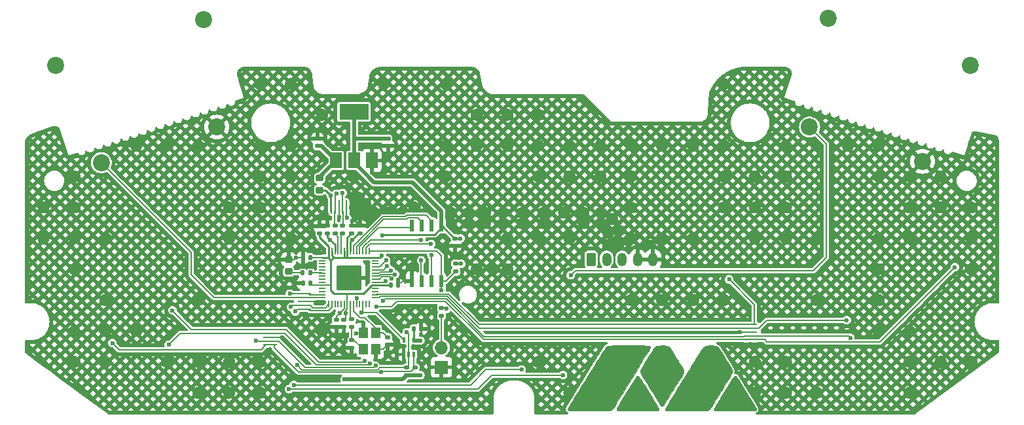
<source format=gbl>
G04 #@! TF.GenerationSoftware,KiCad,Pcbnew,(7.0.0-0)*
G04 #@! TF.CreationDate,2023-05-07T01:27:25-06:00*
G04 #@! TF.ProjectId,snes_controller_pcb,736e6573-5f63-46f6-9e74-726f6c6c6572,4a*
G04 #@! TF.SameCoordinates,Original*
G04 #@! TF.FileFunction,Copper,L2,Bot*
G04 #@! TF.FilePolarity,Positive*
%FSLAX46Y46*%
G04 Gerber Fmt 4.6, Leading zero omitted, Abs format (unit mm)*
G04 Created by KiCad (PCBNEW (7.0.0-0)) date 2023-05-07 01:27:25*
%MOMM*%
%LPD*%
G01*
G04 APERTURE LIST*
G04 Aperture macros list*
%AMRoundRect*
0 Rectangle with rounded corners*
0 $1 Rounding radius*
0 $2 $3 $4 $5 $6 $7 $8 $9 X,Y pos of 4 corners*
0 Add a 4 corners polygon primitive as box body*
4,1,4,$2,$3,$4,$5,$6,$7,$8,$9,$2,$3,0*
0 Add four circle primitives for the rounded corners*
1,1,$1+$1,$2,$3*
1,1,$1+$1,$4,$5*
1,1,$1+$1,$6,$7*
1,1,$1+$1,$8,$9*
0 Add four rect primitives between the rounded corners*
20,1,$1+$1,$2,$3,$4,$5,0*
20,1,$1+$1,$4,$5,$6,$7,0*
20,1,$1+$1,$6,$7,$8,$9,0*
20,1,$1+$1,$8,$9,$2,$3,0*%
G04 Aperture macros list end*
G04 #@! TA.AperFunction,EtchedComponent*
%ADD10C,0.010000*%
G04 #@! TD*
G04 #@! TA.AperFunction,ComponentPad*
%ADD11C,2.200000*%
G04 #@! TD*
G04 #@! TA.AperFunction,SMDPad,CuDef*
%ADD12R,1.500000X2.000000*%
G04 #@! TD*
G04 #@! TA.AperFunction,SMDPad,CuDef*
%ADD13R,3.800000X2.000000*%
G04 #@! TD*
G04 #@! TA.AperFunction,SMDPad,CuDef*
%ADD14RoundRect,0.140000X0.140000X0.170000X-0.140000X0.170000X-0.140000X-0.170000X0.140000X-0.170000X0*%
G04 #@! TD*
G04 #@! TA.AperFunction,SMDPad,CuDef*
%ADD15RoundRect,0.140000X-0.170000X0.140000X-0.170000X-0.140000X0.170000X-0.140000X0.170000X0.140000X0*%
G04 #@! TD*
G04 #@! TA.AperFunction,SMDPad,CuDef*
%ADD16O,0.700000X0.200000*%
G04 #@! TD*
G04 #@! TA.AperFunction,SMDPad,CuDef*
%ADD17RoundRect,0.135000X-0.185000X0.135000X-0.185000X-0.135000X0.185000X-0.135000X0.185000X0.135000X0*%
G04 #@! TD*
G04 #@! TA.AperFunction,SMDPad,CuDef*
%ADD18RoundRect,0.135000X-0.135000X-0.185000X0.135000X-0.185000X0.135000X0.185000X-0.135000X0.185000X0*%
G04 #@! TD*
G04 #@! TA.AperFunction,ComponentPad*
%ADD19RoundRect,0.250000X-0.350000X-0.625000X0.350000X-0.625000X0.350000X0.625000X-0.350000X0.625000X0*%
G04 #@! TD*
G04 #@! TA.AperFunction,ComponentPad*
%ADD20O,1.200000X1.750000*%
G04 #@! TD*
G04 #@! TA.AperFunction,SMDPad,CuDef*
%ADD21RoundRect,0.140000X-0.140000X-0.170000X0.140000X-0.170000X0.140000X0.170000X-0.140000X0.170000X0*%
G04 #@! TD*
G04 #@! TA.AperFunction,SMDPad,CuDef*
%ADD22RoundRect,0.140000X0.170000X-0.140000X0.170000X0.140000X-0.170000X0.140000X-0.170000X-0.140000X0*%
G04 #@! TD*
G04 #@! TA.AperFunction,SMDPad,CuDef*
%ADD23O,0.200000X0.700000*%
G04 #@! TD*
G04 #@! TA.AperFunction,ComponentPad*
%ADD24R,1.700000X1.700000*%
G04 #@! TD*
G04 #@! TA.AperFunction,ComponentPad*
%ADD25O,1.700000X1.700000*%
G04 #@! TD*
G04 #@! TA.AperFunction,SMDPad,CuDef*
%ADD26RoundRect,0.218750X-0.256250X0.218750X-0.256250X-0.218750X0.256250X-0.218750X0.256250X0.218750X0*%
G04 #@! TD*
G04 #@! TA.AperFunction,SMDPad,CuDef*
%ADD27R,0.400000X0.650000*%
G04 #@! TD*
G04 #@! TA.AperFunction,SMDPad,CuDef*
%ADD28RoundRect,0.135000X0.185000X-0.135000X0.185000X0.135000X-0.185000X0.135000X-0.185000X-0.135000X0*%
G04 #@! TD*
G04 #@! TA.AperFunction,SMDPad,CuDef*
%ADD29R,0.580000X1.610000*%
G04 #@! TD*
G04 #@! TA.AperFunction,SMDPad,CuDef*
%ADD30R,1.150000X1.400000*%
G04 #@! TD*
G04 #@! TA.AperFunction,SMDPad,CuDef*
%ADD31RoundRect,0.050000X0.387500X0.050000X-0.387500X0.050000X-0.387500X-0.050000X0.387500X-0.050000X0*%
G04 #@! TD*
G04 #@! TA.AperFunction,SMDPad,CuDef*
%ADD32RoundRect,0.050000X0.050000X0.387500X-0.050000X0.387500X-0.050000X-0.387500X0.050000X-0.387500X0*%
G04 #@! TD*
G04 #@! TA.AperFunction,ComponentPad*
%ADD33C,0.600000*%
G04 #@! TD*
G04 #@! TA.AperFunction,SMDPad,CuDef*
%ADD34RoundRect,0.144000X1.456000X1.456000X-1.456000X1.456000X-1.456000X-1.456000X1.456000X-1.456000X0*%
G04 #@! TD*
G04 #@! TA.AperFunction,ViaPad*
%ADD35C,0.600000*%
G04 #@! TD*
G04 #@! TA.AperFunction,ViaPad*
%ADD36C,0.508000*%
G04 #@! TD*
G04 #@! TA.AperFunction,Conductor*
%ADD37C,0.152400*%
G04 #@! TD*
G04 #@! TA.AperFunction,Conductor*
%ADD38C,0.250000*%
G04 #@! TD*
G04 #@! TA.AperFunction,Conductor*
%ADD39C,0.500000*%
G04 #@! TD*
G04 APERTURE END LIST*
G36*
X153161864Y-120286686D02*
G01*
X153179126Y-120303893D01*
X153207188Y-120339701D01*
X153246905Y-120395527D01*
X153299211Y-120472842D01*
X153365042Y-120573118D01*
X153445331Y-120697826D01*
X153541015Y-120848438D01*
X153653027Y-121026426D01*
X153782304Y-121233262D01*
X153929779Y-121470416D01*
X154096388Y-121739361D01*
X154283065Y-122041568D01*
X154490746Y-122378509D01*
X154545076Y-122466770D01*
X154709163Y-122733780D01*
X154866787Y-122990938D01*
X155016512Y-123235868D01*
X155156901Y-123466191D01*
X155286518Y-123679530D01*
X155403924Y-123873508D01*
X155507684Y-124045747D01*
X155596360Y-124193870D01*
X155668516Y-124315499D01*
X155722714Y-124408256D01*
X155757519Y-124469766D01*
X155771493Y-124497649D01*
X155775932Y-124514493D01*
X155776946Y-124602335D01*
X155738594Y-124676528D01*
X155662456Y-124733656D01*
X155650263Y-124738954D01*
X155633703Y-124743931D01*
X155611041Y-124748345D01*
X155580012Y-124752223D01*
X155538352Y-124755593D01*
X155483797Y-124758481D01*
X155414081Y-124760915D01*
X155326942Y-124762921D01*
X155220114Y-124764526D01*
X155091332Y-124765759D01*
X154938333Y-124766644D01*
X154758852Y-124767210D01*
X154550624Y-124767483D01*
X154311385Y-124767491D01*
X154038871Y-124767260D01*
X153730817Y-124766818D01*
X153384959Y-124766191D01*
X152999032Y-124765406D01*
X150409668Y-124759967D01*
X150347907Y-124690841D01*
X150319129Y-124653929D01*
X150290383Y-124583273D01*
X150295689Y-124504694D01*
X150334616Y-124409012D01*
X150335463Y-124407393D01*
X150359743Y-124364453D01*
X150403843Y-124289809D01*
X150466015Y-124186287D01*
X150544510Y-124056709D01*
X150637581Y-123903900D01*
X150743478Y-123730685D01*
X150860452Y-123539888D01*
X150986757Y-123334333D01*
X151120641Y-123116844D01*
X151260359Y-122890246D01*
X151404159Y-122657363D01*
X151550295Y-122421020D01*
X151697018Y-122184040D01*
X151842578Y-121949248D01*
X151985229Y-121719468D01*
X152123220Y-121497525D01*
X152254803Y-121286243D01*
X152378230Y-121088445D01*
X152491753Y-120906957D01*
X152593622Y-120744603D01*
X152682090Y-120604207D01*
X152755407Y-120488593D01*
X152811825Y-120400586D01*
X152849596Y-120343010D01*
X152866971Y-120318689D01*
X152897974Y-120291486D01*
X152983306Y-120251121D01*
X153074314Y-120249190D01*
X153161864Y-120286686D01*
G37*
D10*
X153161864Y-120286686D02*
X153179126Y-120303893D01*
X153207188Y-120339701D01*
X153246905Y-120395527D01*
X153299211Y-120472842D01*
X153365042Y-120573118D01*
X153445331Y-120697826D01*
X153541015Y-120848438D01*
X153653027Y-121026426D01*
X153782304Y-121233262D01*
X153929779Y-121470416D01*
X154096388Y-121739361D01*
X154283065Y-122041568D01*
X154490746Y-122378509D01*
X154545076Y-122466770D01*
X154709163Y-122733780D01*
X154866787Y-122990938D01*
X155016512Y-123235868D01*
X155156901Y-123466191D01*
X155286518Y-123679530D01*
X155403924Y-123873508D01*
X155507684Y-124045747D01*
X155596360Y-124193870D01*
X155668516Y-124315499D01*
X155722714Y-124408256D01*
X155757519Y-124469766D01*
X155771493Y-124497649D01*
X155775932Y-124514493D01*
X155776946Y-124602335D01*
X155738594Y-124676528D01*
X155662456Y-124733656D01*
X155650263Y-124738954D01*
X155633703Y-124743931D01*
X155611041Y-124748345D01*
X155580012Y-124752223D01*
X155538352Y-124755593D01*
X155483797Y-124758481D01*
X155414081Y-124760915D01*
X155326942Y-124762921D01*
X155220114Y-124764526D01*
X155091332Y-124765759D01*
X154938333Y-124766644D01*
X154758852Y-124767210D01*
X154550624Y-124767483D01*
X154311385Y-124767491D01*
X154038871Y-124767260D01*
X153730817Y-124766818D01*
X153384959Y-124766191D01*
X152999032Y-124765406D01*
X150409668Y-124759967D01*
X150347907Y-124690841D01*
X150319129Y-124653929D01*
X150290383Y-124583273D01*
X150295689Y-124504694D01*
X150334616Y-124409012D01*
X150335463Y-124407393D01*
X150359743Y-124364453D01*
X150403843Y-124289809D01*
X150466015Y-124186287D01*
X150544510Y-124056709D01*
X150637581Y-123903900D01*
X150743478Y-123730685D01*
X150860452Y-123539888D01*
X150986757Y-123334333D01*
X151120641Y-123116844D01*
X151260359Y-122890246D01*
X151404159Y-122657363D01*
X151550295Y-122421020D01*
X151697018Y-122184040D01*
X151842578Y-121949248D01*
X151985229Y-121719468D01*
X152123220Y-121497525D01*
X152254803Y-121286243D01*
X152378230Y-121088445D01*
X152491753Y-120906957D01*
X152593622Y-120744603D01*
X152682090Y-120604207D01*
X152755407Y-120488593D01*
X152811825Y-120400586D01*
X152849596Y-120343010D01*
X152866971Y-120318689D01*
X152897974Y-120291486D01*
X152983306Y-120251121D01*
X153074314Y-120249190D01*
X153161864Y-120286686D01*
G36*
X165725972Y-120267008D02*
G01*
X165808132Y-120332349D01*
X165815520Y-120341694D01*
X165846624Y-120386834D01*
X165896935Y-120463693D01*
X165964720Y-120569450D01*
X166048248Y-120701289D01*
X166145786Y-120856388D01*
X166255602Y-121031930D01*
X166375962Y-121225095D01*
X166505134Y-121433064D01*
X166641387Y-121653018D01*
X166782987Y-121882139D01*
X166928202Y-122117606D01*
X167075299Y-122356601D01*
X167222547Y-122596305D01*
X167368212Y-122833899D01*
X167510562Y-123066564D01*
X167647864Y-123291481D01*
X167778387Y-123505830D01*
X167900397Y-123706793D01*
X168012162Y-123891551D01*
X168111950Y-124057284D01*
X168198028Y-124201174D01*
X168268664Y-124320401D01*
X168322125Y-124412147D01*
X168356679Y-124473592D01*
X168370592Y-124501917D01*
X168374745Y-124518813D01*
X168374869Y-124605070D01*
X168335409Y-124676525D01*
X168256218Y-124733475D01*
X168247332Y-124737478D01*
X168231581Y-124742622D01*
X168210014Y-124747206D01*
X168180349Y-124751259D01*
X168140303Y-124754816D01*
X168087593Y-124757909D01*
X168019939Y-124760569D01*
X167935056Y-124762828D01*
X167830663Y-124764720D01*
X167704478Y-124766276D01*
X167554218Y-124767529D01*
X167377601Y-124768511D01*
X167172345Y-124769254D01*
X166936167Y-124769791D01*
X166666785Y-124770153D01*
X166361917Y-124770373D01*
X166019280Y-124770484D01*
X165636592Y-124770517D01*
X165553392Y-124770519D01*
X165172240Y-124770548D01*
X164830725Y-124770535D01*
X164526611Y-124770385D01*
X164257660Y-124770004D01*
X164021635Y-124769299D01*
X163816298Y-124768174D01*
X163639413Y-124766535D01*
X163488741Y-124764287D01*
X163362046Y-124761337D01*
X163257091Y-124757589D01*
X163171637Y-124752949D01*
X163103449Y-124747324D01*
X163050288Y-124740618D01*
X163009918Y-124732737D01*
X162980101Y-124723587D01*
X162958599Y-124713073D01*
X162943176Y-124701101D01*
X162931595Y-124687576D01*
X162921617Y-124672404D01*
X162911007Y-124655491D01*
X162889529Y-124608618D01*
X162887055Y-124525539D01*
X162892710Y-124511527D01*
X162918817Y-124461998D01*
X162964488Y-124381148D01*
X163028007Y-124271778D01*
X163107656Y-124136690D01*
X163201718Y-123978686D01*
X163308474Y-123800567D01*
X163426209Y-123605135D01*
X163553203Y-123395191D01*
X163687740Y-123173537D01*
X163828102Y-122942976D01*
X163972572Y-122706308D01*
X164119433Y-122466335D01*
X164266966Y-122225858D01*
X164413454Y-121987681D01*
X164557181Y-121754603D01*
X164696428Y-121529428D01*
X164829477Y-121314955D01*
X164954613Y-121113988D01*
X165070116Y-120929328D01*
X165174270Y-120763776D01*
X165265357Y-120620135D01*
X165341660Y-120501205D01*
X165401461Y-120409788D01*
X165443043Y-120348687D01*
X165464688Y-120320702D01*
X165550638Y-120261581D01*
X165639112Y-120243384D01*
X165725972Y-120267008D01*
G37*
X165725972Y-120267008D02*
X165808132Y-120332349D01*
X165815520Y-120341694D01*
X165846624Y-120386834D01*
X165896935Y-120463693D01*
X165964720Y-120569450D01*
X166048248Y-120701289D01*
X166145786Y-120856388D01*
X166255602Y-121031930D01*
X166375962Y-121225095D01*
X166505134Y-121433064D01*
X166641387Y-121653018D01*
X166782987Y-121882139D01*
X166928202Y-122117606D01*
X167075299Y-122356601D01*
X167222547Y-122596305D01*
X167368212Y-122833899D01*
X167510562Y-123066564D01*
X167647864Y-123291481D01*
X167778387Y-123505830D01*
X167900397Y-123706793D01*
X168012162Y-123891551D01*
X168111950Y-124057284D01*
X168198028Y-124201174D01*
X168268664Y-124320401D01*
X168322125Y-124412147D01*
X168356679Y-124473592D01*
X168370592Y-124501917D01*
X168374745Y-124518813D01*
X168374869Y-124605070D01*
X168335409Y-124676525D01*
X168256218Y-124733475D01*
X168247332Y-124737478D01*
X168231581Y-124742622D01*
X168210014Y-124747206D01*
X168180349Y-124751259D01*
X168140303Y-124754816D01*
X168087593Y-124757909D01*
X168019939Y-124760569D01*
X167935056Y-124762828D01*
X167830663Y-124764720D01*
X167704478Y-124766276D01*
X167554218Y-124767529D01*
X167377601Y-124768511D01*
X167172345Y-124769254D01*
X166936167Y-124769791D01*
X166666785Y-124770153D01*
X166361917Y-124770373D01*
X166019280Y-124770484D01*
X165636592Y-124770517D01*
X165553392Y-124770519D01*
X165172240Y-124770548D01*
X164830725Y-124770535D01*
X164526611Y-124770385D01*
X164257660Y-124770004D01*
X164021635Y-124769299D01*
X163816298Y-124768174D01*
X163639413Y-124766535D01*
X163488741Y-124764287D01*
X163362046Y-124761337D01*
X163257091Y-124757589D01*
X163171637Y-124752949D01*
X163103449Y-124747324D01*
X163050288Y-124740618D01*
X163009918Y-124732737D01*
X162980101Y-124723587D01*
X162958599Y-124713073D01*
X162943176Y-124701101D01*
X162931595Y-124687576D01*
X162921617Y-124672404D01*
X162911007Y-124655491D01*
X162889529Y-124608618D01*
X162887055Y-124525539D01*
X162892710Y-124511527D01*
X162918817Y-124461998D01*
X162964488Y-124381148D01*
X163028007Y-124271778D01*
X163107656Y-124136690D01*
X163201718Y-123978686D01*
X163308474Y-123800567D01*
X163426209Y-123605135D01*
X163553203Y-123395191D01*
X163687740Y-123173537D01*
X163828102Y-122942976D01*
X163972572Y-122706308D01*
X164119433Y-122466335D01*
X164266966Y-122225858D01*
X164413454Y-121987681D01*
X164557181Y-121754603D01*
X164696428Y-121529428D01*
X164829477Y-121314955D01*
X164954613Y-121113988D01*
X165070116Y-120929328D01*
X165174270Y-120763776D01*
X165265357Y-120620135D01*
X165341660Y-120501205D01*
X165401461Y-120409788D01*
X165443043Y-120348687D01*
X165464688Y-120320702D01*
X165550638Y-120261581D01*
X165639112Y-120243384D01*
X165725972Y-120267008D01*
G36*
X151199774Y-116305034D02*
G01*
X151548049Y-116305242D01*
X151936302Y-116305510D01*
X152012889Y-116305563D01*
X152411957Y-116305975D01*
X152770660Y-116306599D01*
X153090665Y-116307452D01*
X153373641Y-116308551D01*
X153621253Y-116309914D01*
X153835169Y-116311558D01*
X154017055Y-116313500D01*
X154168580Y-116315758D01*
X154291409Y-116318348D01*
X154387211Y-116321288D01*
X154457651Y-116324595D01*
X154504398Y-116328287D01*
X154529118Y-116332381D01*
X154576137Y-116351642D01*
X154643597Y-116408236D01*
X154677314Y-116484795D01*
X154673230Y-116574506D01*
X154669307Y-116582677D01*
X154645556Y-116624573D01*
X154601468Y-116699411D01*
X154538280Y-116805177D01*
X154457226Y-116939858D01*
X154359544Y-117101440D01*
X154246469Y-117287909D01*
X154119237Y-117497252D01*
X153979084Y-117727454D01*
X153827247Y-117976503D01*
X153664960Y-118242384D01*
X153493460Y-118523084D01*
X153313984Y-118816589D01*
X153127766Y-119120886D01*
X152936044Y-119433960D01*
X152740052Y-119753798D01*
X152541027Y-120078387D01*
X152340205Y-120405712D01*
X152138822Y-120733761D01*
X151938114Y-121060518D01*
X151739316Y-121383972D01*
X151543666Y-121702107D01*
X151352398Y-122012910D01*
X151166749Y-122314368D01*
X150987954Y-122604467D01*
X150817251Y-122881193D01*
X150655874Y-123142532D01*
X150505059Y-123386472D01*
X150366043Y-123610997D01*
X150240062Y-123814095D01*
X150128352Y-123993751D01*
X150032148Y-124147953D01*
X149952686Y-124274686D01*
X149891203Y-124371936D01*
X149848935Y-124437691D01*
X149827116Y-124469936D01*
X149757898Y-124541388D01*
X149657932Y-124615523D01*
X149542699Y-124680900D01*
X149425597Y-124728881D01*
X149419904Y-124730676D01*
X149399701Y-124736394D01*
X149376561Y-124741498D01*
X149348165Y-124746018D01*
X149312198Y-124749983D01*
X149266341Y-124753425D01*
X149208276Y-124756373D01*
X149135687Y-124758857D01*
X149046257Y-124760908D01*
X148937667Y-124762556D01*
X148807600Y-124763832D01*
X148653739Y-124764765D01*
X148473767Y-124765386D01*
X148265366Y-124765725D01*
X148026219Y-124765812D01*
X147754008Y-124765678D01*
X147446416Y-124765352D01*
X147101126Y-124764866D01*
X146715820Y-124764249D01*
X144129743Y-124759967D01*
X144069986Y-124715503D01*
X144019759Y-124653843D01*
X144000039Y-124570560D01*
X144011741Y-124474058D01*
X144055207Y-124372316D01*
X144067842Y-124351391D01*
X144102402Y-124294807D01*
X144157220Y-124205352D01*
X144231238Y-124084742D01*
X144323400Y-123934695D01*
X144432650Y-123756928D01*
X144557932Y-123553158D01*
X144698188Y-123325103D01*
X144852363Y-123074481D01*
X145019399Y-122803007D01*
X145198241Y-122512401D01*
X145387833Y-122204378D01*
X145587117Y-121880657D01*
X145795037Y-121542955D01*
X146010536Y-121192989D01*
X146232559Y-120832476D01*
X146460049Y-120463133D01*
X146705933Y-120064176D01*
X146953107Y-119663599D01*
X147189212Y-119281454D01*
X147413459Y-118919002D01*
X147625061Y-118577507D01*
X147823229Y-118258230D01*
X148007176Y-117962435D01*
X148176114Y-117691383D01*
X148329254Y-117446338D01*
X148465810Y-117228561D01*
X148584992Y-117039316D01*
X148686013Y-116879865D01*
X148768086Y-116751469D01*
X148830421Y-116655393D01*
X148872232Y-116592898D01*
X148892730Y-116565247D01*
X148925618Y-116534120D01*
X149003295Y-116471793D01*
X149078313Y-116423069D01*
X149080309Y-116421981D01*
X149111982Y-116404541D01*
X149141212Y-116388905D01*
X149170358Y-116374977D01*
X149201774Y-116362659D01*
X149237819Y-116351855D01*
X149280848Y-116342468D01*
X149333217Y-116334400D01*
X149397284Y-116327555D01*
X149475406Y-116321836D01*
X149569938Y-116317146D01*
X149683237Y-116313388D01*
X149817661Y-116310465D01*
X149975565Y-116308280D01*
X150159306Y-116306736D01*
X150371241Y-116305736D01*
X150613726Y-116305184D01*
X150889118Y-116304982D01*
X151199774Y-116305034D01*
G37*
X151199774Y-116305034D02*
X151548049Y-116305242D01*
X151936302Y-116305510D01*
X152012889Y-116305563D01*
X152411957Y-116305975D01*
X152770660Y-116306599D01*
X153090665Y-116307452D01*
X153373641Y-116308551D01*
X153621253Y-116309914D01*
X153835169Y-116311558D01*
X154017055Y-116313500D01*
X154168580Y-116315758D01*
X154291409Y-116318348D01*
X154387211Y-116321288D01*
X154457651Y-116324595D01*
X154504398Y-116328287D01*
X154529118Y-116332381D01*
X154576137Y-116351642D01*
X154643597Y-116408236D01*
X154677314Y-116484795D01*
X154673230Y-116574506D01*
X154669307Y-116582677D01*
X154645556Y-116624573D01*
X154601468Y-116699411D01*
X154538280Y-116805177D01*
X154457226Y-116939858D01*
X154359544Y-117101440D01*
X154246469Y-117287909D01*
X154119237Y-117497252D01*
X153979084Y-117727454D01*
X153827247Y-117976503D01*
X153664960Y-118242384D01*
X153493460Y-118523084D01*
X153313984Y-118816589D01*
X153127766Y-119120886D01*
X152936044Y-119433960D01*
X152740052Y-119753798D01*
X152541027Y-120078387D01*
X152340205Y-120405712D01*
X152138822Y-120733761D01*
X151938114Y-121060518D01*
X151739316Y-121383972D01*
X151543666Y-121702107D01*
X151352398Y-122012910D01*
X151166749Y-122314368D01*
X150987954Y-122604467D01*
X150817251Y-122881193D01*
X150655874Y-123142532D01*
X150505059Y-123386472D01*
X150366043Y-123610997D01*
X150240062Y-123814095D01*
X150128352Y-123993751D01*
X150032148Y-124147953D01*
X149952686Y-124274686D01*
X149891203Y-124371936D01*
X149848935Y-124437691D01*
X149827116Y-124469936D01*
X149757898Y-124541388D01*
X149657932Y-124615523D01*
X149542699Y-124680900D01*
X149425597Y-124728881D01*
X149419904Y-124730676D01*
X149399701Y-124736394D01*
X149376561Y-124741498D01*
X149348165Y-124746018D01*
X149312198Y-124749983D01*
X149266341Y-124753425D01*
X149208276Y-124756373D01*
X149135687Y-124758857D01*
X149046257Y-124760908D01*
X148937667Y-124762556D01*
X148807600Y-124763832D01*
X148653739Y-124764765D01*
X148473767Y-124765386D01*
X148265366Y-124765725D01*
X148026219Y-124765812D01*
X147754008Y-124765678D01*
X147446416Y-124765352D01*
X147101126Y-124764866D01*
X146715820Y-124764249D01*
X144129743Y-124759967D01*
X144069986Y-124715503D01*
X144019759Y-124653843D01*
X144000039Y-124570560D01*
X144011741Y-124474058D01*
X144055207Y-124372316D01*
X144067842Y-124351391D01*
X144102402Y-124294807D01*
X144157220Y-124205352D01*
X144231238Y-124084742D01*
X144323400Y-123934695D01*
X144432650Y-123756928D01*
X144557932Y-123553158D01*
X144698188Y-123325103D01*
X144852363Y-123074481D01*
X145019399Y-122803007D01*
X145198241Y-122512401D01*
X145387833Y-122204378D01*
X145587117Y-121880657D01*
X145795037Y-121542955D01*
X146010536Y-121192989D01*
X146232559Y-120832476D01*
X146460049Y-120463133D01*
X146705933Y-120064176D01*
X146953107Y-119663599D01*
X147189212Y-119281454D01*
X147413459Y-118919002D01*
X147625061Y-118577507D01*
X147823229Y-118258230D01*
X148007176Y-117962435D01*
X148176114Y-117691383D01*
X148329254Y-117446338D01*
X148465810Y-117228561D01*
X148584992Y-117039316D01*
X148686013Y-116879865D01*
X148768086Y-116751469D01*
X148830421Y-116655393D01*
X148872232Y-116592898D01*
X148892730Y-116565247D01*
X148925618Y-116534120D01*
X149003295Y-116471793D01*
X149078313Y-116423069D01*
X149080309Y-116421981D01*
X149111982Y-116404541D01*
X149141212Y-116388905D01*
X149170358Y-116374977D01*
X149201774Y-116362659D01*
X149237819Y-116351855D01*
X149280848Y-116342468D01*
X149333217Y-116334400D01*
X149397284Y-116327555D01*
X149475406Y-116321836D01*
X149569938Y-116317146D01*
X149683237Y-116313388D01*
X149817661Y-116310465D01*
X149975565Y-116308280D01*
X150159306Y-116306736D01*
X150371241Y-116305736D01*
X150613726Y-116305184D01*
X150889118Y-116304982D01*
X151199774Y-116305034D01*
G36*
X156518660Y-116309249D02*
G01*
X156633543Y-116316510D01*
X156728077Y-116328787D01*
X156808480Y-116346765D01*
X156880974Y-116371126D01*
X156951778Y-116402554D01*
X156979656Y-116416525D01*
X157019749Y-116438768D01*
X157058261Y-116464253D01*
X157097006Y-116495511D01*
X157137803Y-116535072D01*
X157182467Y-116585470D01*
X157232814Y-116649234D01*
X157290662Y-116728896D01*
X157357827Y-116826988D01*
X157436126Y-116946040D01*
X157527375Y-117088583D01*
X157633390Y-117257150D01*
X157755988Y-117454271D01*
X157896986Y-117682477D01*
X158058199Y-117944300D01*
X158158471Y-118107397D01*
X158286758Y-118316366D01*
X158408121Y-118514393D01*
X158520648Y-118698340D01*
X158622427Y-118865072D01*
X158711546Y-119011451D01*
X158786095Y-119134342D01*
X158844161Y-119230607D01*
X158883832Y-119297111D01*
X158903198Y-119330717D01*
X158919863Y-119364143D01*
X158937528Y-119412268D01*
X158947855Y-119467931D01*
X158952694Y-119542719D01*
X158953896Y-119648217D01*
X158953591Y-119707195D01*
X158950564Y-119796653D01*
X158942889Y-119860863D01*
X158928851Y-119911107D01*
X158906737Y-119958668D01*
X158905595Y-119960792D01*
X158876945Y-120011163D01*
X158828829Y-120092563D01*
X158762983Y-120202198D01*
X158681141Y-120337270D01*
X158585036Y-120494985D01*
X158476404Y-120672546D01*
X158356979Y-120867157D01*
X158228494Y-121076024D01*
X158092685Y-121296348D01*
X157951285Y-121525336D01*
X157806029Y-121760191D01*
X157658651Y-121998117D01*
X157510885Y-122236318D01*
X157364467Y-122471999D01*
X157221129Y-122702363D01*
X157082607Y-122924615D01*
X156950634Y-123135958D01*
X156826945Y-123333598D01*
X156713274Y-123514738D01*
X156611356Y-123676581D01*
X156522925Y-123816334D01*
X156449715Y-123931198D01*
X156393461Y-124018379D01*
X156355896Y-124075081D01*
X156338755Y-124098508D01*
X156336400Y-124100651D01*
X156255211Y-124146991D01*
X156161990Y-124155360D01*
X156064695Y-124124991D01*
X156057360Y-124121231D01*
X156048245Y-124116024D01*
X156038461Y-124108756D01*
X156026876Y-124097639D01*
X156012356Y-124080884D01*
X155993766Y-124056703D01*
X155969973Y-124023307D01*
X155939844Y-123978908D01*
X155902245Y-123921717D01*
X155856043Y-123849947D01*
X155800103Y-123761808D01*
X155733292Y-123655512D01*
X155654477Y-123529271D01*
X155562524Y-123381297D01*
X155456299Y-123209800D01*
X155334669Y-123012993D01*
X155196500Y-122789087D01*
X155040658Y-122536293D01*
X154866010Y-122252824D01*
X154671423Y-121936891D01*
X154455761Y-121586705D01*
X154371037Y-121449115D01*
X154203810Y-121177319D01*
X154056910Y-120938007D01*
X153929022Y-120728769D01*
X153818828Y-120547193D01*
X153725014Y-120390867D01*
X153646262Y-120257381D01*
X153581257Y-120144322D01*
X153528682Y-120049281D01*
X153487222Y-119969846D01*
X153455560Y-119903605D01*
X153432381Y-119848147D01*
X153416367Y-119801062D01*
X153406202Y-119759937D01*
X153400572Y-119722362D01*
X153398158Y-119685926D01*
X153397646Y-119648217D01*
X153397647Y-119647333D01*
X153398330Y-119606233D01*
X153401300Y-119566557D01*
X153407984Y-119525631D01*
X153419811Y-119480785D01*
X153438212Y-119429345D01*
X153464614Y-119368640D01*
X153500448Y-119295996D01*
X153547141Y-119208743D01*
X153606124Y-119104207D01*
X153678825Y-118979717D01*
X153766673Y-118832600D01*
X153871098Y-118660184D01*
X153993528Y-118459797D01*
X154135392Y-118228765D01*
X154298121Y-117964418D01*
X154408157Y-117785848D01*
X154552518Y-117551918D01*
X154677597Y-117349841D01*
X154785059Y-117177080D01*
X154876572Y-117031095D01*
X154953801Y-116909350D01*
X155018413Y-116809307D01*
X155072074Y-116728426D01*
X155116452Y-116664171D01*
X155153212Y-116614002D01*
X155184022Y-116575382D01*
X155210547Y-116545774D01*
X155234454Y-116522638D01*
X155257409Y-116503437D01*
X155280896Y-116485179D01*
X155350799Y-116434334D01*
X155416619Y-116394787D01*
X155484986Y-116365001D01*
X155562531Y-116343437D01*
X155655885Y-116328556D01*
X155771677Y-116318822D01*
X155916539Y-116312694D01*
X156097100Y-116308636D01*
X156202959Y-116307041D01*
X156377205Y-116306320D01*
X156518660Y-116309249D01*
G37*
X156518660Y-116309249D02*
X156633543Y-116316510D01*
X156728077Y-116328787D01*
X156808480Y-116346765D01*
X156880974Y-116371126D01*
X156951778Y-116402554D01*
X156979656Y-116416525D01*
X157019749Y-116438768D01*
X157058261Y-116464253D01*
X157097006Y-116495511D01*
X157137803Y-116535072D01*
X157182467Y-116585470D01*
X157232814Y-116649234D01*
X157290662Y-116728896D01*
X157357827Y-116826988D01*
X157436126Y-116946040D01*
X157527375Y-117088583D01*
X157633390Y-117257150D01*
X157755988Y-117454271D01*
X157896986Y-117682477D01*
X158058199Y-117944300D01*
X158158471Y-118107397D01*
X158286758Y-118316366D01*
X158408121Y-118514393D01*
X158520648Y-118698340D01*
X158622427Y-118865072D01*
X158711546Y-119011451D01*
X158786095Y-119134342D01*
X158844161Y-119230607D01*
X158883832Y-119297111D01*
X158903198Y-119330717D01*
X158919863Y-119364143D01*
X158937528Y-119412268D01*
X158947855Y-119467931D01*
X158952694Y-119542719D01*
X158953896Y-119648217D01*
X158953591Y-119707195D01*
X158950564Y-119796653D01*
X158942889Y-119860863D01*
X158928851Y-119911107D01*
X158906737Y-119958668D01*
X158905595Y-119960792D01*
X158876945Y-120011163D01*
X158828829Y-120092563D01*
X158762983Y-120202198D01*
X158681141Y-120337270D01*
X158585036Y-120494985D01*
X158476404Y-120672546D01*
X158356979Y-120867157D01*
X158228494Y-121076024D01*
X158092685Y-121296348D01*
X157951285Y-121525336D01*
X157806029Y-121760191D01*
X157658651Y-121998117D01*
X157510885Y-122236318D01*
X157364467Y-122471999D01*
X157221129Y-122702363D01*
X157082607Y-122924615D01*
X156950634Y-123135958D01*
X156826945Y-123333598D01*
X156713274Y-123514738D01*
X156611356Y-123676581D01*
X156522925Y-123816334D01*
X156449715Y-123931198D01*
X156393461Y-124018379D01*
X156355896Y-124075081D01*
X156338755Y-124098508D01*
X156336400Y-124100651D01*
X156255211Y-124146991D01*
X156161990Y-124155360D01*
X156064695Y-124124991D01*
X156057360Y-124121231D01*
X156048245Y-124116024D01*
X156038461Y-124108756D01*
X156026876Y-124097639D01*
X156012356Y-124080884D01*
X155993766Y-124056703D01*
X155969973Y-124023307D01*
X155939844Y-123978908D01*
X155902245Y-123921717D01*
X155856043Y-123849947D01*
X155800103Y-123761808D01*
X155733292Y-123655512D01*
X155654477Y-123529271D01*
X155562524Y-123381297D01*
X155456299Y-123209800D01*
X155334669Y-123012993D01*
X155196500Y-122789087D01*
X155040658Y-122536293D01*
X154866010Y-122252824D01*
X154671423Y-121936891D01*
X154455761Y-121586705D01*
X154371037Y-121449115D01*
X154203810Y-121177319D01*
X154056910Y-120938007D01*
X153929022Y-120728769D01*
X153818828Y-120547193D01*
X153725014Y-120390867D01*
X153646262Y-120257381D01*
X153581257Y-120144322D01*
X153528682Y-120049281D01*
X153487222Y-119969846D01*
X153455560Y-119903605D01*
X153432381Y-119848147D01*
X153416367Y-119801062D01*
X153406202Y-119759937D01*
X153400572Y-119722362D01*
X153398158Y-119685926D01*
X153397646Y-119648217D01*
X153397647Y-119647333D01*
X153398330Y-119606233D01*
X153401300Y-119566557D01*
X153407984Y-119525631D01*
X153419811Y-119480785D01*
X153438212Y-119429345D01*
X153464614Y-119368640D01*
X153500448Y-119295996D01*
X153547141Y-119208743D01*
X153606124Y-119104207D01*
X153678825Y-118979717D01*
X153766673Y-118832600D01*
X153871098Y-118660184D01*
X153993528Y-118459797D01*
X154135392Y-118228765D01*
X154298121Y-117964418D01*
X154408157Y-117785848D01*
X154552518Y-117551918D01*
X154677597Y-117349841D01*
X154785059Y-117177080D01*
X154876572Y-117031095D01*
X154953801Y-116909350D01*
X155018413Y-116809307D01*
X155072074Y-116728426D01*
X155116452Y-116664171D01*
X155153212Y-116614002D01*
X155184022Y-116575382D01*
X155210547Y-116545774D01*
X155234454Y-116522638D01*
X155257409Y-116503437D01*
X155280896Y-116485179D01*
X155350799Y-116434334D01*
X155416619Y-116394787D01*
X155484986Y-116365001D01*
X155562531Y-116343437D01*
X155655885Y-116328556D01*
X155771677Y-116318822D01*
X155916539Y-116312694D01*
X156097100Y-116308636D01*
X156202959Y-116307041D01*
X156377205Y-116306320D01*
X156518660Y-116309249D01*
G36*
X162613218Y-116305393D02*
G01*
X162751133Y-116308202D01*
X162872815Y-116312870D01*
X162969576Y-116319376D01*
X163032730Y-116327701D01*
X163094117Y-116343615D01*
X163232357Y-116397315D01*
X163362670Y-116469830D01*
X163467859Y-116552282D01*
X163476498Y-116562054D01*
X163511566Y-116609654D01*
X163566399Y-116690181D01*
X163639519Y-116801318D01*
X163729447Y-116940748D01*
X163834705Y-117106153D01*
X163953815Y-117295217D01*
X164085298Y-117505622D01*
X164227676Y-117735052D01*
X164379471Y-117981189D01*
X164503999Y-118183811D01*
X164650182Y-118422182D01*
X164776584Y-118629267D01*
X164884638Y-118807744D01*
X164975777Y-118960288D01*
X165051434Y-119089575D01*
X165113044Y-119198282D01*
X165162037Y-119289086D01*
X165199849Y-119364662D01*
X165227911Y-119427687D01*
X165247658Y-119480837D01*
X165260521Y-119526789D01*
X165267935Y-119568219D01*
X165271333Y-119607802D01*
X165272146Y-119648217D01*
X165272101Y-119661639D01*
X165271253Y-119692415D01*
X165268454Y-119723319D01*
X165262580Y-119756347D01*
X165252506Y-119793495D01*
X165237107Y-119836759D01*
X165215257Y-119888132D01*
X165185832Y-119949612D01*
X165147706Y-120023192D01*
X165099756Y-120110869D01*
X165040855Y-120214638D01*
X164969879Y-120336494D01*
X164885703Y-120478433D01*
X164787201Y-120642450D01*
X164673250Y-120830540D01*
X164542723Y-121044698D01*
X164394497Y-121286921D01*
X164227445Y-121559202D01*
X164040443Y-121863539D01*
X163832366Y-122201925D01*
X163810552Y-122237392D01*
X163590966Y-122594074D01*
X163392388Y-122915954D01*
X163213998Y-123204331D01*
X163054974Y-123460504D01*
X162914496Y-123685771D01*
X162791741Y-123881433D01*
X162685889Y-124048788D01*
X162596118Y-124189134D01*
X162521607Y-124303772D01*
X162461534Y-124394001D01*
X162415079Y-124461118D01*
X162381420Y-124506424D01*
X162359735Y-124531218D01*
X162303341Y-124578359D01*
X162192648Y-124651513D01*
X162073664Y-124712018D01*
X161964190Y-124750026D01*
X161946580Y-124751553D01*
X161887755Y-124753607D01*
X161791222Y-124755605D01*
X161659651Y-124757528D01*
X161495712Y-124759357D01*
X161302078Y-124761075D01*
X161081419Y-124762661D01*
X160836405Y-124764097D01*
X160569709Y-124765366D01*
X160284000Y-124766447D01*
X159981949Y-124767323D01*
X159666229Y-124767975D01*
X159339508Y-124768383D01*
X159319198Y-124768400D01*
X158930380Y-124768741D01*
X158581567Y-124769005D01*
X158270541Y-124769110D01*
X157995083Y-124768970D01*
X157752974Y-124768501D01*
X157541997Y-124767617D01*
X157359932Y-124766233D01*
X157204561Y-124764266D01*
X157073667Y-124761630D01*
X156965029Y-124758241D01*
X156876430Y-124754013D01*
X156805651Y-124748863D01*
X156750475Y-124742704D01*
X156708681Y-124735453D01*
X156678052Y-124727024D01*
X156656369Y-124717334D01*
X156641414Y-124706296D01*
X156630969Y-124693826D01*
X156622814Y-124679840D01*
X156614732Y-124664253D01*
X156609987Y-124655705D01*
X156602520Y-124642414D01*
X156596328Y-124629070D01*
X156592248Y-124614231D01*
X156591116Y-124596458D01*
X156593766Y-124574311D01*
X156601036Y-124546348D01*
X156613761Y-124511129D01*
X156632777Y-124467215D01*
X156658919Y-124413164D01*
X156693024Y-124347537D01*
X156735928Y-124268894D01*
X156788466Y-124175793D01*
X156851475Y-124066794D01*
X156925790Y-123940458D01*
X157012248Y-123795344D01*
X157111683Y-123630011D01*
X157224933Y-123443020D01*
X157352832Y-123232930D01*
X157496217Y-122998300D01*
X157655924Y-122737690D01*
X157832788Y-122449660D01*
X158027647Y-122132770D01*
X158241334Y-121785580D01*
X158474687Y-121406648D01*
X158728541Y-120994535D01*
X159003732Y-120547800D01*
X159027471Y-120509263D01*
X159287934Y-120086701D01*
X159537762Y-119681870D01*
X159776191Y-119295995D01*
X160002457Y-118930302D01*
X160215795Y-118586015D01*
X160415440Y-118264360D01*
X160600629Y-117966561D01*
X160770597Y-117693843D01*
X160924580Y-117447432D01*
X161061813Y-117228553D01*
X161181532Y-117038430D01*
X161282973Y-116878288D01*
X161365371Y-116749354D01*
X161427961Y-116652850D01*
X161469981Y-116590004D01*
X161490664Y-116562039D01*
X161545343Y-116512461D01*
X161667380Y-116430810D01*
X161806499Y-116365584D01*
X161946577Y-116325162D01*
X161984208Y-116319945D01*
X162072977Y-116313154D01*
X162188950Y-116308324D01*
X162323439Y-116305434D01*
X162467758Y-116304464D01*
X162613218Y-116305393D01*
G37*
X162613218Y-116305393D02*
X162751133Y-116308202D01*
X162872815Y-116312870D01*
X162969576Y-116319376D01*
X163032730Y-116327701D01*
X163094117Y-116343615D01*
X163232357Y-116397315D01*
X163362670Y-116469830D01*
X163467859Y-116552282D01*
X163476498Y-116562054D01*
X163511566Y-116609654D01*
X163566399Y-116690181D01*
X163639519Y-116801318D01*
X163729447Y-116940748D01*
X163834705Y-117106153D01*
X163953815Y-117295217D01*
X164085298Y-117505622D01*
X164227676Y-117735052D01*
X164379471Y-117981189D01*
X164503999Y-118183811D01*
X164650182Y-118422182D01*
X164776584Y-118629267D01*
X164884638Y-118807744D01*
X164975777Y-118960288D01*
X165051434Y-119089575D01*
X165113044Y-119198282D01*
X165162037Y-119289086D01*
X165199849Y-119364662D01*
X165227911Y-119427687D01*
X165247658Y-119480837D01*
X165260521Y-119526789D01*
X165267935Y-119568219D01*
X165271333Y-119607802D01*
X165272146Y-119648217D01*
X165272101Y-119661639D01*
X165271253Y-119692415D01*
X165268454Y-119723319D01*
X165262580Y-119756347D01*
X165252506Y-119793495D01*
X165237107Y-119836759D01*
X165215257Y-119888132D01*
X165185832Y-119949612D01*
X165147706Y-120023192D01*
X165099756Y-120110869D01*
X165040855Y-120214638D01*
X164969879Y-120336494D01*
X164885703Y-120478433D01*
X164787201Y-120642450D01*
X164673250Y-120830540D01*
X164542723Y-121044698D01*
X164394497Y-121286921D01*
X164227445Y-121559202D01*
X164040443Y-121863539D01*
X163832366Y-122201925D01*
X163810552Y-122237392D01*
X163590966Y-122594074D01*
X163392388Y-122915954D01*
X163213998Y-123204331D01*
X163054974Y-123460504D01*
X162914496Y-123685771D01*
X162791741Y-123881433D01*
X162685889Y-124048788D01*
X162596118Y-124189134D01*
X162521607Y-124303772D01*
X162461534Y-124394001D01*
X162415079Y-124461118D01*
X162381420Y-124506424D01*
X162359735Y-124531218D01*
X162303341Y-124578359D01*
X162192648Y-124651513D01*
X162073664Y-124712018D01*
X161964190Y-124750026D01*
X161946580Y-124751553D01*
X161887755Y-124753607D01*
X161791222Y-124755605D01*
X161659651Y-124757528D01*
X161495712Y-124759357D01*
X161302078Y-124761075D01*
X161081419Y-124762661D01*
X160836405Y-124764097D01*
X160569709Y-124765366D01*
X160284000Y-124766447D01*
X159981949Y-124767323D01*
X159666229Y-124767975D01*
X159339508Y-124768383D01*
X159319198Y-124768400D01*
X158930380Y-124768741D01*
X158581567Y-124769005D01*
X158270541Y-124769110D01*
X157995083Y-124768970D01*
X157752974Y-124768501D01*
X157541997Y-124767617D01*
X157359932Y-124766233D01*
X157204561Y-124764266D01*
X157073667Y-124761630D01*
X156965029Y-124758241D01*
X156876430Y-124754013D01*
X156805651Y-124748863D01*
X156750475Y-124742704D01*
X156708681Y-124735453D01*
X156678052Y-124727024D01*
X156656369Y-124717334D01*
X156641414Y-124706296D01*
X156630969Y-124693826D01*
X156622814Y-124679840D01*
X156614732Y-124664253D01*
X156609987Y-124655705D01*
X156602520Y-124642414D01*
X156596328Y-124629070D01*
X156592248Y-124614231D01*
X156591116Y-124596458D01*
X156593766Y-124574311D01*
X156601036Y-124546348D01*
X156613761Y-124511129D01*
X156632777Y-124467215D01*
X156658919Y-124413164D01*
X156693024Y-124347537D01*
X156735928Y-124268894D01*
X156788466Y-124175793D01*
X156851475Y-124066794D01*
X156925790Y-123940458D01*
X157012248Y-123795344D01*
X157111683Y-123630011D01*
X157224933Y-123443020D01*
X157352832Y-123232930D01*
X157496217Y-122998300D01*
X157655924Y-122737690D01*
X157832788Y-122449660D01*
X158027647Y-122132770D01*
X158241334Y-121785580D01*
X158474687Y-121406648D01*
X158728541Y-120994535D01*
X159003732Y-120547800D01*
X159027471Y-120509263D01*
X159287934Y-120086701D01*
X159537762Y-119681870D01*
X159776191Y-119295995D01*
X160002457Y-118930302D01*
X160215795Y-118586015D01*
X160415440Y-118264360D01*
X160600629Y-117966561D01*
X160770597Y-117693843D01*
X160924580Y-117447432D01*
X161061813Y-117228553D01*
X161181532Y-117038430D01*
X161282973Y-116878288D01*
X161365371Y-116749354D01*
X161427961Y-116652850D01*
X161469981Y-116590004D01*
X161490664Y-116562039D01*
X161545343Y-116512461D01*
X161667380Y-116430810D01*
X161806499Y-116365584D01*
X161946577Y-116325162D01*
X161984208Y-116319945D01*
X162072977Y-116313154D01*
X162188950Y-116308324D01*
X162323439Y-116305434D01*
X162467758Y-116304464D01*
X162613218Y-116305393D01*
D11*
X98602800Y-88011000D03*
X196050000Y-80030000D03*
X175260000Y-88011000D03*
X189865000Y-92456000D03*
X177700000Y-73920000D03*
X77740000Y-80000000D03*
X96890000Y-74070000D03*
X83667600Y-92633800D03*
D12*
X118639999Y-92349999D03*
X116339999Y-92349999D03*
D13*
X116339999Y-86049999D03*
D12*
X114039999Y-92349999D03*
D14*
X110690000Y-108250000D03*
X109730000Y-108250000D03*
D15*
X129430000Y-102441681D03*
X129430000Y-103401681D03*
D16*
X110459999Y-109599999D03*
X110459999Y-110099999D03*
X110459999Y-110599999D03*
X110459999Y-111099999D03*
X110459999Y-111599999D03*
X109409999Y-111599999D03*
X109409999Y-111099999D03*
X109409999Y-110599999D03*
X109409999Y-110099999D03*
X109409999Y-109599999D03*
X106034999Y-114219999D03*
X106034999Y-114719999D03*
X106034999Y-115219999D03*
X106034999Y-115719999D03*
X106034999Y-116219999D03*
X104984999Y-116219999D03*
X104984999Y-115719999D03*
X104984999Y-115219999D03*
X104984999Y-114719999D03*
X104984999Y-114219999D03*
D17*
X116070000Y-112910000D03*
X116070000Y-113930000D03*
D18*
X109710000Y-106910000D03*
X110730000Y-106910000D03*
D17*
X113890000Y-100770505D03*
X113890000Y-101790505D03*
D14*
X110700000Y-104900000D03*
X109740000Y-104900000D03*
D19*
X147020000Y-105150000D03*
D20*
X149019999Y-105149999D03*
X151019999Y-105149999D03*
X153019999Y-105149999D03*
X155019999Y-105149999D03*
D21*
X121120000Y-108520000D03*
X122080000Y-108520000D03*
D15*
X120740000Y-89510000D03*
X120740000Y-90470000D03*
D21*
X124080000Y-114120000D03*
X125040000Y-114120000D03*
D22*
X116000000Y-101770000D03*
X116000000Y-100810000D03*
D23*
X113389999Y-97850504D03*
X113889999Y-97850504D03*
X114389999Y-97850504D03*
X114889999Y-97850504D03*
X115389999Y-97850504D03*
X115389999Y-98900504D03*
X114889999Y-98900504D03*
X114389999Y-98900504D03*
X113889999Y-98900504D03*
X113389999Y-98900504D03*
D17*
X129489577Y-105710000D03*
X129489577Y-106730000D03*
D24*
X127659999Y-119109999D03*
D25*
X127659999Y-116569999D03*
D16*
X167089999Y-115549999D03*
X167089999Y-115049999D03*
X167089999Y-114549999D03*
X167089999Y-114049999D03*
X167089999Y-113549999D03*
X168139999Y-113549999D03*
X168139999Y-114049999D03*
X168139999Y-114549999D03*
X168139999Y-115049999D03*
X168139999Y-115549999D03*
D17*
X114890000Y-100770505D03*
X114890000Y-101790505D03*
D22*
X111920000Y-101790000D03*
X111920000Y-100830000D03*
D26*
X107890000Y-105155000D03*
X107890000Y-106730000D03*
X111900000Y-94625000D03*
X111900000Y-96200000D03*
D22*
X116070000Y-116580000D03*
X116070000Y-115620000D03*
D27*
X124089999Y-117458667D03*
X123439999Y-117458667D03*
X122789999Y-117458667D03*
X122789999Y-115558667D03*
X124089999Y-115558667D03*
D28*
X124240000Y-120170000D03*
X124240000Y-119150000D03*
D29*
X127654576Y-107974999D03*
X126384576Y-107974999D03*
X125114576Y-107974999D03*
X123844576Y-107974999D03*
X123844576Y-100764999D03*
X125114576Y-100764999D03*
X126384576Y-100764999D03*
X127654576Y-100764999D03*
D30*
X117539999Y-116819999D03*
X117539999Y-114619999D03*
X119139999Y-114619999D03*
X119139999Y-116819999D03*
D15*
X115060000Y-112940000D03*
X115060000Y-113900000D03*
D22*
X120690000Y-116190000D03*
X120690000Y-115230000D03*
D31*
X119122500Y-104915505D03*
X119122500Y-105315505D03*
X119122500Y-105715505D03*
X119122500Y-106115505D03*
X119122500Y-106515505D03*
X119122500Y-106915505D03*
X119122500Y-107315505D03*
X119122500Y-107715505D03*
X119122500Y-108115505D03*
X119122500Y-108515505D03*
X119122500Y-108915505D03*
X119122500Y-109315505D03*
X119122500Y-109715505D03*
X119122500Y-110115505D03*
D32*
X118285000Y-110953005D03*
X117885000Y-110953005D03*
X117485000Y-110953005D03*
X117085000Y-110953005D03*
X116685000Y-110953005D03*
X116285000Y-110953005D03*
X115885000Y-110953005D03*
X115485000Y-110953005D03*
X115085000Y-110953005D03*
X114685000Y-110953005D03*
X114285000Y-110953005D03*
X113885000Y-110953005D03*
X113485000Y-110953005D03*
X113085000Y-110953005D03*
D31*
X112247500Y-110115505D03*
X112247500Y-109715505D03*
X112247500Y-109315505D03*
X112247500Y-108915505D03*
X112247500Y-108515505D03*
X112247500Y-108115505D03*
X112247500Y-107715505D03*
X112247500Y-107315505D03*
X112247500Y-106915505D03*
X112247500Y-106515505D03*
X112247500Y-106115505D03*
X112247500Y-105715505D03*
X112247500Y-105315505D03*
X112247500Y-104915505D03*
D32*
X113085000Y-104078005D03*
X113485000Y-104078005D03*
X113885000Y-104078005D03*
X114285000Y-104078005D03*
X114685000Y-104078005D03*
X115085000Y-104078005D03*
X115485000Y-104078005D03*
X115885000Y-104078005D03*
X116285000Y-104078005D03*
X116685000Y-104078005D03*
X117085000Y-104078005D03*
X117485000Y-104078005D03*
X117885000Y-104078005D03*
X118285000Y-104078005D03*
D33*
X116960000Y-108790505D03*
X116960000Y-107515505D03*
X116960000Y-106240505D03*
X115685000Y-108790505D03*
X115685000Y-107515505D03*
D34*
X115685000Y-107515505D03*
D33*
X115685000Y-106240505D03*
X114410000Y-108790505D03*
X114410000Y-107515505D03*
X114410000Y-106240505D03*
D22*
X112900000Y-101760000D03*
X112900000Y-100800000D03*
X111620000Y-90480000D03*
X111620000Y-89520000D03*
D17*
X127660000Y-111449999D03*
X127660000Y-112469999D03*
D28*
X123180000Y-120170000D03*
X123180000Y-119150000D03*
D22*
X117110000Y-101760000D03*
X117110000Y-100800000D03*
D15*
X114070000Y-112940000D03*
X114070000Y-113900000D03*
D35*
X104200000Y-90420000D03*
X116200000Y-94420000D03*
X188200000Y-122420000D03*
X132200000Y-90420000D03*
X122770000Y-118210000D03*
X168200000Y-122420000D03*
X196200000Y-106420000D03*
X168200000Y-98420000D03*
X88200000Y-90420000D03*
X146050000Y-100458100D03*
X144200000Y-122420000D03*
X176200000Y-110420000D03*
X192200000Y-98420000D03*
X84200000Y-110420000D03*
X168200000Y-94420000D03*
X152200000Y-98420000D03*
X80200000Y-114420000D03*
X140200000Y-118420000D03*
X116105340Y-100200554D03*
X112200000Y-86420000D03*
X192200000Y-118420000D03*
X160200000Y-90420000D03*
X104200000Y-122420000D03*
X172200000Y-90420000D03*
X133270000Y-99097100D03*
X149229500Y-101700000D03*
X166280000Y-114600000D03*
X116598100Y-114730000D03*
X156200000Y-102420000D03*
X152200000Y-102420000D03*
X143510000Y-99097100D03*
X188200000Y-94420000D03*
X138130000Y-99097100D03*
X118459515Y-100450291D03*
X172200000Y-98420000D03*
X100200000Y-98420000D03*
X184200000Y-110420000D03*
X156200000Y-90420000D03*
X111390000Y-110740000D03*
X116070000Y-117140000D03*
X148200000Y-90420000D03*
X80200000Y-98420000D03*
X136200000Y-90420000D03*
X136200000Y-86420000D03*
X128200000Y-94420000D03*
X108200000Y-82420000D03*
X128470272Y-108889152D03*
X144200000Y-90420000D03*
X188200000Y-98420000D03*
X140200000Y-94420000D03*
X133270000Y-100458100D03*
X116684948Y-110205726D03*
X107030000Y-115250000D03*
X112200000Y-114420000D03*
X152200000Y-94420000D03*
X140200000Y-102420000D03*
X135650000Y-99097100D03*
X117570000Y-99750000D03*
X116983950Y-97186050D03*
X120680000Y-99097100D03*
X125020000Y-114890000D03*
X131160000Y-100458100D03*
X140820000Y-100458100D03*
X136200000Y-102420000D03*
X188200000Y-118420000D03*
X132200000Y-106420000D03*
X156200000Y-110420000D03*
X188200000Y-114420000D03*
X92200000Y-118420000D03*
X124200000Y-98420000D03*
X108200000Y-102420000D03*
X116556576Y-98683424D03*
X96200000Y-122420000D03*
X146030000Y-99097100D03*
X148270000Y-100458100D03*
X92200000Y-90420000D03*
X196200000Y-118420000D03*
X138110000Y-100470000D03*
X117818950Y-98021050D03*
X149753424Y-99926576D03*
X104200000Y-118420000D03*
X184200000Y-94420000D03*
X184200000Y-114420000D03*
X160200000Y-110420000D03*
X144200000Y-94420000D03*
X148200000Y-94420000D03*
X104200000Y-98420000D03*
X126790000Y-99097100D03*
X115050000Y-114640000D03*
X164200000Y-90420000D03*
X123850000Y-106320000D03*
X84200000Y-102420000D03*
X104200000Y-82420000D03*
X176200000Y-122420000D03*
X192200000Y-94420000D03*
X136200000Y-106420000D03*
X150590500Y-103070000D03*
X152200000Y-90420000D03*
X80200000Y-102420000D03*
X114390000Y-99700505D03*
X96200000Y-90420000D03*
X128920000Y-99097100D03*
X122520000Y-99097100D03*
X164200000Y-82420000D03*
X100200000Y-102420000D03*
X148270000Y-99097100D03*
X76200000Y-98420000D03*
X84200000Y-114420000D03*
X152200000Y-110420000D03*
X128200000Y-90420000D03*
X140200000Y-90420000D03*
X128930000Y-100458100D03*
X160200000Y-102420000D03*
X131160000Y-99097100D03*
X188200000Y-102420000D03*
X80200000Y-106420000D03*
X184200000Y-106420000D03*
X140820000Y-99097100D03*
X184200000Y-90420000D03*
X100200000Y-118420000D03*
X172200000Y-102420000D03*
X184200000Y-102420000D03*
X132200000Y-86420000D03*
X164200000Y-94420000D03*
X128200000Y-82420000D03*
X176200000Y-90420000D03*
X172200000Y-94420000D03*
X120200000Y-82420000D03*
X196200000Y-102420000D03*
X196200000Y-98420000D03*
X180200000Y-90420000D03*
X104200000Y-94420000D03*
X176200000Y-102420000D03*
X88200000Y-114420000D03*
X140200000Y-86420000D03*
X129410000Y-104050000D03*
X172200000Y-122420000D03*
X114070000Y-114640000D03*
X84200000Y-118420000D03*
X80200000Y-118420000D03*
X164200000Y-98420000D03*
X108851900Y-104890000D03*
X76200000Y-102420000D03*
X118873950Y-99076050D03*
X168200000Y-102420000D03*
X100200000Y-122420000D03*
X111920000Y-100100000D03*
X112910000Y-100080000D03*
X80200000Y-94420000D03*
X108200000Y-90420000D03*
X108200000Y-94420000D03*
X172200000Y-118420000D03*
X164200000Y-110420000D03*
X135640000Y-100458100D03*
X168200000Y-118420000D03*
X149229500Y-103320000D03*
X96200000Y-118420000D03*
X154610924Y-103389076D03*
X144200000Y-102420000D03*
X150590500Y-101400000D03*
D36*
X134400000Y-106400000D03*
D35*
X96200000Y-110420000D03*
X115140000Y-120707600D03*
X120050000Y-102080000D03*
X124930000Y-115650000D03*
X119950000Y-104660000D03*
X124930000Y-120150000D03*
X130210000Y-105710000D03*
X115290000Y-112090000D03*
X130131681Y-102441681D03*
X113280000Y-102640000D03*
X114500000Y-112110000D03*
X116150000Y-102640000D03*
X113361900Y-96900000D03*
X114890000Y-96538105D03*
X114094300Y-96646097D03*
X108040000Y-109587405D03*
X143370000Y-120140000D03*
X107950000Y-121938600D03*
X144380000Y-107200000D03*
X108200000Y-111300000D03*
X108570000Y-121410000D03*
X138010000Y-119410000D03*
X127670000Y-109120000D03*
X128340000Y-111540000D03*
X120510000Y-105280000D03*
X92860000Y-111750000D03*
X117690607Y-118307500D03*
X92390000Y-116200000D03*
X120569195Y-106048208D03*
X118431418Y-118612300D03*
X85110000Y-115990000D03*
X121653856Y-107089560D03*
X119810000Y-119768100D03*
X103670000Y-115691900D03*
X121103634Y-106577105D03*
X119137799Y-118917100D03*
X108750000Y-111890000D03*
X123160000Y-114580000D03*
X108976576Y-118803424D03*
X164860000Y-107730000D03*
X180540000Y-115300000D03*
X120106987Y-110546987D03*
X121161799Y-107658100D03*
X180060000Y-113020000D03*
X194050000Y-106160000D03*
X120464181Y-107938605D03*
X119251100Y-111260000D03*
X126360000Y-104606105D03*
X126310000Y-103140000D03*
X125050000Y-105280000D03*
X125050000Y-102611900D03*
X117280000Y-112060000D03*
X115446700Y-99790000D03*
D37*
X116684948Y-110205726D02*
X116685000Y-110205778D01*
X115060000Y-114630000D02*
X115050000Y-114640000D01*
D38*
X116510554Y-100200554D02*
X117110000Y-100800000D01*
D37*
X104985000Y-115220000D02*
X107000000Y-115220000D01*
X107000000Y-115220000D02*
X107030000Y-115250000D01*
X129430000Y-103401681D02*
X129430000Y-104030000D01*
X168140000Y-114550000D02*
X167090000Y-114550000D01*
D38*
X125040000Y-114120000D02*
X125040000Y-114870000D01*
D37*
X119140000Y-116820000D02*
X120060000Y-116820000D01*
D38*
X116105340Y-100200554D02*
X116000000Y-100305894D01*
D37*
X116685000Y-110205778D02*
X116685000Y-110953005D01*
D38*
X125040000Y-114870000D02*
X125020000Y-114890000D01*
X122790000Y-118190000D02*
X122770000Y-118210000D01*
D37*
X110460000Y-110600000D02*
X109410000Y-110600000D01*
D38*
X111920000Y-100830000D02*
X111920000Y-100100000D01*
D37*
X129430000Y-104030000D02*
X129410000Y-104050000D01*
D38*
X122790000Y-117458668D02*
X122790000Y-118190000D01*
D37*
X115060000Y-113900000D02*
X115060000Y-114630000D01*
X122080000Y-108520000D02*
X122625000Y-107975000D01*
X120060000Y-116820000D02*
X120690000Y-116190000D01*
D38*
X112900000Y-100090000D02*
X112910000Y-100080000D01*
D37*
X108586900Y-105155000D02*
X108851900Y-104890000D01*
X108861900Y-104900000D02*
X108851900Y-104890000D01*
X109740000Y-104900000D02*
X108861900Y-104900000D01*
D38*
X112900000Y-100800000D02*
X112900000Y-100090000D01*
D37*
X111250000Y-110600000D02*
X111390000Y-110740000D01*
D38*
X123850000Y-107969577D02*
X123844577Y-107975000D01*
D37*
X114070000Y-113900000D02*
X114070000Y-114640000D01*
X116598100Y-114730000D02*
X117430000Y-114730000D01*
X114390000Y-97850505D02*
X114390000Y-99700505D01*
X122625000Y-107975000D02*
X123844577Y-107975000D01*
X166330000Y-114550000D02*
X166280000Y-114600000D01*
X167090000Y-114550000D02*
X166330000Y-114550000D01*
X117430000Y-114730000D02*
X117540000Y-114620000D01*
X107890000Y-105155000D02*
X108586900Y-105155000D01*
D38*
X123850000Y-106320000D02*
X123850000Y-107969577D01*
X116105340Y-100200554D02*
X116510554Y-100200554D01*
D37*
X116070000Y-116580000D02*
X116070000Y-117140000D01*
D38*
X116000000Y-100305894D02*
X116000000Y-100810000D01*
D37*
X110460000Y-110600000D02*
X111250000Y-110600000D01*
D39*
X111620000Y-90480000D02*
X112170000Y-90480000D01*
X111900000Y-94625000D02*
X111900000Y-94490000D01*
X112170000Y-90480000D02*
X114040000Y-92350000D01*
X111900000Y-94490000D02*
X114040000Y-92350000D01*
X124930000Y-115650000D02*
X124181332Y-115650000D01*
D38*
X113360000Y-105290000D02*
X113734495Y-104915505D01*
D39*
X124240000Y-120170000D02*
X124910000Y-120170000D01*
D38*
X112247500Y-104915505D02*
X113059495Y-104915505D01*
D37*
X115280000Y-112130000D02*
X115290000Y-112120000D01*
D39*
X124910000Y-120170000D02*
X124930000Y-120150000D01*
D37*
X110700000Y-104900000D02*
X112263005Y-104900000D01*
D38*
X113059495Y-104915505D02*
X113085000Y-104890000D01*
D37*
X115280000Y-111761052D02*
X115485000Y-111556052D01*
X115280000Y-112100000D02*
X115290000Y-112090000D01*
D38*
X111920000Y-102340000D02*
X113085000Y-103505000D01*
X113734495Y-104915505D02*
X115080000Y-104915505D01*
D37*
X115485000Y-109590000D02*
X115485000Y-110953005D01*
D38*
X115480000Y-104915505D02*
X119122500Y-104915505D01*
X129361681Y-102441681D02*
X127685000Y-100765000D01*
X126760000Y-101950000D02*
X127654577Y-101055423D01*
X121115505Y-108515505D02*
X119122500Y-108515505D01*
D37*
X110690000Y-108250000D02*
X110955505Y-108515505D01*
D38*
X115485000Y-102285000D02*
X115485000Y-104078005D01*
X115485000Y-104078005D02*
X115485000Y-104910505D01*
X130131681Y-102441681D02*
X129361681Y-102441681D01*
X113485000Y-104666010D02*
X113734495Y-104915505D01*
D39*
X122642400Y-120707600D02*
X123180000Y-120170000D01*
D38*
X115485000Y-104910505D02*
X115480000Y-104915505D01*
X119122500Y-104915505D02*
X119694495Y-104915505D01*
X113360000Y-109170000D02*
X113360000Y-108540000D01*
X115485000Y-109590000D02*
X113780000Y-109590000D01*
D39*
X115140000Y-120707600D02*
X122642400Y-120707600D01*
D37*
X115060000Y-112940000D02*
X115280000Y-112720000D01*
D38*
X115080000Y-104915505D02*
X115480000Y-104915505D01*
D39*
X124181332Y-115650000D02*
X124090000Y-115558668D01*
D38*
X116000000Y-101770000D02*
X115485000Y-102285000D01*
D39*
X123180000Y-120170000D02*
X124240000Y-120170000D01*
X116340000Y-92350000D02*
X116340000Y-89510000D01*
D37*
X115290000Y-112120000D02*
X115280000Y-112110000D01*
D38*
X113780000Y-109590000D02*
X113360000Y-109170000D01*
X124090000Y-115558668D02*
X124090000Y-114130000D01*
D39*
X116340000Y-92350000D02*
X116340000Y-92600000D01*
D38*
X113085000Y-104890000D02*
X113085000Y-105015000D01*
X119694495Y-104915505D02*
X119950000Y-104660000D01*
X113085000Y-103505000D02*
X113085000Y-104078005D01*
D37*
X115280000Y-112080000D02*
X115280000Y-111761052D01*
D38*
X115485000Y-109590000D02*
X117547491Y-109590000D01*
D39*
X123910000Y-95160000D02*
X127654577Y-98904577D01*
D37*
X115280000Y-112720000D02*
X115280000Y-112130000D01*
D38*
X127685000Y-100765000D02*
X127654577Y-100765000D01*
D39*
X116340000Y-89510000D02*
X116340000Y-86050000D01*
D37*
X115280000Y-112110000D02*
X115280000Y-112100000D01*
X112247500Y-108515505D02*
X113335505Y-108515505D01*
D38*
X113360000Y-108540000D02*
X113360000Y-105290000D01*
D39*
X120740000Y-89510000D02*
X116340000Y-89510000D01*
D38*
X113085000Y-104078005D02*
X113085000Y-104890000D01*
D37*
X115290000Y-112090000D02*
X115280000Y-112080000D01*
D38*
X121120000Y-108520000D02*
X121115505Y-108515505D01*
X124090000Y-114130000D02*
X124080000Y-114120000D01*
D39*
X116340000Y-92600000D02*
X118900000Y-95160000D01*
X118900000Y-95160000D02*
X123910000Y-95160000D01*
D38*
X115085000Y-104910505D02*
X115080000Y-104915505D01*
X120180000Y-101950000D02*
X126760000Y-101950000D01*
X115085000Y-104078005D02*
X115085000Y-104910505D01*
D37*
X113335505Y-108515505D02*
X113360000Y-108540000D01*
D38*
X113085000Y-105015000D02*
X113360000Y-105290000D01*
D37*
X115485000Y-111556052D02*
X115485000Y-110953005D01*
D38*
X120050000Y-102080000D02*
X120180000Y-101950000D01*
X113485000Y-104078005D02*
X113485000Y-104666010D01*
X118621986Y-108515505D02*
X119122500Y-108515505D01*
D37*
X110700000Y-104900000D02*
X112231995Y-104900000D01*
D38*
X127654577Y-101055423D02*
X127654577Y-100765000D01*
D37*
X110955505Y-108515505D02*
X112247500Y-108515505D01*
D39*
X127654577Y-98904577D02*
X127654577Y-100765000D01*
D38*
X129489577Y-105710000D02*
X130210000Y-105710000D01*
D37*
X112231995Y-104900000D02*
X112247500Y-104915505D01*
D38*
X111920000Y-101790000D02*
X111920000Y-102340000D01*
X117547491Y-109590000D02*
X118621986Y-108515505D01*
D37*
X116070000Y-113930000D02*
X116070000Y-115350000D01*
X116070000Y-115350000D02*
X117540000Y-116820000D01*
X119140000Y-114620000D02*
X119140000Y-114110000D01*
X117740000Y-112710000D02*
X117140000Y-112710000D01*
X116285000Y-111855000D02*
X116285000Y-110953005D01*
X117140000Y-112710000D02*
X116285000Y-111855000D01*
X119140000Y-114620000D02*
X120080000Y-114620000D01*
X119140000Y-114110000D02*
X117740000Y-112710000D01*
X120080000Y-114620000D02*
X120690000Y-115230000D01*
D38*
X117110000Y-101760000D02*
X116960000Y-101760000D01*
X116150000Y-102570000D02*
X116150000Y-102640000D01*
X115887400Y-102832600D02*
X115887400Y-104075605D01*
X112900000Y-102280000D02*
X113887400Y-103267400D01*
X116080000Y-102640000D02*
X115887400Y-102832600D01*
D37*
X114070000Y-112940000D02*
X114070000Y-112540000D01*
D38*
X112900000Y-101760000D02*
X112900000Y-102280000D01*
X116150000Y-102640000D02*
X116080000Y-102640000D01*
D37*
X115085000Y-111525000D02*
X115085000Y-110953005D01*
X115885000Y-104078005D02*
X115887400Y-104075605D01*
D38*
X116960000Y-101760000D02*
X116150000Y-102570000D01*
X113887400Y-103267400D02*
X113887400Y-104078005D01*
D37*
X114070000Y-112540000D02*
X115085000Y-111525000D01*
D38*
X113361900Y-98872405D02*
X113390000Y-98900505D01*
X112661900Y-96200000D02*
X111900000Y-96200000D01*
X113361900Y-96900000D02*
X113361900Y-98872405D01*
X113361900Y-96900000D02*
X112661900Y-96200000D01*
D37*
X114918600Y-98929105D02*
X114890000Y-98900505D01*
X114918600Y-100741905D02*
X114918600Y-98929105D01*
X114890000Y-100770505D02*
X114918600Y-100741905D01*
X114890000Y-97850505D02*
X114890000Y-96538105D01*
X114890000Y-97850505D02*
X114890000Y-98900505D01*
X113890000Y-97850505D02*
X113900000Y-97840505D01*
X113900000Y-97840505D02*
X113900000Y-96840397D01*
X113890000Y-97850505D02*
X113890000Y-98900505D01*
X113890000Y-100770505D02*
X113861400Y-100741905D01*
X113861400Y-100741905D02*
X113861400Y-98929105D01*
X113861400Y-98929105D02*
X113890000Y-98900505D01*
X113900000Y-96840397D02*
X114227600Y-96512797D01*
X83667600Y-92633800D02*
X95280389Y-104246589D01*
X95280389Y-104246589D02*
X95280389Y-107130412D01*
X98265482Y-110115505D02*
X95280389Y-107130412D01*
X112247500Y-110115505D02*
X98265482Y-110115505D01*
X110460000Y-109600000D02*
X110575505Y-109715505D01*
X144970000Y-106610000D02*
X175710000Y-106610000D01*
X177422527Y-104897473D02*
X177422527Y-90173527D01*
X108040000Y-109587405D02*
X108052595Y-109600000D01*
X110460000Y-109600000D02*
X109410000Y-109600000D01*
X175710000Y-106610000D02*
X177422527Y-104897473D01*
X108052595Y-109600000D02*
X109410000Y-109600000D01*
X132371400Y-121938600D02*
X134170000Y-120140000D01*
X107950000Y-121938600D02*
X132371400Y-121938600D01*
X177422527Y-90173527D02*
X175260000Y-88011000D01*
X134170000Y-120140000D02*
X143370000Y-120140000D01*
X144380000Y-107200000D02*
X144970000Y-106610000D01*
X110575505Y-109715505D02*
X112247500Y-109715505D01*
X110674711Y-111100000D02*
X111004711Y-111430000D01*
X110460000Y-111100000D02*
X110674711Y-111100000D01*
X110460000Y-111100000D02*
X109410000Y-111100000D01*
X112608005Y-111430000D02*
X113085000Y-110953005D01*
X131410000Y-121420000D02*
X124210000Y-121420000D01*
X133420000Y-119410000D02*
X131410000Y-121420000D01*
X124210000Y-121420000D02*
X124200000Y-121410000D01*
X108200000Y-111300000D02*
X108400000Y-111100000D01*
X124200000Y-121410000D02*
X108570000Y-121410000D01*
X111004711Y-111430000D02*
X112608005Y-111430000D01*
X138010000Y-119410000D02*
X133420000Y-119410000D01*
X108400000Y-111100000D02*
X109410000Y-111100000D01*
X128340000Y-111540000D02*
X128279999Y-111479999D01*
X127654577Y-107975000D02*
X127654577Y-104704577D01*
X127654577Y-107975000D02*
X128244577Y-107975000D01*
X128244577Y-107975000D02*
X129489577Y-106730000D01*
X127654577Y-104704577D02*
X127028005Y-104078005D01*
X128279999Y-111479999D02*
X127660000Y-111479999D01*
X127028005Y-104078005D02*
X118285000Y-104078005D01*
X127654577Y-107975000D02*
X127654577Y-109104577D01*
X127654577Y-109104577D02*
X127670000Y-109120000D01*
X116070000Y-112910000D02*
X115885000Y-112725000D01*
X115885000Y-112725000D02*
X115885000Y-110953005D01*
X114685000Y-101995505D02*
X114685000Y-104078005D01*
X114890000Y-101790505D02*
X114685000Y-101995505D01*
X114285000Y-102185505D02*
X114285000Y-104078005D01*
X113890000Y-101790505D02*
X114285000Y-102185505D01*
X112241995Y-106910000D02*
X112247500Y-106915505D01*
X110730000Y-106910000D02*
X112241995Y-106910000D01*
X120510000Y-105280000D02*
X119674495Y-106115505D01*
X95330000Y-114220000D02*
X104985000Y-114220000D01*
X111830000Y-118470000D02*
X117528107Y-118470000D01*
X107580000Y-114220000D02*
X111830000Y-118470000D01*
X92860000Y-111750000D02*
X95330000Y-114220000D01*
X106035000Y-114220000D02*
X107580000Y-114220000D01*
X106035000Y-114220000D02*
X104985000Y-114220000D01*
X117528107Y-118470000D02*
X117690607Y-118307500D01*
X119674495Y-106115505D02*
X119122500Y-106115505D01*
X120480000Y-106170000D02*
X120569195Y-106080805D01*
X119142400Y-106495605D02*
X120154395Y-106495605D01*
X119122500Y-106515505D02*
X119142400Y-106495605D01*
X92390000Y-116200000D02*
X93870000Y-114720000D01*
X93870000Y-114720000D02*
X104985000Y-114720000D01*
X106035000Y-114720000D02*
X104985000Y-114720000D01*
X120154395Y-106495605D02*
X120480000Y-106170000D01*
X107390000Y-114720000D02*
X106035000Y-114720000D01*
X111505600Y-118835600D02*
X107390000Y-114720000D01*
X120569195Y-106080805D02*
X120569195Y-106048208D01*
X118208118Y-118835600D02*
X111505600Y-118835600D01*
X118431418Y-118612300D02*
X118208118Y-118835600D01*
X109175598Y-119750000D02*
X106035000Y-116609402D01*
X119833743Y-107105205D02*
X119623443Y-107315505D01*
X119791900Y-119750000D02*
X109175598Y-119750000D01*
X119623443Y-107315505D02*
X119122500Y-107315505D01*
X104985000Y-116220000D02*
X104325000Y-116880000D01*
X124090000Y-117458668D02*
X124090000Y-119000000D01*
X86000000Y-116880000D02*
X85110000Y-115990000D01*
X121653856Y-107089560D02*
X121638211Y-107105205D01*
X119810000Y-119768100D02*
X119791900Y-119750000D01*
X106035000Y-116220000D02*
X104985000Y-116220000D01*
X104325000Y-116880000D02*
X86000000Y-116880000D01*
X106035000Y-116609402D02*
X106035000Y-116220000D01*
X121638211Y-107105205D02*
X119833743Y-107105205D01*
X123718600Y-119671400D02*
X124240000Y-119150000D01*
X124090000Y-119000000D02*
X124240000Y-119150000D01*
X119906700Y-119671400D02*
X123718600Y-119671400D01*
X119810000Y-119768100D02*
X119906700Y-119671400D01*
X121103634Y-106577105D02*
X120880334Y-106800405D01*
X106035000Y-115720000D02*
X104985000Y-115720000D01*
X119592391Y-106915505D02*
X119122500Y-106915505D01*
X120880334Y-106800405D02*
X119707491Y-106800405D01*
X103698100Y-115720000D02*
X104985000Y-115720000D01*
X118914499Y-119140400D02*
X110060400Y-119140400D01*
X106658600Y-115738600D02*
X106053600Y-115738600D01*
X119707491Y-106800405D02*
X119592391Y-106915505D01*
X110060400Y-119140400D02*
X106658600Y-115738600D01*
X106053600Y-115738600D02*
X106035000Y-115720000D01*
X103670000Y-115691900D02*
X103698100Y-115720000D01*
X119137799Y-118917100D02*
X118914499Y-119140400D01*
X123440000Y-114860000D02*
X123440000Y-117458668D01*
X110460000Y-111600000D02*
X110670000Y-111810000D01*
X119385346Y-119445200D02*
X119680546Y-119150000D01*
X113485000Y-111384505D02*
X113485000Y-110953005D01*
X123440000Y-118890000D02*
X123440000Y-117458668D01*
X109410000Y-111600000D02*
X109040000Y-111600000D01*
X123160000Y-114580000D02*
X123440000Y-114860000D01*
X110670000Y-111810000D02*
X113059505Y-111810000D01*
X123180000Y-119150000D02*
X123440000Y-118890000D01*
X109040000Y-111600000D02*
X108750000Y-111890000D01*
X108976576Y-118803424D02*
X109618352Y-119445200D01*
X119680546Y-119150000D02*
X123180000Y-119150000D01*
X113059505Y-111810000D02*
X113485000Y-111384505D01*
X109618352Y-119445200D02*
X119385346Y-119445200D01*
X110460000Y-111600000D02*
X109410000Y-111600000D01*
X167090000Y-113550000D02*
X132510000Y-113550000D01*
X128608600Y-109648600D02*
X127790000Y-109648600D01*
X119122500Y-109715505D02*
X119189405Y-109648600D01*
X167090000Y-113550000D02*
X168140000Y-113550000D01*
X132510000Y-113550000D02*
X128608600Y-109648600D01*
X168140000Y-113550000D02*
X168140000Y-111010000D01*
X119189405Y-109648600D02*
X127790000Y-109648600D01*
X168140000Y-111010000D02*
X164860000Y-107730000D01*
X166785289Y-115140000D02*
X133178948Y-115140000D01*
X120374374Y-110279600D02*
X127980000Y-110279600D01*
X119654495Y-107715505D02*
X119122500Y-107715505D01*
X119959995Y-107410005D02*
X119654495Y-107715505D01*
X120913704Y-107410005D02*
X119959995Y-107410005D01*
X180540000Y-115300000D02*
X180290000Y-115050000D01*
X133178948Y-115140000D02*
X128318548Y-110279600D01*
X166875289Y-115050000D02*
X166785289Y-115140000D01*
X120106987Y-110546987D02*
X120374374Y-110279600D01*
X128318548Y-110279600D02*
X127920400Y-110279600D01*
X180290000Y-115050000D02*
X166875289Y-115050000D01*
X121161799Y-107658100D02*
X120913704Y-107410005D01*
X119760000Y-109953400D02*
X128423400Y-109953400D01*
X119122500Y-110115505D02*
X119597895Y-110115505D01*
X128423400Y-109953400D02*
X132520000Y-114050000D01*
X119597895Y-110115505D02*
X119760000Y-109953400D01*
X132520000Y-114050000D02*
X168700000Y-114050000D01*
X168700000Y-114050000D02*
X169730000Y-113020000D01*
X169730000Y-113020000D02*
X180060000Y-113020000D01*
X121170000Y-111260000D02*
X121845600Y-110584400D01*
X169420000Y-115550000D02*
X169698600Y-115828600D01*
X128131954Y-110584400D02*
X133097554Y-115550000D01*
X120464181Y-107938605D02*
X120287281Y-108115505D01*
X184381400Y-115828600D02*
X194050000Y-106160000D01*
X121845600Y-110584400D02*
X128131954Y-110584400D01*
X119251100Y-111260000D02*
X121170000Y-111260000D01*
X120287281Y-108115505D02*
X119122500Y-108115505D01*
X133097554Y-115550000D02*
X169420000Y-115550000D01*
X169698600Y-115828600D02*
X184381400Y-115828600D01*
X118391505Y-103140000D02*
X117885000Y-103646505D01*
X126310000Y-103140000D02*
X118391505Y-103140000D01*
X117885000Y-103646505D02*
X117885000Y-104078005D01*
X126384577Y-104630682D02*
X126384577Y-107975000D01*
X126360000Y-104606105D02*
X126384577Y-104630682D01*
X117485000Y-104078005D02*
X117485000Y-103615453D01*
X118488553Y-102611900D02*
X125050000Y-102611900D01*
X117485000Y-103615453D02*
X117758748Y-103341705D01*
X125050000Y-105280000D02*
X125050000Y-107910423D01*
X125050000Y-107910423D02*
X125114577Y-107975000D01*
X117758748Y-103341705D02*
X118488553Y-102611900D01*
X117085000Y-104078005D02*
X117085000Y-103487104D01*
X117085000Y-103487104D02*
X119522104Y-101050000D01*
X119522104Y-101050000D02*
X123559577Y-101050000D01*
X123559577Y-101050000D02*
X123844577Y-100765000D01*
X123325977Y-99731400D02*
X124595977Y-99731400D01*
X116685000Y-104078005D02*
X116685000Y-103456052D01*
X116685000Y-103456052D02*
X120211052Y-99930000D01*
X120211052Y-99930000D02*
X123127377Y-99930000D01*
X123127377Y-99930000D02*
X123325977Y-99731400D01*
X125114577Y-100250000D02*
X125114577Y-100765000D01*
X124595977Y-99731400D02*
X125114577Y-100250000D01*
X116280000Y-104073005D02*
X116280000Y-103430000D01*
X123199725Y-99426600D02*
X125656600Y-99426600D01*
X125656600Y-99426600D02*
X126384577Y-100154577D01*
X123001125Y-99625200D02*
X123199725Y-99426600D01*
X116285000Y-104078005D02*
X116280000Y-104073005D01*
X126384577Y-100154577D02*
X126384577Y-100765000D01*
X120084800Y-99625200D02*
X123001125Y-99625200D01*
X116280000Y-103430000D02*
X120084800Y-99625200D01*
X115390000Y-98350000D02*
X115390000Y-97850505D01*
X115390000Y-99733300D02*
X115390000Y-98900505D01*
X117280000Y-112060000D02*
X119291332Y-112060000D01*
X119291332Y-112060000D02*
X122790000Y-115558668D01*
X117485000Y-110953005D02*
X117485000Y-111855000D01*
X117485000Y-111855000D02*
X117280000Y-112060000D01*
X115390000Y-98900505D02*
X115390000Y-98350000D01*
X115446700Y-99790000D02*
X115390000Y-99733300D01*
X127670000Y-116560000D02*
X127660000Y-116570000D01*
X127670000Y-112449999D02*
X127670000Y-116560000D01*
X109700000Y-106900000D02*
X109710000Y-106910000D01*
X108060000Y-106900000D02*
X107890000Y-106730000D01*
X109050000Y-106900000D02*
X108060000Y-106900000D01*
X109050000Y-106900000D02*
X109700000Y-106900000D01*
G04 #@! TA.AperFunction,Conductor*
G36*
X109923403Y-80211582D02*
G01*
X109982501Y-80217709D01*
X110005278Y-80220070D01*
X110012286Y-80220999D01*
X110029034Y-80223707D01*
X110094417Y-80234279D01*
X110102443Y-80235851D01*
X110180943Y-80253931D01*
X110189900Y-80256351D01*
X110264637Y-80279578D01*
X110274390Y-80283062D01*
X110293866Y-80290951D01*
X110343684Y-80311131D01*
X110345393Y-80311823D01*
X110355391Y-80316398D01*
X110358547Y-80318016D01*
X110423038Y-80351066D01*
X110433665Y-80357194D01*
X110497345Y-80398244D01*
X110507393Y-80405457D01*
X110567980Y-80453723D01*
X110577382Y-80462026D01*
X110600086Y-80484222D01*
X110634712Y-80518073D01*
X110643315Y-80527391D01*
X110697306Y-80592225D01*
X110704516Y-80601786D01*
X110755273Y-80676331D01*
X110761315Y-80686157D01*
X110808367Y-80771325D01*
X110813027Y-80780671D01*
X110856296Y-80877436D01*
X110859847Y-80886272D01*
X110898804Y-80995129D01*
X110901481Y-81003541D01*
X110935529Y-81125397D01*
X110937322Y-81132653D01*
X110965690Y-81264342D01*
X110967906Y-81278636D01*
X111116500Y-82830558D01*
X111116500Y-82830559D01*
X111118023Y-82846456D01*
X111118025Y-82846542D01*
X111118034Y-82846563D01*
X111118036Y-82846583D01*
X111118070Y-82846648D01*
X111124128Y-82860795D01*
X111124129Y-82860797D01*
X111150574Y-82922544D01*
X111149516Y-82922996D01*
X111149628Y-82923231D01*
X111150657Y-82922722D01*
X111188681Y-82999536D01*
X111187637Y-83000052D01*
X111187673Y-83000121D01*
X111188683Y-82999552D01*
X111188727Y-82999630D01*
X111188763Y-82999702D01*
X111187725Y-83000220D01*
X111187760Y-83000286D01*
X111188773Y-82999711D01*
X111232612Y-83076824D01*
X111231567Y-83077418D01*
X111231607Y-83077483D01*
X111232615Y-83076838D01*
X111232656Y-83076902D01*
X111232702Y-83076982D01*
X111231666Y-83077577D01*
X111231707Y-83077643D01*
X111232714Y-83076991D01*
X111282365Y-83153607D01*
X111281383Y-83154242D01*
X111281432Y-83154311D01*
X111282369Y-83153623D01*
X111282419Y-83153691D01*
X111282464Y-83153760D01*
X111281490Y-83154395D01*
X111281536Y-83154461D01*
X111282476Y-83153768D01*
X111338205Y-83229173D01*
X111337490Y-83229700D01*
X111337538Y-83229759D01*
X111338211Y-83229190D01*
X111338266Y-83229255D01*
X111338314Y-83229320D01*
X111337606Y-83229842D01*
X111337651Y-83229899D01*
X111338328Y-83229328D01*
X111400399Y-83302783D01*
X111399843Y-83303252D01*
X111400008Y-83303434D01*
X111400530Y-83302929D01*
X111469208Y-83373720D01*
X111468434Y-83374470D01*
X111468498Y-83374530D01*
X111469217Y-83373738D01*
X111469281Y-83373796D01*
X111469335Y-83373851D01*
X111468572Y-83374600D01*
X111468632Y-83374656D01*
X111469350Y-83373857D01*
X111544373Y-83441218D01*
X111544021Y-83441609D01*
X111544202Y-83441761D01*
X111544524Y-83441345D01*
X111626419Y-83504537D01*
X111626072Y-83504986D01*
X111626269Y-83505125D01*
X111626580Y-83504651D01*
X111715613Y-83562932D01*
X111715191Y-83563575D01*
X111715411Y-83563704D01*
X111715781Y-83563032D01*
X111811686Y-83615688D01*
X111811399Y-83616210D01*
X111811617Y-83616318D01*
X111811861Y-83615776D01*
X111914908Y-83662066D01*
X111914653Y-83662632D01*
X111914883Y-83662723D01*
X111915091Y-83662139D01*
X112025536Y-83701297D01*
X112025299Y-83701962D01*
X112025376Y-83701986D01*
X112025555Y-83701312D01*
X112025638Y-83701334D01*
X112025706Y-83701358D01*
X112025473Y-83702017D01*
X112025544Y-83702039D01*
X112025725Y-83701357D01*
X112144111Y-83732671D01*
X112143972Y-83733195D01*
X112144205Y-83733245D01*
X112144302Y-83732712D01*
X112270087Y-83755412D01*
X112269981Y-83755998D01*
X112270221Y-83756031D01*
X112270281Y-83755439D01*
X112404007Y-83768838D01*
X112403967Y-83769235D01*
X112404032Y-83769239D01*
X112404032Y-83768849D01*
X112404110Y-83768849D01*
X112404180Y-83768856D01*
X112404202Y-83768849D01*
X117006882Y-83773478D01*
X117006889Y-83773485D01*
X117007096Y-83773478D01*
X117007181Y-83773479D01*
X117007187Y-83773476D01*
X117007196Y-83773476D01*
X117007293Y-83773432D01*
X117007465Y-83773362D01*
X117007467Y-83773355D01*
X117178121Y-83697485D01*
X117179069Y-83699618D01*
X117179302Y-83699509D01*
X117178300Y-83697403D01*
X117346416Y-83617362D01*
X117346877Y-83618330D01*
X117347107Y-83618213D01*
X117346592Y-83617272D01*
X117347071Y-83617010D01*
X118274460Y-83617010D01*
X118629428Y-83971978D01*
X118984396Y-83617010D01*
X118984395Y-83617009D01*
X119688673Y-83617009D01*
X120043641Y-83971978D01*
X120398610Y-83617010D01*
X121102887Y-83617010D01*
X121457855Y-83971978D01*
X121812823Y-83617010D01*
X122517101Y-83617010D01*
X122872069Y-83971978D01*
X123227037Y-83617010D01*
X123931314Y-83617010D01*
X124286282Y-83971978D01*
X124641250Y-83617010D01*
X125345528Y-83617010D01*
X125700496Y-83971978D01*
X126055464Y-83617010D01*
X126759741Y-83617010D01*
X127114709Y-83971978D01*
X127469677Y-83617010D01*
X128173955Y-83617010D01*
X128528923Y-83971978D01*
X128883891Y-83617010D01*
X128883890Y-83617009D01*
X129588168Y-83617009D01*
X129943136Y-83971978D01*
X130298105Y-83617010D01*
X131002382Y-83617010D01*
X131357350Y-83971978D01*
X131712318Y-83617010D01*
X131712317Y-83617009D01*
X132416595Y-83617009D01*
X132771563Y-83971977D01*
X133076972Y-83666568D01*
X133013216Y-83605115D01*
X133013109Y-83604989D01*
X133012949Y-83604858D01*
X133012892Y-83604803D01*
X133004454Y-83595808D01*
X133003236Y-83594373D01*
X133002401Y-83593641D01*
X132993086Y-83584567D01*
X132993025Y-83584501D01*
X132992924Y-83584369D01*
X132992780Y-83584235D01*
X132853191Y-83433041D01*
X132852788Y-83432508D01*
X132852174Y-83431937D01*
X132852118Y-83431876D01*
X132845106Y-83423529D01*
X132842141Y-83419667D01*
X132840282Y-83417790D01*
X132832011Y-83408558D01*
X132831960Y-83408495D01*
X132831504Y-83407802D01*
X132830793Y-83407048D01*
X132739788Y-83293816D01*
X132416595Y-83617009D01*
X131712317Y-83617009D01*
X131357350Y-83262042D01*
X131002382Y-83617010D01*
X130298105Y-83617010D01*
X129943136Y-83262041D01*
X129588168Y-83617009D01*
X128883890Y-83617009D01*
X128528923Y-83262042D01*
X128173955Y-83617010D01*
X127469677Y-83617010D01*
X127114709Y-83262042D01*
X126759741Y-83617010D01*
X126055464Y-83617010D01*
X125700496Y-83262042D01*
X125345528Y-83617010D01*
X124641250Y-83617010D01*
X124286282Y-83262042D01*
X123931314Y-83617010D01*
X123227037Y-83617010D01*
X122872069Y-83262042D01*
X122517101Y-83617010D01*
X121812823Y-83617010D01*
X121457855Y-83262042D01*
X121102887Y-83617010D01*
X120398610Y-83617010D01*
X120043641Y-83262041D01*
X119688673Y-83617009D01*
X118984395Y-83617009D01*
X118629428Y-83262042D01*
X118274460Y-83617010D01*
X117347071Y-83617010D01*
X117508608Y-83528586D01*
X117508899Y-83528426D01*
X117508915Y-83528425D01*
X117508989Y-83528378D01*
X117509059Y-83528340D01*
X117509061Y-83528336D01*
X117509070Y-83528332D01*
X117509068Y-83528328D01*
X117546800Y-83504537D01*
X117586820Y-83479303D01*
X117586978Y-83479203D01*
X117586991Y-83479202D01*
X117587060Y-83479153D01*
X117587135Y-83479106D01*
X117587165Y-83479154D01*
X117587360Y-83478939D01*
X117662409Y-83425985D01*
X117662409Y-83425984D01*
X117662963Y-83426770D01*
X117663165Y-83426616D01*
X117662566Y-83425867D01*
X117734671Y-83368237D01*
X117735217Y-83368920D01*
X117735410Y-83368756D01*
X117734820Y-83368108D01*
X117803754Y-83305356D01*
X117804298Y-83305954D01*
X117804481Y-83305777D01*
X117803895Y-83305219D01*
X117869136Y-83236727D01*
X117869737Y-83237299D01*
X117869909Y-83237102D01*
X117869266Y-83236580D01*
X117930021Y-83161799D01*
X117930730Y-83162375D01*
X117930784Y-83162302D01*
X117930039Y-83161788D01*
X117930086Y-83161720D01*
X117930134Y-83161661D01*
X117930836Y-83162232D01*
X117930889Y-83162161D01*
X117930139Y-83161642D01*
X117930504Y-83161114D01*
X117986670Y-83079961D01*
X117987156Y-83080297D01*
X117987288Y-83080090D01*
X117986775Y-83079796D01*
X118038029Y-82990659D01*
X118038702Y-82991046D01*
X118038820Y-82990818D01*
X118038119Y-82990485D01*
X118076450Y-82909903D01*
X118981566Y-82909903D01*
X119336534Y-83264871D01*
X119506913Y-83094492D01*
X120580368Y-83094492D01*
X120750748Y-83264872D01*
X121105716Y-82909903D01*
X121809993Y-82909903D01*
X122164962Y-83264872D01*
X122519930Y-82909903D01*
X123224206Y-82909903D01*
X123579175Y-83264872D01*
X123934143Y-82909903D01*
X124638420Y-82909903D01*
X124993389Y-83264872D01*
X125348357Y-82909903D01*
X126052634Y-82909903D01*
X126407603Y-83264872D01*
X126762570Y-82909904D01*
X127466848Y-82909904D01*
X127821816Y-83264872D01*
X127935186Y-83151501D01*
X127910188Y-83142021D01*
X127770420Y-83068665D01*
X127745819Y-83051683D01*
X127627668Y-82947010D01*
X127607846Y-82924636D01*
X127597676Y-82909903D01*
X128881061Y-82909903D01*
X129236030Y-83264872D01*
X129590998Y-82909903D01*
X130295274Y-82909903D01*
X130650243Y-83264872D01*
X131005211Y-82909903D01*
X131709488Y-82909903D01*
X132064457Y-83264872D01*
X132419425Y-82909903D01*
X132064457Y-82554935D01*
X131709488Y-82909903D01*
X131005211Y-82909903D01*
X130650243Y-82554935D01*
X130295274Y-82909903D01*
X129590998Y-82909903D01*
X129236030Y-82554935D01*
X128881061Y-82909903D01*
X127597676Y-82909903D01*
X127544249Y-82832502D01*
X127466848Y-82909904D01*
X126762570Y-82909904D01*
X126762571Y-82909903D01*
X126407603Y-82554935D01*
X126052634Y-82909903D01*
X125348357Y-82909903D01*
X124993389Y-82554935D01*
X124638420Y-82909903D01*
X123934143Y-82909903D01*
X123579175Y-82554935D01*
X123224206Y-82909903D01*
X122519930Y-82909903D01*
X122164962Y-82554935D01*
X121809993Y-82909903D01*
X121105716Y-82909903D01*
X120914511Y-82718698D01*
X120895716Y-82768259D01*
X120881823Y-82794730D01*
X120792154Y-82924636D01*
X120772332Y-82947010D01*
X120654181Y-83051683D01*
X120629580Y-83068665D01*
X120580368Y-83094492D01*
X119506913Y-83094492D01*
X119641840Y-82959565D01*
X119627668Y-82947010D01*
X119607846Y-82924636D01*
X119518177Y-82794730D01*
X119504284Y-82768260D01*
X119476439Y-82694840D01*
X119336534Y-82554935D01*
X118981566Y-82909903D01*
X118076450Y-82909903D01*
X118084353Y-82893288D01*
X118085015Y-82893603D01*
X118085114Y-82893369D01*
X118084430Y-82893108D01*
X118097324Y-82859346D01*
X118124868Y-82787228D01*
X118124900Y-82787174D01*
X118124905Y-82787130D01*
X118124919Y-82787096D01*
X118124917Y-82787042D01*
X118159872Y-82524913D01*
X118662279Y-82524913D01*
X118984396Y-82202797D01*
X121102887Y-82202797D01*
X121457855Y-82557765D01*
X121812823Y-82202797D01*
X122517101Y-82202797D01*
X122872069Y-82557765D01*
X123227037Y-82202797D01*
X123931314Y-82202797D01*
X124286282Y-82557765D01*
X124641250Y-82202797D01*
X125345528Y-82202797D01*
X125700496Y-82557765D01*
X126055464Y-82202797D01*
X126759741Y-82202797D01*
X127114708Y-82557764D01*
X127446730Y-82225742D01*
X127448311Y-82219332D01*
X127454581Y-82202797D01*
X129588168Y-82202797D01*
X129943136Y-82557765D01*
X130298105Y-82202797D01*
X131002382Y-82202797D01*
X131357350Y-82557765D01*
X131712318Y-82202797D01*
X131357350Y-81847829D01*
X131002382Y-82202797D01*
X130298105Y-82202797D01*
X129943136Y-81847828D01*
X129588168Y-82202797D01*
X127454581Y-82202797D01*
X127458732Y-82191852D01*
X127114709Y-81847829D01*
X126759741Y-82202797D01*
X126055464Y-82202797D01*
X125700496Y-81847829D01*
X125345528Y-82202797D01*
X124641250Y-82202797D01*
X124286282Y-81847829D01*
X123931314Y-82202797D01*
X123227037Y-82202797D01*
X122872069Y-81847829D01*
X122517101Y-82202797D01*
X121812823Y-82202797D01*
X121457855Y-81847829D01*
X121102887Y-82202797D01*
X118984396Y-82202797D01*
X118738078Y-81956479D01*
X118662279Y-82524913D01*
X118159872Y-82524913D01*
X118289249Y-81554701D01*
X118290466Y-81547305D01*
X118300579Y-81495690D01*
X118981567Y-81495690D01*
X119336535Y-81850658D01*
X119691503Y-81495690D01*
X120395780Y-81495690D01*
X120750748Y-81850658D01*
X121105716Y-81495690D01*
X121809994Y-81495690D01*
X122164962Y-81850658D01*
X122519930Y-81495690D01*
X123224207Y-81495690D01*
X123579175Y-81850658D01*
X123934143Y-81495690D01*
X124638421Y-81495690D01*
X124993389Y-81850658D01*
X125348357Y-81495690D01*
X126052635Y-81495690D01*
X126407603Y-81850658D01*
X126762571Y-81495690D01*
X127466848Y-81495690D01*
X127753897Y-81782739D01*
X127770420Y-81771335D01*
X127910188Y-81697979D01*
X127938138Y-81687379D01*
X128000453Y-81672019D01*
X128176782Y-81495690D01*
X128881062Y-81495690D01*
X129236030Y-81850658D01*
X129590998Y-81495690D01*
X130295275Y-81495690D01*
X130650243Y-81850658D01*
X131005211Y-81495690D01*
X131709489Y-81495690D01*
X132064456Y-81850657D01*
X132260994Y-81654119D01*
X132193649Y-81269914D01*
X132064457Y-81140722D01*
X131709489Y-81495690D01*
X131005211Y-81495690D01*
X130650243Y-81140722D01*
X130295275Y-81495690D01*
X129590998Y-81495690D01*
X129236030Y-81140722D01*
X128881062Y-81495690D01*
X128176782Y-81495690D01*
X128176783Y-81495689D01*
X127821816Y-81140722D01*
X127466848Y-81495690D01*
X126762571Y-81495690D01*
X126407603Y-81140722D01*
X126052635Y-81495690D01*
X125348357Y-81495690D01*
X124993389Y-81140722D01*
X124638421Y-81495690D01*
X123934143Y-81495690D01*
X123579175Y-81140721D01*
X123224207Y-81495690D01*
X122519930Y-81495690D01*
X122164962Y-81140722D01*
X121809994Y-81495690D01*
X121105716Y-81495690D01*
X120750748Y-81140722D01*
X120395780Y-81495690D01*
X119691503Y-81495690D01*
X119336535Y-81140722D01*
X118981567Y-81495690D01*
X118300579Y-81495690D01*
X118311232Y-81441319D01*
X118312274Y-81436518D01*
X118336195Y-81336105D01*
X118337569Y-81330856D01*
X118364360Y-81237085D01*
X118366042Y-81231675D01*
X118377438Y-81197757D01*
X118395419Y-81144242D01*
X118397406Y-81138760D01*
X118429005Y-81057641D01*
X118431573Y-81051540D01*
X118465633Y-80976360D01*
X118468460Y-80970533D01*
X118504373Y-80901205D01*
X118508064Y-80894588D01*
X118546385Y-80830600D01*
X118550112Y-80824757D01*
X118574660Y-80788582D01*
X119688672Y-80788582D01*
X120043641Y-81143551D01*
X120398610Y-80788583D01*
X121102887Y-80788583D01*
X121457855Y-81143551D01*
X121812823Y-80788583D01*
X122517101Y-80788583D01*
X122872069Y-81143551D01*
X123227037Y-80788583D01*
X123931314Y-80788583D01*
X124286282Y-81143551D01*
X124641250Y-80788583D01*
X125345528Y-80788583D01*
X125700496Y-81143551D01*
X126055464Y-80788583D01*
X126759741Y-80788583D01*
X127114709Y-81143551D01*
X127469677Y-80788583D01*
X128173955Y-80788583D01*
X128528923Y-81143551D01*
X128883891Y-80788583D01*
X128883890Y-80788582D01*
X129588168Y-80788582D01*
X129943136Y-81143551D01*
X130298105Y-80788583D01*
X131002382Y-80788583D01*
X131357350Y-81143551D01*
X131712318Y-80788583D01*
X131652814Y-80729079D01*
X131612536Y-80720108D01*
X131549412Y-80711882D01*
X131469229Y-80708924D01*
X131082041Y-80708924D01*
X131002382Y-80788583D01*
X130298105Y-80788583D01*
X130218446Y-80708924D01*
X129667827Y-80708924D01*
X129588168Y-80788582D01*
X128883890Y-80788582D01*
X128804232Y-80708924D01*
X128253614Y-80708924D01*
X128173955Y-80788583D01*
X127469677Y-80788583D01*
X127390018Y-80708924D01*
X126839400Y-80708924D01*
X126759741Y-80788583D01*
X126055464Y-80788583D01*
X125975805Y-80708924D01*
X125425187Y-80708924D01*
X125345528Y-80788583D01*
X124641250Y-80788583D01*
X124561591Y-80708924D01*
X124010973Y-80708924D01*
X123931314Y-80788583D01*
X123227037Y-80788583D01*
X123147378Y-80708924D01*
X122596760Y-80708924D01*
X122517101Y-80788583D01*
X121812823Y-80788583D01*
X121733164Y-80708924D01*
X121182546Y-80708924D01*
X121102887Y-80788583D01*
X120398610Y-80788583D01*
X120318951Y-80708924D01*
X120074608Y-80708924D01*
X119807535Y-80725603D01*
X119745450Y-80731804D01*
X119688672Y-80788582D01*
X118574660Y-80788582D01*
X118590085Y-80765851D01*
X118594823Y-80759340D01*
X118596627Y-80757024D01*
X118624618Y-80721077D01*
X118636908Y-80705294D01*
X118641545Y-80699686D01*
X118685127Y-80650065D01*
X118690711Y-80644120D01*
X118736049Y-80598949D01*
X118741861Y-80593520D01*
X118789135Y-80552125D01*
X118795036Y-80547272D01*
X118844014Y-80509488D01*
X118850172Y-80505034D01*
X118900795Y-80470734D01*
X118907070Y-80466751D01*
X118958165Y-80436441D01*
X118967204Y-80431574D01*
X119079268Y-80377109D01*
X119090550Y-80372304D01*
X119207568Y-80329189D01*
X119217664Y-80325954D01*
X119341388Y-80292096D01*
X119349807Y-80290105D01*
X119479521Y-80264216D01*
X119486253Y-80263065D01*
X119621047Y-80243863D01*
X119626201Y-80243239D01*
X119765010Y-80229374D01*
X119769526Y-80229007D01*
X120048515Y-80211583D01*
X120055208Y-80211165D01*
X120062937Y-80210924D01*
X131476141Y-80210924D01*
X131480715Y-80211008D01*
X131484969Y-80211165D01*
X131585126Y-80214862D01*
X131596534Y-80215814D01*
X131693518Y-80228450D01*
X131704439Y-80230374D01*
X131797921Y-80251197D01*
X131808400Y-80254019D01*
X131897769Y-80282339D01*
X131907410Y-80285840D01*
X131917521Y-80289992D01*
X131993027Y-80320999D01*
X132002026Y-80325123D01*
X132083302Y-80366381D01*
X132091609Y-80371008D01*
X132168279Y-80417650D01*
X132175887Y-80422673D01*
X132247668Y-80473960D01*
X132254667Y-80479348D01*
X132292432Y-80510632D01*
X132321174Y-80534441D01*
X132327647Y-80540197D01*
X132388703Y-80598440D01*
X132394493Y-80604346D01*
X132449901Y-80664767D01*
X132455470Y-80671277D01*
X132504428Y-80732688D01*
X132509842Y-80740017D01*
X132552119Y-80801873D01*
X132556844Y-80809345D01*
X132567234Y-80827151D01*
X132592596Y-80870615D01*
X132597211Y-80879296D01*
X132623992Y-80934894D01*
X132625891Y-80938835D01*
X132629985Y-80948330D01*
X132649373Y-80998996D01*
X132649505Y-80999341D01*
X132655831Y-81022247D01*
X132958530Y-82749175D01*
X132958522Y-82749189D01*
X132958566Y-82749383D01*
X132958581Y-82749465D01*
X132958588Y-82749476D01*
X132958591Y-82749489D01*
X132958638Y-82749556D01*
X132958745Y-82749725D01*
X132958760Y-82749728D01*
X132964137Y-82757333D01*
X132964138Y-82757335D01*
X133085599Y-82929126D01*
X133084927Y-82929600D01*
X133085078Y-82929797D01*
X133085718Y-82929284D01*
X133218964Y-83095075D01*
X133218289Y-83095617D01*
X133218338Y-83095672D01*
X133218971Y-83095092D01*
X133219027Y-83095153D01*
X133219078Y-83095216D01*
X133218411Y-83095755D01*
X133218459Y-83095809D01*
X133219093Y-83095224D01*
X133358682Y-83246418D01*
X133357762Y-83247266D01*
X133357823Y-83247328D01*
X133358688Y-83246432D01*
X133358745Y-83246487D01*
X133358806Y-83246553D01*
X133357892Y-83247397D01*
X133357952Y-83247458D01*
X133358820Y-83246559D01*
X133431191Y-83316316D01*
X133429976Y-83317576D01*
X133430041Y-83317635D01*
X133431196Y-83316327D01*
X133431264Y-83316387D01*
X133431326Y-83316447D01*
X133431335Y-83316450D01*
X133505550Y-83382213D01*
X133504594Y-83383292D01*
X133504651Y-83383341D01*
X133505557Y-83382225D01*
X133505631Y-83382285D01*
X133505692Y-83382339D01*
X133504739Y-83383415D01*
X133504794Y-83383461D01*
X133505701Y-83382342D01*
X133581766Y-83443986D01*
X133580835Y-83445133D01*
X133580897Y-83445180D01*
X133581772Y-83443996D01*
X133581837Y-83444044D01*
X133581911Y-83444104D01*
X133580984Y-83445247D01*
X133581044Y-83445293D01*
X133581922Y-83444107D01*
X133659569Y-83501522D01*
X133658641Y-83502776D01*
X133658716Y-83502826D01*
X133659578Y-83501535D01*
X133659656Y-83501587D01*
X133659720Y-83501634D01*
X133658802Y-83502883D01*
X133658872Y-83502931D01*
X133659731Y-83501636D01*
X133739755Y-83554696D01*
X133739054Y-83555752D01*
X133739114Y-83555789D01*
X133739764Y-83554707D01*
X133739844Y-83554755D01*
X133739911Y-83554799D01*
X133739219Y-83555852D01*
X133739275Y-83555886D01*
X133739922Y-83554801D01*
X133821532Y-83603396D01*
X133820800Y-83604624D01*
X133820881Y-83604665D01*
X133821542Y-83603408D01*
X133821622Y-83603450D01*
X133821691Y-83603491D01*
X133820967Y-83604709D01*
X133821045Y-83604748D01*
X133821704Y-83603492D01*
X133905692Y-83647520D01*
X133905153Y-83648546D01*
X133905386Y-83648660D01*
X133905869Y-83647607D01*
X133991703Y-83686960D01*
X133991278Y-83687885D01*
X133991514Y-83687980D01*
X133991884Y-83687036D01*
X134080099Y-83721556D01*
X134079657Y-83722683D01*
X134079907Y-83722771D01*
X134080284Y-83721622D01*
X134170673Y-83751250D01*
X134170747Y-83751281D01*
X134170766Y-83751281D01*
X134170785Y-83751287D01*
X134170861Y-83751281D01*
X145997140Y-83779047D01*
X146044202Y-83788446D01*
X146084170Y-83815010D01*
X149612279Y-87314652D01*
X149612321Y-87314753D01*
X149612605Y-87314870D01*
X149612606Y-87314869D01*
X149612706Y-87314911D01*
X149612804Y-87314869D01*
X161212001Y-87310213D01*
X161212070Y-87310220D01*
X161212093Y-87310213D01*
X161212122Y-87310213D01*
X161212195Y-87310182D01*
X161336441Y-87273279D01*
X161336700Y-87274151D01*
X161336946Y-87274065D01*
X161336627Y-87273216D01*
X161447338Y-87231548D01*
X161447459Y-87231870D01*
X161447666Y-87231781D01*
X161447520Y-87231471D01*
X161545538Y-87185341D01*
X161545675Y-87185633D01*
X161545873Y-87185527D01*
X161545712Y-87185250D01*
X161602001Y-87152544D01*
X162822187Y-87152544D01*
X163177155Y-87507512D01*
X163532123Y-87152544D01*
X164236401Y-87152544D01*
X164569300Y-87485443D01*
X164569300Y-87314682D01*
X164569361Y-87310783D01*
X164569855Y-87295081D01*
X164570039Y-87291192D01*
X164571017Y-87275651D01*
X164571322Y-87271774D01*
X164572799Y-87256143D01*
X164573227Y-87252267D01*
X164612661Y-86940112D01*
X164613210Y-86936253D01*
X164615667Y-86920742D01*
X164616336Y-86916907D01*
X164619254Y-86901610D01*
X164620044Y-86897797D01*
X164623470Y-86882469D01*
X164624379Y-86878680D01*
X164634204Y-86840411D01*
X164591369Y-86797576D01*
X164236401Y-87152544D01*
X163532123Y-87152544D01*
X163177155Y-86797576D01*
X162822187Y-87152544D01*
X161602001Y-87152544D01*
X161632100Y-87135055D01*
X161632323Y-87135440D01*
X161632523Y-87135309D01*
X161632266Y-87134948D01*
X161708080Y-87080954D01*
X161708202Y-87081126D01*
X161708372Y-87080992D01*
X161708234Y-87080833D01*
X161718070Y-87072276D01*
X161774269Y-87023383D01*
X161774293Y-87023373D01*
X161774344Y-87023317D01*
X161774400Y-87023270D01*
X161774411Y-87023247D01*
X161831459Y-86962712D01*
X161831540Y-86962788D01*
X161831676Y-86962631D01*
X161831588Y-86962562D01*
X161880970Y-86899236D01*
X161880979Y-86899243D01*
X161880996Y-86899225D01*
X161880991Y-86899222D01*
X161881035Y-86899153D01*
X161881055Y-86899165D01*
X161881166Y-86899052D01*
X161881251Y-86898815D01*
X161923335Y-86833296D01*
X161923335Y-86833295D01*
X161923814Y-86833603D01*
X161923936Y-86833394D01*
X161923434Y-86833127D01*
X161951807Y-86779862D01*
X162490591Y-86779862D01*
X162825016Y-86445437D01*
X163529293Y-86445437D01*
X163884262Y-86800405D01*
X164239230Y-86445437D01*
X163884262Y-86090469D01*
X163529293Y-86445437D01*
X162825016Y-86445437D01*
X162607330Y-86227751D01*
X162600716Y-86356082D01*
X162598184Y-86375414D01*
X162596113Y-86385180D01*
X162595688Y-86390867D01*
X162590082Y-86406889D01*
X162591450Y-86407179D01*
X162589328Y-86417188D01*
X162589481Y-86428885D01*
X162588284Y-86433594D01*
X162588068Y-86436777D01*
X162584049Y-86460743D01*
X162544134Y-86608222D01*
X162540854Y-86616870D01*
X162538970Y-86625996D01*
X162493884Y-86771182D01*
X162493883Y-86771191D01*
X162493857Y-86771275D01*
X162493851Y-86771289D01*
X162493834Y-86771346D01*
X162493824Y-86771361D01*
X162490591Y-86779862D01*
X161951807Y-86779862D01*
X161959609Y-86765215D01*
X161960455Y-86765665D01*
X161960569Y-86765429D01*
X161959694Y-86765038D01*
X161990848Y-86695368D01*
X161991774Y-86695782D01*
X161991871Y-86695548D01*
X161990924Y-86695186D01*
X162018099Y-86624080D01*
X162018116Y-86624034D01*
X162018126Y-86624024D01*
X162018152Y-86623940D01*
X162018180Y-86623867D01*
X162018182Y-86623868D01*
X162018183Y-86623835D01*
X162063373Y-86478309D01*
X162063373Y-86478308D01*
X162065019Y-86478819D01*
X162065094Y-86478570D01*
X162063428Y-86478120D01*
X162068131Y-86460743D01*
X162103343Y-86330641D01*
X162103368Y-86330590D01*
X162103370Y-86330542D01*
X162103382Y-86330500D01*
X162103375Y-86330446D01*
X162133897Y-85738331D01*
X162822187Y-85738331D01*
X163177155Y-86093299D01*
X163532123Y-85738331D01*
X164236401Y-85738331D01*
X164591369Y-86093299D01*
X164946337Y-85738331D01*
X164591369Y-85383363D01*
X164236401Y-85738331D01*
X163532123Y-85738331D01*
X163177155Y-85383363D01*
X162822187Y-85738331D01*
X162133897Y-85738331D01*
X162161867Y-85195711D01*
X162660528Y-85195711D01*
X162825015Y-85031224D01*
X163529294Y-85031224D01*
X163884262Y-85386192D01*
X164239230Y-85031224D01*
X164239229Y-85031223D01*
X164943507Y-85031223D01*
X165298475Y-85386192D01*
X165653444Y-85031224D01*
X165298475Y-84676255D01*
X164943507Y-85031223D01*
X164239229Y-85031223D01*
X163884262Y-84676256D01*
X163529294Y-85031224D01*
X162825015Y-85031224D01*
X162825016Y-85031223D01*
X162676655Y-84882862D01*
X162660528Y-85195711D01*
X162161867Y-85195711D01*
X162206795Y-84324117D01*
X162822187Y-84324117D01*
X163177155Y-84679085D01*
X163532123Y-84324117D01*
X164236401Y-84324117D01*
X164591369Y-84679085D01*
X164946337Y-84324117D01*
X165650614Y-84324117D01*
X166005582Y-84679085D01*
X166360550Y-84324117D01*
X167064828Y-84324117D01*
X167229562Y-84488851D01*
X167457948Y-84474483D01*
X167459900Y-84474375D01*
X167467734Y-84474006D01*
X167469668Y-84473930D01*
X167477454Y-84473685D01*
X167479399Y-84473639D01*
X167487262Y-84473515D01*
X167489217Y-84473500D01*
X167625380Y-84473500D01*
X167774762Y-84324117D01*
X168479041Y-84324117D01*
X168834009Y-84679085D01*
X169188977Y-84324117D01*
X169893255Y-84324117D01*
X170248223Y-84679085D01*
X170603191Y-84324117D01*
X171307469Y-84324117D01*
X171662436Y-84679084D01*
X171714952Y-84626569D01*
X171708214Y-84622255D01*
X171679412Y-84601772D01*
X171678951Y-84601492D01*
X171670005Y-84595027D01*
X171669979Y-84595065D01*
X171668647Y-84594118D01*
X171667536Y-84593244D01*
X171663130Y-84590060D01*
X171662990Y-84589941D01*
X171660906Y-84588026D01*
X171659159Y-84586651D01*
X171658991Y-84586505D01*
X171657272Y-84584686D01*
X171655917Y-84583441D01*
X171654449Y-84581983D01*
X171654586Y-84581844D01*
X171651849Y-84578948D01*
X171651623Y-84579177D01*
X171644685Y-84572287D01*
X171633378Y-84562631D01*
X171633375Y-84562628D01*
X171625821Y-84554359D01*
X171608087Y-84533091D01*
X171596779Y-84519961D01*
X171585393Y-84504453D01*
X171571714Y-84482422D01*
X171568890Y-84480023D01*
X171564802Y-84474107D01*
X171553795Y-84454627D01*
X171552037Y-84450734D01*
X171544593Y-84438743D01*
X171535745Y-84421662D01*
X171532150Y-84413167D01*
X171530986Y-84404825D01*
X171525808Y-84398183D01*
X171520785Y-84386312D01*
X171517381Y-84377309D01*
X171505082Y-84340522D01*
X171502386Y-84331278D01*
X171502385Y-84331274D01*
X171499317Y-84310533D01*
X171499221Y-84310144D01*
X171499225Y-84309909D01*
X171499146Y-84309377D01*
X171498937Y-84308998D01*
X171498724Y-84308138D01*
X171496528Y-84297177D01*
X171492298Y-84269672D01*
X171492123Y-84268947D01*
X171489065Y-84249734D01*
X171489048Y-84249520D01*
X171488929Y-84245692D01*
X171488483Y-84241554D01*
X171488471Y-84241362D01*
X171488988Y-84226886D01*
X171488864Y-84226884D01*
X171489524Y-84189224D01*
X171490314Y-84177258D01*
X171490408Y-84176439D01*
X171490651Y-84175822D01*
X171490554Y-84175165D01*
X171495003Y-84136582D01*
X171307469Y-84324117D01*
X170603191Y-84324117D01*
X170248223Y-83969149D01*
X169893255Y-84324117D01*
X169188977Y-84324117D01*
X168834009Y-83969148D01*
X168479041Y-84324117D01*
X167774762Y-84324117D01*
X167774763Y-84324116D01*
X167419796Y-83969149D01*
X167064828Y-84324117D01*
X166360550Y-84324117D01*
X166005582Y-83969149D01*
X165650614Y-84324117D01*
X164946337Y-84324117D01*
X164591369Y-83969149D01*
X164236401Y-84324117D01*
X163532123Y-84324117D01*
X163177155Y-83969149D01*
X162822187Y-84324117D01*
X162206795Y-84324117D01*
X162232014Y-83834880D01*
X162236713Y-83806879D01*
X162291516Y-83617010D01*
X163529294Y-83617010D01*
X163884262Y-83971978D01*
X164239230Y-83617010D01*
X164239229Y-83617009D01*
X164943507Y-83617009D01*
X165298475Y-83971978D01*
X165653444Y-83617010D01*
X166357721Y-83617010D01*
X166712689Y-83971978D01*
X167067657Y-83617010D01*
X167771935Y-83617010D01*
X168126903Y-83971978D01*
X168481871Y-83617010D01*
X169186148Y-83617010D01*
X169541116Y-83971978D01*
X169896084Y-83617010D01*
X170600362Y-83617010D01*
X170955330Y-83971978D01*
X171310298Y-83617010D01*
X170955330Y-83262042D01*
X170600362Y-83617010D01*
X169896084Y-83617010D01*
X169541116Y-83262042D01*
X169186148Y-83617010D01*
X168481871Y-83617010D01*
X168126903Y-83262042D01*
X167771935Y-83617010D01*
X167067657Y-83617010D01*
X166712689Y-83262042D01*
X166357721Y-83617010D01*
X165653444Y-83617010D01*
X165298475Y-83262041D01*
X164943507Y-83617009D01*
X164239229Y-83617009D01*
X163884262Y-83262042D01*
X163529294Y-83617010D01*
X162291516Y-83617010D01*
X162299081Y-83590801D01*
X162300949Y-83584893D01*
X162375919Y-83366811D01*
X162378066Y-83361038D01*
X162461997Y-83151623D01*
X162464480Y-83145857D01*
X162477866Y-83116831D01*
X163029114Y-83116831D01*
X163177155Y-83264872D01*
X163294151Y-83147876D01*
X164474373Y-83147876D01*
X164591369Y-83264872D01*
X164946337Y-82909904D01*
X164946336Y-82909903D01*
X165650613Y-82909903D01*
X166005582Y-83264872D01*
X166360550Y-82909903D01*
X167064827Y-82909903D01*
X167419796Y-83264872D01*
X167774764Y-82909903D01*
X168479040Y-82909903D01*
X168834009Y-83264872D01*
X169188977Y-82909903D01*
X169893254Y-82909903D01*
X170248223Y-83264872D01*
X170603191Y-82909903D01*
X171307468Y-82909903D01*
X171662436Y-83264871D01*
X171840387Y-83086920D01*
X171930008Y-82822507D01*
X171662436Y-82554935D01*
X171307468Y-82909903D01*
X170603191Y-82909903D01*
X170248223Y-82554935D01*
X169893254Y-82909903D01*
X169188977Y-82909903D01*
X168834009Y-82554935D01*
X168479040Y-82909903D01*
X167774764Y-82909903D01*
X167419796Y-82554935D01*
X167064827Y-82909903D01*
X166360550Y-82909903D01*
X166005582Y-82554935D01*
X165650613Y-82909903D01*
X164946336Y-82909903D01*
X164861134Y-82824701D01*
X164792154Y-82924636D01*
X164772332Y-82947010D01*
X164654181Y-83051683D01*
X164629580Y-83068665D01*
X164489812Y-83142021D01*
X164474373Y-83147876D01*
X163294151Y-83147876D01*
X163532123Y-82909903D01*
X163292897Y-82670678D01*
X163196661Y-82817498D01*
X163097619Y-82986057D01*
X163029114Y-83116831D01*
X162477866Y-83116831D01*
X162557106Y-82945013D01*
X162559848Y-82939442D01*
X162660721Y-82746881D01*
X162663613Y-82741671D01*
X162771975Y-82557252D01*
X162775113Y-82552198D01*
X162890665Y-82375908D01*
X162893988Y-82371094D01*
X163016256Y-82202725D01*
X163017258Y-82201411D01*
X164944892Y-82201411D01*
X164946585Y-82205875D01*
X165298475Y-82557765D01*
X165653444Y-82202797D01*
X166357721Y-82202797D01*
X166712689Y-82557765D01*
X167067657Y-82202797D01*
X167771935Y-82202797D01*
X168126903Y-82557765D01*
X168481871Y-82202797D01*
X169186148Y-82202797D01*
X169541116Y-82557765D01*
X169896084Y-82202797D01*
X170600362Y-82202797D01*
X170955330Y-82557765D01*
X171310298Y-82202797D01*
X172014575Y-82202797D01*
X172108291Y-82296513D01*
X172204394Y-82012977D01*
X172014575Y-82202797D01*
X171310298Y-82202797D01*
X170955330Y-81847829D01*
X170600362Y-82202797D01*
X169896084Y-82202797D01*
X169541116Y-81847829D01*
X169186148Y-82202797D01*
X168481871Y-82202797D01*
X168126903Y-81847829D01*
X167771935Y-82202797D01*
X167067657Y-82202797D01*
X166712689Y-81847829D01*
X166357721Y-82202797D01*
X165653444Y-82202797D01*
X165298475Y-81847828D01*
X164944892Y-82201411D01*
X163017258Y-82201411D01*
X163019725Y-82198176D01*
X163148200Y-82037648D01*
X163151775Y-82033383D01*
X163285993Y-81880513D01*
X163289692Y-81876487D01*
X163313335Y-81851857D01*
X163338063Y-81826094D01*
X163429094Y-81731262D01*
X163432769Y-81727589D01*
X163559267Y-81606441D01*
X164347152Y-81606441D01*
X164417043Y-81676332D01*
X164461862Y-81687380D01*
X164489812Y-81697979D01*
X164629580Y-81771335D01*
X164653901Y-81788124D01*
X164946335Y-81495690D01*
X165650614Y-81495690D01*
X166005582Y-81850658D01*
X166360550Y-81495690D01*
X167064828Y-81495690D01*
X167419796Y-81850658D01*
X167774764Y-81495690D01*
X168479041Y-81495690D01*
X168834009Y-81850658D01*
X169188977Y-81495690D01*
X169893255Y-81495690D01*
X170248223Y-81850658D01*
X170603191Y-81495690D01*
X171307469Y-81495690D01*
X171662437Y-81850658D01*
X172017405Y-81495690D01*
X171662437Y-81140722D01*
X171307469Y-81495690D01*
X170603191Y-81495690D01*
X170248223Y-81140722D01*
X169893255Y-81495690D01*
X169188977Y-81495690D01*
X168834009Y-81140721D01*
X168479041Y-81495690D01*
X167774764Y-81495690D01*
X167419796Y-81140722D01*
X167064828Y-81495690D01*
X166360550Y-81495690D01*
X166005582Y-81140722D01*
X165650614Y-81495690D01*
X164946335Y-81495690D01*
X164946336Y-81495689D01*
X164781373Y-81330726D01*
X164631672Y-81418400D01*
X164482782Y-81512985D01*
X164347152Y-81606441D01*
X163559267Y-81606441D01*
X163576599Y-81589842D01*
X163580563Y-81586209D01*
X163616426Y-81554729D01*
X163729077Y-81455846D01*
X163732781Y-81452721D01*
X163884868Y-81329502D01*
X163888668Y-81326548D01*
X164044182Y-81210533D01*
X164047880Y-81207881D01*
X164206020Y-81098914D01*
X164209820Y-81096399D01*
X164370360Y-80994413D01*
X164374136Y-80992110D01*
X164536522Y-80897008D01*
X164540208Y-80894932D01*
X164703691Y-80806569D01*
X164707411Y-80804640D01*
X164739698Y-80788583D01*
X166357721Y-80788583D01*
X166712689Y-81143551D01*
X167067657Y-80788583D01*
X167771935Y-80788583D01*
X168126903Y-81143551D01*
X168481871Y-80788583D01*
X169186148Y-80788583D01*
X169541116Y-81143551D01*
X169896084Y-80788583D01*
X170600362Y-80788583D01*
X170955330Y-81143551D01*
X171310298Y-80788583D01*
X171310297Y-80788582D01*
X172014574Y-80788582D01*
X172369542Y-81143550D01*
X172473021Y-81040071D01*
X172469916Y-81016874D01*
X172463759Y-80986079D01*
X172456751Y-80960980D01*
X172448468Y-80937949D01*
X172440249Y-80919326D01*
X172432020Y-80904077D01*
X172422854Y-80889761D01*
X172418415Y-80883837D01*
X172390121Y-80853488D01*
X172362465Y-80830820D01*
X172327673Y-80808572D01*
X172285428Y-80787273D01*
X172236486Y-80767613D01*
X172187450Y-80751761D01*
X172077898Y-80725258D01*
X172014574Y-80788582D01*
X171310297Y-80788582D01*
X171230637Y-80708922D01*
X170680023Y-80708922D01*
X170600362Y-80788583D01*
X169896084Y-80788583D01*
X169816423Y-80708922D01*
X169265809Y-80708922D01*
X169186148Y-80788583D01*
X168481871Y-80788583D01*
X168402210Y-80708922D01*
X167851596Y-80708922D01*
X167771935Y-80788583D01*
X167067657Y-80788583D01*
X166987996Y-80708922D01*
X166782150Y-80708922D01*
X166672227Y-80717275D01*
X166546591Y-80731299D01*
X166415260Y-80750422D01*
X166391655Y-80754648D01*
X166357721Y-80788583D01*
X164739698Y-80788583D01*
X164867028Y-80725258D01*
X164871723Y-80722922D01*
X164875342Y-80721196D01*
X165040048Y-80646016D01*
X165043597Y-80644466D01*
X165208054Y-80575731D01*
X165211571Y-80574326D01*
X165375191Y-80511952D01*
X165378804Y-80510638D01*
X165541072Y-80454535D01*
X165544669Y-80453355D01*
X165705462Y-80403349D01*
X165708904Y-80402336D01*
X165866970Y-80358389D01*
X165870613Y-80357436D01*
X166025933Y-80319425D01*
X166029662Y-80318574D01*
X166181753Y-80286373D01*
X166185555Y-80285630D01*
X166333553Y-80259134D01*
X166337446Y-80258502D01*
X166481088Y-80237587D01*
X166485070Y-80237074D01*
X166623592Y-80221611D01*
X166627883Y-80221209D01*
X166758560Y-80211278D01*
X166767956Y-80210922D01*
X172029830Y-80210922D01*
X172052692Y-80213047D01*
X172164614Y-80234044D01*
X172170899Y-80235393D01*
X172318263Y-80271044D01*
X172327204Y-80273566D01*
X172402020Y-80297751D01*
X172410056Y-80300660D01*
X172485849Y-80331106D01*
X172495424Y-80335434D01*
X172568908Y-80372484D01*
X172579879Y-80378736D01*
X172649315Y-80423136D01*
X172661120Y-80431703D01*
X172687022Y-80452934D01*
X172725198Y-80484225D01*
X172737284Y-80495564D01*
X172786896Y-80548779D01*
X172796366Y-80558936D01*
X172804893Y-80569127D01*
X172825244Y-80596284D01*
X172829628Y-80602134D01*
X172834828Y-80609633D01*
X172858962Y-80647330D01*
X172863639Y-80655273D01*
X172877347Y-80680673D01*
X172885550Y-80695873D01*
X172889870Y-80704697D01*
X172909388Y-80748923D01*
X172912628Y-80757024D01*
X172929988Y-80805295D01*
X172932735Y-80813910D01*
X172947185Y-80865659D01*
X172949348Y-80874700D01*
X172960611Y-80931039D01*
X172961921Y-80938894D01*
X172970088Y-80999901D01*
X172970926Y-81008356D01*
X172975180Y-81074174D01*
X172975435Y-81081332D01*
X172975918Y-81152634D01*
X172975780Y-81159389D01*
X172972143Y-81235544D01*
X172971603Y-81242603D01*
X172964166Y-81313292D01*
X172958285Y-81340123D01*
X171989014Y-84199796D01*
X171989013Y-84199798D01*
X171985557Y-84209997D01*
X171985485Y-84210083D01*
X171985502Y-84210297D01*
X171985514Y-84210489D01*
X171985517Y-84210492D01*
X171985518Y-84210496D01*
X171985658Y-84210615D01*
X171985826Y-84210761D01*
X171985936Y-84210754D01*
X173135748Y-84580444D01*
X173135826Y-84580512D01*
X173135937Y-84580504D01*
X173135941Y-84580506D01*
X173136021Y-84580499D01*
X173136239Y-84580486D01*
X173136242Y-84580482D01*
X173136247Y-84580482D01*
X173136391Y-84580311D01*
X173136441Y-84580255D01*
X173136441Y-84580252D01*
X173136515Y-84580166D01*
X173136506Y-84580061D01*
X173137121Y-84578250D01*
X173147073Y-84579505D01*
X173149814Y-84579149D01*
X173167152Y-84582030D01*
X173168600Y-84581966D01*
X173169984Y-84582230D01*
X173169933Y-84582492D01*
X173185642Y-84585102D01*
X173315035Y-84626785D01*
X173364126Y-84656566D01*
X173394539Y-84705271D01*
X173399750Y-84762455D01*
X173395615Y-84791219D01*
X173395615Y-84791223D01*
X173394353Y-84800000D01*
X173395615Y-84808777D01*
X173413572Y-84933677D01*
X173413573Y-84933681D01*
X173414835Y-84942457D01*
X173418519Y-84950525D01*
X173418520Y-84950526D01*
X173468014Y-85058903D01*
X173474623Y-85073373D01*
X173480430Y-85080075D01*
X173480431Y-85080076D01*
X173563065Y-85175442D01*
X173563067Y-85175444D01*
X173568872Y-85182143D01*
X173689947Y-85259953D01*
X173828039Y-85300500D01*
X173963090Y-85300500D01*
X173971961Y-85300500D01*
X174110053Y-85259953D01*
X174231128Y-85182143D01*
X174297902Y-85105080D01*
X174346626Y-85070732D01*
X174405750Y-85063091D01*
X174461606Y-85083924D01*
X174501285Y-85128416D01*
X174511677Y-85170384D01*
X174514353Y-85170000D01*
X174533572Y-85303677D01*
X174533573Y-85303681D01*
X174534835Y-85312457D01*
X174538519Y-85320525D01*
X174538520Y-85320526D01*
X174589918Y-85433072D01*
X174594623Y-85443373D01*
X174600430Y-85450075D01*
X174600431Y-85450076D01*
X174683065Y-85545442D01*
X174683067Y-85545444D01*
X174688872Y-85552143D01*
X174809947Y-85629953D01*
X174948039Y-85670500D01*
X175083090Y-85670500D01*
X175091961Y-85670500D01*
X175230053Y-85629953D01*
X175351128Y-85552143D01*
X175445377Y-85443373D01*
X175449063Y-85435300D01*
X175450496Y-85433072D01*
X175500099Y-85388832D01*
X175565421Y-85376563D01*
X175627696Y-85399788D01*
X175669031Y-85451836D01*
X175677551Y-85517753D01*
X175675615Y-85531220D01*
X175674353Y-85540000D01*
X175676099Y-85552143D01*
X175693572Y-85673677D01*
X175693573Y-85673681D01*
X175694835Y-85682457D01*
X175698519Y-85690525D01*
X175698520Y-85690526D01*
X175750066Y-85803396D01*
X175754623Y-85813373D01*
X175760430Y-85820075D01*
X175760431Y-85820076D01*
X175843065Y-85915442D01*
X175843067Y-85915444D01*
X175848872Y-85922143D01*
X175969947Y-85999953D01*
X176108039Y-86040500D01*
X176243090Y-86040500D01*
X176251961Y-86040500D01*
X176390053Y-85999953D01*
X176511128Y-85922143D01*
X176601206Y-85818185D01*
X176653245Y-85782603D01*
X176716059Y-85777207D01*
X176773408Y-85803396D01*
X176810466Y-85854401D01*
X176817654Y-85917036D01*
X176815615Y-85931219D01*
X176815615Y-85931223D01*
X176814353Y-85940000D01*
X176815615Y-85948777D01*
X176833572Y-86073677D01*
X176833573Y-86073681D01*
X176834835Y-86082457D01*
X176838519Y-86090525D01*
X176838520Y-86090526D01*
X176883502Y-86189023D01*
X176894623Y-86213373D01*
X176900430Y-86220075D01*
X176900431Y-86220076D01*
X176983065Y-86315442D01*
X176983067Y-86315444D01*
X176988872Y-86322143D01*
X177109947Y-86399953D01*
X177248039Y-86440500D01*
X177383090Y-86440500D01*
X177391961Y-86440500D01*
X177530053Y-86399953D01*
X177651128Y-86322143D01*
X177745377Y-86213373D01*
X177748177Y-86207240D01*
X177793749Y-86165416D01*
X177855156Y-86151137D01*
X177915649Y-86168899D01*
X177959588Y-86214111D01*
X177975615Y-86275086D01*
X177975615Y-86281223D01*
X177974353Y-86290000D01*
X177975615Y-86298777D01*
X177993572Y-86423677D01*
X177993573Y-86423681D01*
X177994835Y-86432457D01*
X177998519Y-86440525D01*
X177998520Y-86440526D01*
X178044861Y-86541999D01*
X178054623Y-86563373D01*
X178060430Y-86570075D01*
X178060431Y-86570076D01*
X178143065Y-86665442D01*
X178143067Y-86665444D01*
X178148872Y-86672143D01*
X178269947Y-86749953D01*
X178408039Y-86790500D01*
X178543090Y-86790500D01*
X178551961Y-86790500D01*
X178690053Y-86749953D01*
X178811128Y-86672143D01*
X178905377Y-86563373D01*
X178905581Y-86563550D01*
X178950920Y-86523114D01*
X179016243Y-86510845D01*
X179078518Y-86534070D01*
X179119853Y-86586118D01*
X179128373Y-86652035D01*
X179125782Y-86670060D01*
X179124353Y-86680000D01*
X179126561Y-86695358D01*
X179143572Y-86813677D01*
X179143573Y-86813681D01*
X179144835Y-86822457D01*
X179148519Y-86830525D01*
X179148520Y-86830526D01*
X179198900Y-86940843D01*
X179204623Y-86953373D01*
X179210430Y-86960075D01*
X179210431Y-86960076D01*
X179293065Y-87055442D01*
X179293067Y-87055444D01*
X179298872Y-87062143D01*
X179419947Y-87139953D01*
X179558039Y-87180500D01*
X179693090Y-87180500D01*
X179701961Y-87180500D01*
X179840053Y-87139953D01*
X179961128Y-87062143D01*
X180047903Y-86961997D01*
X180096627Y-86927651D01*
X180155750Y-86920010D01*
X180211606Y-86940843D01*
X180251285Y-86985335D01*
X180264525Y-87038801D01*
X180264353Y-87040000D01*
X180265615Y-87048777D01*
X180283572Y-87173677D01*
X180283573Y-87173681D01*
X180284835Y-87182457D01*
X180288519Y-87190525D01*
X180288520Y-87190526D01*
X180340869Y-87305155D01*
X180344623Y-87313373D01*
X180350430Y-87320075D01*
X180350431Y-87320076D01*
X180433065Y-87415442D01*
X180433067Y-87415444D01*
X180438872Y-87422143D01*
X180559947Y-87499953D01*
X180698039Y-87540500D01*
X180833090Y-87540500D01*
X180841961Y-87540500D01*
X180980053Y-87499953D01*
X181101128Y-87422143D01*
X181177902Y-87333539D01*
X181226626Y-87299191D01*
X181285749Y-87291550D01*
X181341606Y-87312383D01*
X181381285Y-87356875D01*
X181394385Y-87409775D01*
X181394353Y-87410000D01*
X181395615Y-87418777D01*
X181413572Y-87543677D01*
X181413573Y-87543681D01*
X181414835Y-87552457D01*
X181418519Y-87560525D01*
X181418520Y-87560526D01*
X181467761Y-87668349D01*
X181474623Y-87683373D01*
X181480430Y-87690075D01*
X181480431Y-87690076D01*
X181563065Y-87785442D01*
X181563067Y-87785444D01*
X181568872Y-87792143D01*
X181689947Y-87869953D01*
X181828039Y-87910500D01*
X181963090Y-87910500D01*
X181971961Y-87910500D01*
X182110053Y-87869953D01*
X182231128Y-87792143D01*
X182291625Y-87722324D01*
X182337066Y-87689310D01*
X182392414Y-87679731D01*
X182446311Y-87695556D01*
X182487694Y-87733538D01*
X182508074Y-87785882D01*
X182523572Y-87893677D01*
X182523573Y-87893681D01*
X182524835Y-87902457D01*
X182528519Y-87910525D01*
X182528520Y-87910526D01*
X182579676Y-88022542D01*
X182584623Y-88033373D01*
X182590430Y-88040075D01*
X182590431Y-88040076D01*
X182673065Y-88135442D01*
X182673067Y-88135444D01*
X182678872Y-88142143D01*
X182799947Y-88219953D01*
X182938039Y-88260500D01*
X183073090Y-88260500D01*
X183081961Y-88260500D01*
X183220053Y-88219953D01*
X183341128Y-88142143D01*
X183427903Y-88041997D01*
X183476627Y-88007651D01*
X183535750Y-88000010D01*
X183591606Y-88020843D01*
X183631285Y-88065335D01*
X183644525Y-88118801D01*
X183644353Y-88120000D01*
X183645615Y-88128777D01*
X183663572Y-88253677D01*
X183663573Y-88253681D01*
X183664835Y-88262457D01*
X183668519Y-88270525D01*
X183668520Y-88270526D01*
X183720547Y-88384449D01*
X183724623Y-88393373D01*
X183730430Y-88400075D01*
X183730431Y-88400076D01*
X183813065Y-88495442D01*
X183813067Y-88495444D01*
X183818872Y-88502143D01*
X183939947Y-88579953D01*
X184078039Y-88620500D01*
X184213090Y-88620500D01*
X184221961Y-88620500D01*
X184360053Y-88579953D01*
X184481128Y-88502143D01*
X184540392Y-88433747D01*
X184585833Y-88400733D01*
X184641182Y-88391154D01*
X184695078Y-88406979D01*
X184736461Y-88444961D01*
X184756841Y-88497305D01*
X184773572Y-88613677D01*
X184773573Y-88613681D01*
X184774835Y-88622457D01*
X184778519Y-88630525D01*
X184778520Y-88630526D01*
X184830898Y-88745218D01*
X184834623Y-88753373D01*
X184840430Y-88760075D01*
X184840431Y-88760076D01*
X184923065Y-88855442D01*
X184923067Y-88855444D01*
X184928872Y-88862143D01*
X185049947Y-88939953D01*
X185188039Y-88980500D01*
X185323090Y-88980500D01*
X185331961Y-88980500D01*
X185470053Y-88939953D01*
X185591128Y-88862143D01*
X185658970Y-88783848D01*
X185704408Y-88750835D01*
X185759757Y-88741256D01*
X185813653Y-88757081D01*
X185855037Y-88795062D01*
X185875417Y-88847406D01*
X185893572Y-88973678D01*
X185893573Y-88973683D01*
X185894835Y-88982457D01*
X185898519Y-88990525D01*
X185898520Y-88990526D01*
X185950349Y-89104016D01*
X185954623Y-89113373D01*
X185960430Y-89120075D01*
X185960431Y-89120076D01*
X186043065Y-89215442D01*
X186043067Y-89215444D01*
X186048872Y-89222143D01*
X186169947Y-89299953D01*
X186308039Y-89340500D01*
X186443090Y-89340500D01*
X186451961Y-89340500D01*
X186590053Y-89299953D01*
X186711128Y-89222143D01*
X186787902Y-89133539D01*
X186836626Y-89099191D01*
X186895749Y-89091550D01*
X186951606Y-89112383D01*
X186991285Y-89156875D01*
X187005294Y-89213449D01*
X187004353Y-89220000D01*
X187005615Y-89228777D01*
X187023572Y-89353677D01*
X187023573Y-89353681D01*
X187024835Y-89362457D01*
X187028519Y-89370525D01*
X187028520Y-89370526D01*
X187077830Y-89478500D01*
X187084623Y-89493373D01*
X187090430Y-89500075D01*
X187090431Y-89500076D01*
X187173065Y-89595442D01*
X187173066Y-89595443D01*
X187178872Y-89602143D01*
X187299947Y-89679953D01*
X187438039Y-89720500D01*
X187573090Y-89720500D01*
X187581961Y-89720500D01*
X187720053Y-89679953D01*
X187841128Y-89602143D01*
X187918779Y-89512527D01*
X187964218Y-89479513D01*
X188019567Y-89469934D01*
X188073463Y-89485759D01*
X188114847Y-89523740D01*
X188135227Y-89576084D01*
X188153572Y-89703678D01*
X188153573Y-89703683D01*
X188154835Y-89712457D01*
X188158519Y-89720525D01*
X188158520Y-89720526D01*
X188196050Y-89802706D01*
X188214623Y-89843373D01*
X188220430Y-89850075D01*
X188220431Y-89850076D01*
X188303065Y-89945442D01*
X188303067Y-89945444D01*
X188308872Y-89952143D01*
X188429947Y-90029953D01*
X188568039Y-90070500D01*
X188703090Y-90070500D01*
X188711961Y-90070500D01*
X188850053Y-90029953D01*
X188971128Y-89952143D01*
X189040204Y-89872424D01*
X189085643Y-89839411D01*
X189140991Y-89829832D01*
X189194888Y-89845657D01*
X189236271Y-89883639D01*
X189256651Y-89935983D01*
X189273572Y-90053677D01*
X189273573Y-90053681D01*
X189274835Y-90062457D01*
X189278519Y-90070525D01*
X189278520Y-90070526D01*
X189329691Y-90182575D01*
X189334623Y-90193373D01*
X189340430Y-90200075D01*
X189340431Y-90200076D01*
X189423065Y-90295442D01*
X189423067Y-90295444D01*
X189428872Y-90302143D01*
X189549947Y-90379953D01*
X189688039Y-90420500D01*
X189823090Y-90420500D01*
X189831961Y-90420500D01*
X189970053Y-90379953D01*
X190091128Y-90302143D01*
X190185377Y-90193373D01*
X190189064Y-90185299D01*
X190190495Y-90183073D01*
X190240098Y-90138834D01*
X190305419Y-90126565D01*
X190367694Y-90149789D01*
X190409029Y-90201836D01*
X190417551Y-90267751D01*
X190415615Y-90281221D01*
X190414353Y-90290000D01*
X190415615Y-90298777D01*
X190433572Y-90423677D01*
X190433573Y-90423681D01*
X190434835Y-90432457D01*
X190438519Y-90440525D01*
X190438520Y-90440526D01*
X190489637Y-90552457D01*
X190494623Y-90563373D01*
X190500430Y-90570075D01*
X190500431Y-90570076D01*
X190583065Y-90665442D01*
X190583067Y-90665444D01*
X190588872Y-90672143D01*
X190709947Y-90749953D01*
X190848039Y-90790500D01*
X190983090Y-90790500D01*
X190991961Y-90790500D01*
X191130053Y-90749953D01*
X191251128Y-90672143D01*
X191300583Y-90615067D01*
X191346022Y-90582054D01*
X191401371Y-90572475D01*
X191455267Y-90588300D01*
X191496651Y-90626282D01*
X191517031Y-90678626D01*
X191533572Y-90793677D01*
X191533573Y-90793681D01*
X191534835Y-90802457D01*
X191538519Y-90810525D01*
X191538520Y-90810526D01*
X191590632Y-90924636D01*
X191594623Y-90933373D01*
X191600430Y-90940075D01*
X191600431Y-90940076D01*
X191683065Y-91035442D01*
X191683067Y-91035444D01*
X191688872Y-91042143D01*
X191809947Y-91119953D01*
X191948039Y-91160500D01*
X192083090Y-91160500D01*
X192091961Y-91160500D01*
X192230053Y-91119953D01*
X192351128Y-91042143D01*
X192437903Y-90941997D01*
X192486627Y-90907651D01*
X192545750Y-90900010D01*
X192601606Y-90920843D01*
X192641285Y-90965335D01*
X192655434Y-91022474D01*
X192654353Y-91030000D01*
X192655615Y-91038777D01*
X192673572Y-91163677D01*
X192673573Y-91163681D01*
X192674835Y-91172457D01*
X192678519Y-91180525D01*
X192678520Y-91180526D01*
X192728755Y-91290526D01*
X192734623Y-91303373D01*
X192740430Y-91310075D01*
X192740431Y-91310076D01*
X192823065Y-91405442D01*
X192823067Y-91405444D01*
X192828872Y-91412143D01*
X192949947Y-91489953D01*
X193088039Y-91530500D01*
X193223090Y-91530500D01*
X193231961Y-91530500D01*
X193370053Y-91489953D01*
X193491128Y-91412143D01*
X193585377Y-91303373D01*
X193597945Y-91275852D01*
X193634935Y-91229232D01*
X193689389Y-91205216D01*
X193748758Y-91209336D01*
X194028824Y-91299557D01*
X194052751Y-91310169D01*
X194066181Y-91317915D01*
X194065557Y-91319748D01*
X194065485Y-91319834D01*
X194065502Y-91320052D01*
X194065514Y-91320239D01*
X194065517Y-91320242D01*
X194065518Y-91320247D01*
X194065659Y-91320366D01*
X194065825Y-91320512D01*
X194065937Y-91320504D01*
X195275754Y-91710694D01*
X195275839Y-91710765D01*
X195276067Y-91710745D01*
X195276247Y-91710731D01*
X195276248Y-91710729D01*
X195276252Y-91710729D01*
X195276381Y-91710572D01*
X195276515Y-91710415D01*
X195276506Y-91710305D01*
X195301058Y-91631532D01*
X195822687Y-91631532D01*
X196059035Y-91395185D01*
X196763313Y-91395185D01*
X197118281Y-91750153D01*
X197473249Y-91395185D01*
X198177526Y-91395185D01*
X198532494Y-91750153D01*
X198887462Y-91395185D01*
X198532494Y-91040217D01*
X198177526Y-91395185D01*
X197473249Y-91395185D01*
X197118281Y-91040217D01*
X196763313Y-91395185D01*
X196059035Y-91395185D01*
X195935010Y-91271160D01*
X195822687Y-91631532D01*
X195301058Y-91631532D01*
X195580734Y-90734234D01*
X196102362Y-90734234D01*
X196411174Y-91043046D01*
X196766142Y-90688078D01*
X196766141Y-90688077D01*
X197470419Y-90688077D01*
X197825387Y-91043046D01*
X198180356Y-90688078D01*
X198884633Y-90688078D01*
X199239601Y-91043046D01*
X199301895Y-90980752D01*
X199301895Y-90395404D01*
X199239601Y-90333110D01*
X198884633Y-90688078D01*
X198180356Y-90688078D01*
X197825387Y-90333109D01*
X197470419Y-90688077D01*
X196766141Y-90688077D01*
X196411173Y-90333109D01*
X196144164Y-90600118D01*
X196102362Y-90734234D01*
X195580734Y-90734234D01*
X195815516Y-89980971D01*
X196763313Y-89980971D01*
X197118281Y-90335939D01*
X197473249Y-89980971D01*
X198177526Y-89980971D01*
X198532494Y-90335939D01*
X198887462Y-89980971D01*
X198532494Y-89626003D01*
X198177526Y-89980971D01*
X197473249Y-89980971D01*
X197118281Y-89626003D01*
X196763313Y-89980971D01*
X195815516Y-89980971D01*
X195941451Y-89576928D01*
X196463078Y-89576928D01*
X196766142Y-89273865D01*
X196766141Y-89273864D01*
X197470418Y-89273864D01*
X197825387Y-89628833D01*
X198105391Y-89348829D01*
X197509786Y-89234497D01*
X197470418Y-89273864D01*
X196766141Y-89273864D01*
X196607108Y-89114831D01*
X196463078Y-89576928D01*
X195941451Y-89576928D01*
X196181973Y-88805248D01*
X196198738Y-88771086D01*
X196213843Y-88749489D01*
X196220570Y-88740732D01*
X196244268Y-88712579D01*
X196252002Y-88704206D01*
X196275858Y-88680664D01*
X196284914Y-88672566D01*
X196308805Y-88653225D01*
X196319077Y-88645749D01*
X196333062Y-88636627D01*
X196343316Y-88629938D01*
X196354254Y-88623575D01*
X196376835Y-88611938D01*
X196393326Y-88604898D01*
X196450254Y-88585332D01*
X196471042Y-88580145D01*
X196531069Y-88570581D01*
X196548464Y-88569055D01*
X196615835Y-88567914D01*
X196629079Y-88568399D01*
X196703132Y-88575093D01*
X196712562Y-88576311D01*
X196793864Y-88590010D01*
X196796545Y-88590493D01*
X199394181Y-89089133D01*
X199428035Y-89100907D01*
X199457109Y-89121875D01*
X199478497Y-89142608D01*
X199485718Y-89150226D01*
X199522516Y-89192503D01*
X199526083Y-89196601D01*
X199532271Y-89204311D01*
X199555063Y-89235150D01*
X199569276Y-89254382D01*
X199574744Y-89262423D01*
X199607465Y-89314865D01*
X199608269Y-89316153D01*
X199612979Y-89324387D01*
X199639000Y-89374209D01*
X199643230Y-89382307D01*
X199646848Y-89389845D01*
X199674240Y-89452206D01*
X199677191Y-89459552D01*
X199701546Y-89526268D01*
X199703885Y-89533324D01*
X199725158Y-89604594D01*
X199726869Y-89610935D01*
X199745211Y-89686843D01*
X199746498Y-89692807D01*
X199761620Y-89772344D01*
X199762812Y-89779867D01*
X199785354Y-89957187D01*
X199786120Y-89965382D01*
X199797848Y-90160410D01*
X199798068Y-90166807D01*
X199799891Y-90382936D01*
X199799895Y-90383982D01*
X199799895Y-110713336D01*
X199783282Y-110775336D01*
X199737895Y-110820723D01*
X199675895Y-110837336D01*
X198846403Y-110837336D01*
X198846403Y-110835984D01*
X198846357Y-110835983D01*
X198846395Y-110837333D01*
X198846286Y-110837336D01*
X198846210Y-110837336D01*
X198846210Y-110835983D01*
X198846166Y-110835983D01*
X198846204Y-110837338D01*
X198730756Y-110840508D01*
X198730734Y-110839707D01*
X198730685Y-110839709D01*
X198730744Y-110840505D01*
X198730663Y-110840511D01*
X198730573Y-110840514D01*
X198730546Y-110839717D01*
X198730494Y-110839719D01*
X198730559Y-110840519D01*
X198616433Y-110849765D01*
X198616373Y-110849036D01*
X198616325Y-110849040D01*
X198616419Y-110849762D01*
X198616319Y-110849775D01*
X198616247Y-110849781D01*
X198616186Y-110849054D01*
X198616141Y-110849058D01*
X198616237Y-110849785D01*
X198503956Y-110864581D01*
X198503810Y-110863479D01*
X198503744Y-110863489D01*
X198503942Y-110864578D01*
X198503854Y-110864594D01*
X198503775Y-110864605D01*
X198503622Y-110863506D01*
X198503556Y-110863516D01*
X198503763Y-110864611D01*
X198393068Y-110885482D01*
X198392921Y-110884706D01*
X198392872Y-110884717D01*
X198393056Y-110885481D01*
X198392977Y-110885500D01*
X198392888Y-110885517D01*
X198392740Y-110884746D01*
X198392689Y-110884757D01*
X198392876Y-110885524D01*
X198284303Y-110911941D01*
X198284028Y-110910814D01*
X198283966Y-110910831D01*
X198284288Y-110911940D01*
X198284188Y-110911969D01*
X198284121Y-110911986D01*
X198283836Y-110910866D01*
X198283781Y-110910880D01*
X198284112Y-110911992D01*
X198177382Y-110943694D01*
X198177142Y-110942886D01*
X198177088Y-110942903D01*
X198177368Y-110943694D01*
X198177286Y-110943723D01*
X198177206Y-110943747D01*
X198176965Y-110942944D01*
X198176911Y-110942961D01*
X198177195Y-110943755D01*
X198072846Y-110981004D01*
X198072435Y-110979852D01*
X198072375Y-110979874D01*
X198072833Y-110981004D01*
X198072754Y-110981036D01*
X198072672Y-110981066D01*
X198072252Y-110979920D01*
X198072192Y-110979942D01*
X198072662Y-110981074D01*
X197970691Y-111023342D01*
X197970277Y-111022345D01*
X197970224Y-111022368D01*
X197970679Y-111023343D01*
X197970604Y-111023378D01*
X197970521Y-111023413D01*
X197970103Y-111022422D01*
X197970047Y-111022446D01*
X197970511Y-111023422D01*
X197870919Y-111070709D01*
X197870453Y-111069729D01*
X197870398Y-111069757D01*
X197870905Y-111070711D01*
X197870824Y-111070754D01*
X197870752Y-111070789D01*
X197870279Y-111069817D01*
X197870226Y-111069844D01*
X197870743Y-111070798D01*
X197774056Y-111123104D01*
X197773503Y-111122082D01*
X197773453Y-111122110D01*
X197774045Y-111123106D01*
X197773976Y-111123147D01*
X197773894Y-111123192D01*
X197773336Y-111122176D01*
X197773283Y-111122206D01*
X197773885Y-111123202D01*
X197679842Y-111179998D01*
X197679317Y-111179129D01*
X197679271Y-111179158D01*
X197679829Y-111180001D01*
X197679752Y-111180052D01*
X197679684Y-111180094D01*
X197679151Y-111179232D01*
X197679106Y-111179260D01*
X197679676Y-111180103D01*
X197588538Y-111241654D01*
X197588079Y-111240975D01*
X197588041Y-111241002D01*
X197588526Y-111241658D01*
X197588453Y-111241712D01*
X197588384Y-111241759D01*
X197587924Y-111241085D01*
X197587887Y-111241111D01*
X197588377Y-111241768D01*
X197500145Y-111307547D01*
X197499393Y-111306538D01*
X197499348Y-111306573D01*
X197500133Y-111307551D01*
X197500062Y-111307608D01*
X197499997Y-111307658D01*
X197499231Y-111306662D01*
X197499187Y-111306696D01*
X197499990Y-111307668D01*
X197415190Y-111377674D01*
X197414568Y-111376920D01*
X197414524Y-111376958D01*
X197415180Y-111377678D01*
X197415124Y-111377729D01*
X197415049Y-111377791D01*
X197414428Y-111377040D01*
X197414383Y-111377080D01*
X197415042Y-111377803D01*
X197333678Y-111452034D01*
X197332876Y-111451155D01*
X197332837Y-111451193D01*
X197333668Y-111452039D01*
X197333612Y-111452094D01*
X197333542Y-111452159D01*
X197332737Y-111451292D01*
X197332695Y-111451333D01*
X197333536Y-111452171D01*
X197255606Y-111530363D01*
X197254943Y-111529703D01*
X197254910Y-111529738D01*
X197255596Y-111530369D01*
X197255539Y-111530431D01*
X197255476Y-111530495D01*
X197254814Y-111529843D01*
X197254780Y-111529880D01*
X197255471Y-111530506D01*
X197180975Y-111612663D01*
X197180235Y-111611992D01*
X197180202Y-111612030D01*
X197180965Y-111612669D01*
X197180908Y-111612737D01*
X197180851Y-111612801D01*
X197180107Y-111612138D01*
X197180074Y-111612176D01*
X197180846Y-111612812D01*
X197110312Y-111698404D01*
X197109316Y-111697583D01*
X197109281Y-111697627D01*
X197110303Y-111698410D01*
X197110254Y-111698474D01*
X197110195Y-111698547D01*
X197109195Y-111697739D01*
X197109158Y-111697786D01*
X197110191Y-111698559D01*
X197043356Y-111787849D01*
X197042577Y-111787266D01*
X197042544Y-111787310D01*
X197043346Y-111787856D01*
X197043297Y-111787928D01*
X197043245Y-111787998D01*
X197042465Y-111787419D01*
X197042433Y-111787464D01*
X197043241Y-111788010D01*
X196980632Y-111880734D01*
X196979680Y-111880091D01*
X196979655Y-111880130D01*
X196980624Y-111880741D01*
X196980583Y-111880806D01*
X196980529Y-111880888D01*
X196979574Y-111880259D01*
X196979547Y-111880302D01*
X196980526Y-111880900D01*
X196922144Y-111976530D01*
X196921124Y-111975907D01*
X196921093Y-111975962D01*
X196922134Y-111976539D01*
X196922088Y-111976622D01*
X196922048Y-111976689D01*
X196921026Y-111976079D01*
X196920998Y-111976130D01*
X196922046Y-111976700D01*
X196868152Y-112075769D01*
X196867305Y-112075308D01*
X196867283Y-112075351D01*
X196868145Y-112075776D01*
X196868111Y-112075845D01*
X196868064Y-112075932D01*
X196867219Y-112075475D01*
X196867195Y-112075521D01*
X196868062Y-112075944D01*
X196818397Y-112177650D01*
X196817442Y-112177183D01*
X196817418Y-112177237D01*
X196818388Y-112177660D01*
X196818351Y-112177745D01*
X196818316Y-112177818D01*
X196817363Y-112177361D01*
X196817340Y-112177411D01*
X196818315Y-112177829D01*
X196773403Y-112282711D01*
X196772678Y-112282400D01*
X196772664Y-112282437D01*
X196773397Y-112282719D01*
X196773369Y-112282792D01*
X196773331Y-112282882D01*
X196772609Y-112282577D01*
X196772594Y-112282616D01*
X196773330Y-112282894D01*
X196732910Y-112390152D01*
X196731932Y-112389783D01*
X196731916Y-112389833D01*
X196732903Y-112390162D01*
X196732877Y-112390240D01*
X196732846Y-112390325D01*
X196731870Y-112389969D01*
X196731854Y-112390020D01*
X196732846Y-112390338D01*
X196697710Y-112499974D01*
X196696748Y-112499665D01*
X196696731Y-112499717D01*
X196697702Y-112499985D01*
X196697675Y-112500083D01*
X196697653Y-112500153D01*
X196696690Y-112499850D01*
X196696676Y-112499897D01*
X196697653Y-112500162D01*
X196667272Y-112612178D01*
X196666321Y-112611920D01*
X196666309Y-112611974D01*
X196667265Y-112612190D01*
X196667244Y-112612283D01*
X196667224Y-112612359D01*
X196666277Y-112612109D01*
X196666265Y-112612159D01*
X196667225Y-112612370D01*
X196642126Y-112726768D01*
X196640859Y-112726490D01*
X196640849Y-112726544D01*
X196642121Y-112726777D01*
X196642108Y-112726848D01*
X196642087Y-112726948D01*
X196640823Y-112726682D01*
X196640812Y-112726743D01*
X196642089Y-112726961D01*
X196622274Y-112843206D01*
X196621101Y-112843006D01*
X196621092Y-112843066D01*
X196622268Y-112843217D01*
X196622257Y-112843303D01*
X196622243Y-112843389D01*
X196621071Y-112843198D01*
X196621062Y-112843258D01*
X196622245Y-112843401D01*
X196607980Y-112961761D01*
X196606742Y-112961611D01*
X196606735Y-112961681D01*
X196607974Y-112961774D01*
X196607967Y-112961868D01*
X196607958Y-112961946D01*
X196606724Y-112961803D01*
X196606719Y-112961869D01*
X196607961Y-112961957D01*
X196599506Y-113081907D01*
X196597924Y-113081795D01*
X196597922Y-113081854D01*
X196599502Y-113081917D01*
X196599499Y-113081993D01*
X196599493Y-113082093D01*
X196597916Y-113081998D01*
X196597913Y-113082063D01*
X196599497Y-113082105D01*
X196596326Y-113203638D01*
X196595491Y-113203616D01*
X196595491Y-113203670D01*
X196596322Y-113203651D01*
X196596324Y-113203736D01*
X196596322Y-113203823D01*
X196595492Y-113203803D01*
X196595493Y-113203856D01*
X196596326Y-113203835D01*
X196599497Y-113325368D01*
X196597852Y-113325410D01*
X196597856Y-113325480D01*
X196599493Y-113325381D01*
X196599499Y-113325480D01*
X196599502Y-113325557D01*
X196597864Y-113325620D01*
X196597867Y-113325681D01*
X196599506Y-113325566D01*
X196607961Y-113445516D01*
X196606710Y-113445604D01*
X196606717Y-113445673D01*
X196607958Y-113445528D01*
X196607967Y-113445605D01*
X196607974Y-113445700D01*
X196606729Y-113445791D01*
X196606736Y-113445862D01*
X196607980Y-113445712D01*
X196622246Y-113563805D01*
X196621324Y-113563916D01*
X196621358Y-113564155D01*
X196622273Y-113564000D01*
X196642089Y-113680511D01*
X196640851Y-113680721D01*
X196640865Y-113680789D01*
X196642087Y-113680526D01*
X196642109Y-113680628D01*
X196642121Y-113680696D01*
X196640890Y-113680913D01*
X196640902Y-113680972D01*
X196642126Y-113680704D01*
X196667224Y-113794836D01*
X196665814Y-113795145D01*
X196665833Y-113795215D01*
X196667223Y-113794850D01*
X196667248Y-113794945D01*
X196667265Y-113795019D01*
X196665867Y-113795340D01*
X196665884Y-113795402D01*
X196667271Y-113795027D01*
X196697653Y-113907310D01*
X196696514Y-113907618D01*
X196696532Y-113907673D01*
X196697653Y-113907321D01*
X196697675Y-113907391D01*
X196697702Y-113907489D01*
X196696573Y-113907799D01*
X196696591Y-113907857D01*
X196697710Y-113907499D01*
X196732846Y-114017135D01*
X196731742Y-114017488D01*
X196731762Y-114017548D01*
X196732846Y-114017149D01*
X196732877Y-114017233D01*
X196732903Y-114017312D01*
X196731805Y-114017673D01*
X196731825Y-114017729D01*
X196732910Y-114017321D01*
X196773330Y-114124579D01*
X196772106Y-114125040D01*
X196772132Y-114125101D01*
X196773331Y-114124592D01*
X196773368Y-114124679D01*
X196773397Y-114124755D01*
X196772182Y-114125218D01*
X196772207Y-114125275D01*
X196773404Y-114124762D01*
X196818315Y-114229377D01*
X196817270Y-114229825D01*
X196817310Y-114229910D01*
X196818351Y-114229461D01*
X196818389Y-114229549D01*
X196817350Y-114229997D01*
X196817376Y-114230054D01*
X196818397Y-114229557D01*
X196868063Y-114331530D01*
X196867076Y-114332010D01*
X196867105Y-114332065D01*
X196868065Y-114331542D01*
X196868107Y-114331619D01*
X196868145Y-114331697D01*
X196867164Y-114332174D01*
X196867193Y-114332227D01*
X196868153Y-114331704D01*
X196922045Y-114430507D01*
X196920735Y-114431221D01*
X196920774Y-114431286D01*
X196922047Y-114430519D01*
X196922091Y-114430592D01*
X196922134Y-114430670D01*
X196920833Y-114431387D01*
X196920871Y-114431451D01*
X196922143Y-114430677D01*
X196980526Y-114526571D01*
X196979371Y-114527274D01*
X196979410Y-114527335D01*
X196980529Y-114526585D01*
X196980584Y-114526667D01*
X196980624Y-114526732D01*
X196979476Y-114527438D01*
X196979512Y-114527494D01*
X196980632Y-114526738D01*
X197043243Y-114619465D01*
X197042021Y-114620289D01*
X197042068Y-114620355D01*
X197043246Y-114619477D01*
X197043293Y-114619540D01*
X197043346Y-114619618D01*
X197042131Y-114620443D01*
X197042178Y-114620509D01*
X197043357Y-114619625D01*
X197110191Y-114708650D01*
X197109203Y-114709391D01*
X197109241Y-114709438D01*
X197110195Y-114708661D01*
X197110248Y-114708726D01*
X197110304Y-114708800D01*
X197109324Y-114709541D01*
X197109361Y-114709588D01*
X197110314Y-114708806D01*
X197180848Y-114794663D01*
X197180104Y-114795274D01*
X197180265Y-114795457D01*
X197180977Y-114794811D01*
X197255470Y-114876700D01*
X197254723Y-114877378D01*
X197254891Y-114877553D01*
X197255605Y-114876843D01*
X197333536Y-114955037D01*
X197332505Y-114956064D01*
X197332563Y-114956119D01*
X197333542Y-114955050D01*
X197333612Y-114955114D01*
X197333668Y-114955170D01*
X197332642Y-114956195D01*
X197332698Y-114956247D01*
X197333678Y-114955174D01*
X197415043Y-115029406D01*
X197414173Y-115030359D01*
X197414227Y-115030406D01*
X197415049Y-115029417D01*
X197415114Y-115029471D01*
X197415180Y-115029531D01*
X197414315Y-115030482D01*
X197414368Y-115030527D01*
X197415191Y-115029535D01*
X197499990Y-115099804D01*
X197499930Y-115099876D01*
X197499947Y-115099882D01*
X197499997Y-115099816D01*
X197500067Y-115099868D01*
X197500031Y-115099915D01*
X197500234Y-115099992D01*
X197588178Y-115165554D01*
X197588254Y-115165645D01*
X197588383Y-115165712D01*
X197588384Y-115165714D01*
X197588463Y-115165767D01*
X197588534Y-115165820D01*
X197588537Y-115165817D01*
X197679675Y-115227368D01*
X197679637Y-115227424D01*
X197679654Y-115227429D01*
X197679684Y-115227380D01*
X197679762Y-115227427D01*
X197679830Y-115227473D01*
X197679826Y-115227478D01*
X197679866Y-115227489D01*
X197684942Y-115230555D01*
X197773886Y-115284270D01*
X197773173Y-115285449D01*
X197773407Y-115285577D01*
X197774058Y-115284368D01*
X197870741Y-115336409D01*
X197870216Y-115337383D01*
X197870438Y-115337495D01*
X197870914Y-115336498D01*
X197870916Y-115336499D01*
X197970276Y-115383937D01*
X197970314Y-115383971D01*
X197970375Y-115383985D01*
X197970511Y-115384050D01*
X197970521Y-115384060D01*
X197970533Y-115384064D01*
X197970499Y-115384136D01*
X197970554Y-115384185D01*
X197970599Y-115384092D01*
X197970678Y-115384130D01*
X197970622Y-115384245D01*
X197970637Y-115384258D01*
X197970691Y-115384130D01*
X198072629Y-115426383D01*
X198072734Y-115426454D01*
X198072744Y-115426432D01*
X198072833Y-115426469D01*
X198072816Y-115426508D01*
X198072830Y-115426518D01*
X198072848Y-115426469D01*
X198177193Y-115463452D01*
X198176804Y-115464549D01*
X198177046Y-115464626D01*
X198177380Y-115463514D01*
X198284110Y-115495480D01*
X198283709Y-115496816D01*
X198283792Y-115496837D01*
X198284121Y-115495488D01*
X198284199Y-115495507D01*
X198284286Y-115495533D01*
X198283888Y-115496862D01*
X198283970Y-115496884D01*
X198284300Y-115495531D01*
X198392871Y-115521947D01*
X198392886Y-115521955D01*
X198392889Y-115521957D01*
X198392969Y-115521971D01*
X198392970Y-115521972D01*
X198393056Y-115521993D01*
X198393055Y-115521994D01*
X198393086Y-115521993D01*
X198503764Y-115542598D01*
X198503509Y-115543964D01*
X198503773Y-115544003D01*
X198503958Y-115542627D01*
X198616236Y-115557687D01*
X198616047Y-115559090D01*
X198616132Y-115559099D01*
X198616247Y-115557693D01*
X198616321Y-115557699D01*
X198616418Y-115557712D01*
X198616230Y-115559110D01*
X198616316Y-115559119D01*
X198616430Y-115557708D01*
X198629019Y-115558727D01*
X198730496Y-115566948D01*
X198730573Y-115566975D01*
X198730574Y-115566960D01*
X198730659Y-115566962D01*
X198730744Y-115566969D01*
X198730741Y-115566995D01*
X198730860Y-115566966D01*
X198846203Y-115569870D01*
X198846155Y-115571810D01*
X198846210Y-115571812D01*
X198846210Y-115569873D01*
X198846317Y-115569873D01*
X198846396Y-115569875D01*
X198846346Y-115571813D01*
X198846401Y-115571814D01*
X198846401Y-115569873D01*
X199675895Y-115569873D01*
X199737895Y-115586486D01*
X199783282Y-115631873D01*
X199799895Y-115693873D01*
X199799895Y-117130656D01*
X199786539Y-117186638D01*
X199749346Y-117230560D01*
X188929274Y-125185653D01*
X188894475Y-125203571D01*
X188855824Y-125209749D01*
X168409186Y-125209969D01*
X168344843Y-125191969D01*
X168299180Y-125143195D01*
X168285454Y-125077807D01*
X168307651Y-125014788D01*
X168352979Y-124977635D01*
X168352186Y-124976224D01*
X168359620Y-124972045D01*
X168369451Y-124967079D01*
X168386106Y-124959578D01*
X168386516Y-124959285D01*
X168386976Y-124959076D01*
X168396659Y-124952111D01*
X168408317Y-124944677D01*
X168419468Y-124938411D01*
X168421285Y-124936098D01*
X168425430Y-124934188D01*
X168424172Y-124932425D01*
X168432585Y-124926424D01*
X168448936Y-124914761D01*
X168449204Y-124914329D01*
X168449240Y-124914297D01*
X168464113Y-124903602D01*
X168479545Y-124894134D01*
X168500445Y-124883329D01*
X168527549Y-124851208D01*
X168531646Y-124846591D01*
X168560330Y-124815864D01*
X168568580Y-124793827D01*
X168576151Y-124777381D01*
X168594335Y-124744453D01*
X168599674Y-124735670D01*
X168600387Y-124734600D01*
X168619458Y-124705970D01*
X168625244Y-124676655D01*
X168628735Y-124663076D01*
X168637800Y-124634604D01*
X168637342Y-124629204D01*
X169186148Y-124629204D01*
X169268902Y-124711958D01*
X169813334Y-124711952D01*
X169896082Y-124629204D01*
X170600362Y-124629204D01*
X170683101Y-124711943D01*
X171227563Y-124711937D01*
X171310296Y-124629204D01*
X172014575Y-124629204D01*
X172097298Y-124711927D01*
X172641792Y-124711921D01*
X172724509Y-124629204D01*
X173428789Y-124629204D01*
X173511497Y-124711912D01*
X174056021Y-124711906D01*
X174138723Y-124629204D01*
X174843002Y-124629204D01*
X174925695Y-124711897D01*
X175470250Y-124711891D01*
X175552937Y-124629204D01*
X176257216Y-124629204D01*
X176339894Y-124711882D01*
X176884478Y-124711876D01*
X176967150Y-124629204D01*
X177671430Y-124629204D01*
X177754093Y-124711867D01*
X178298707Y-124711861D01*
X178381364Y-124629204D01*
X179085643Y-124629204D01*
X179168290Y-124711851D01*
X179712936Y-124711845D01*
X179795577Y-124629204D01*
X180499857Y-124629204D01*
X180582489Y-124711836D01*
X181127165Y-124711830D01*
X181209791Y-124629204D01*
X181914070Y-124629204D01*
X181996687Y-124711821D01*
X182541393Y-124711815D01*
X182624004Y-124629204D01*
X183328284Y-124629204D01*
X183410886Y-124711806D01*
X183955622Y-124711800D01*
X184038218Y-124629204D01*
X184742497Y-124629204D01*
X184825084Y-124711791D01*
X185369851Y-124711785D01*
X185452432Y-124629204D01*
X186156711Y-124629204D01*
X186239282Y-124711775D01*
X186784080Y-124711769D01*
X186866645Y-124629204D01*
X187570924Y-124629204D01*
X187653480Y-124711760D01*
X188198309Y-124711754D01*
X188280860Y-124629203D01*
X187925892Y-124274235D01*
X187570924Y-124629204D01*
X186866645Y-124629204D01*
X186866646Y-124629203D01*
X186511679Y-124274236D01*
X186156711Y-124629204D01*
X185452432Y-124629204D01*
X185452433Y-124629203D01*
X185097465Y-124274235D01*
X184742497Y-124629204D01*
X184038218Y-124629204D01*
X184038219Y-124629203D01*
X183683252Y-124274236D01*
X183328284Y-124629204D01*
X182624004Y-124629204D01*
X182624005Y-124629203D01*
X182269038Y-124274236D01*
X181914070Y-124629204D01*
X181209791Y-124629204D01*
X181209792Y-124629203D01*
X180854825Y-124274236D01*
X180499857Y-124629204D01*
X179795577Y-124629204D01*
X179795578Y-124629203D01*
X179440611Y-124274236D01*
X179085643Y-124629204D01*
X178381364Y-124629204D01*
X178381365Y-124629203D01*
X178026398Y-124274236D01*
X177671430Y-124629204D01*
X176967150Y-124629204D01*
X176967151Y-124629203D01*
X176612184Y-124274236D01*
X176257216Y-124629204D01*
X175552937Y-124629204D01*
X175552938Y-124629203D01*
X175197970Y-124274235D01*
X174843002Y-124629204D01*
X174138723Y-124629204D01*
X174138724Y-124629203D01*
X173783757Y-124274236D01*
X173428789Y-124629204D01*
X172724509Y-124629204D01*
X172724510Y-124629203D01*
X172369543Y-124274236D01*
X172014575Y-124629204D01*
X171310296Y-124629204D01*
X171310297Y-124629203D01*
X170955330Y-124274236D01*
X170600362Y-124629204D01*
X169896082Y-124629204D01*
X169896083Y-124629203D01*
X169541116Y-124274236D01*
X169186148Y-124629204D01*
X168637342Y-124629204D01*
X168634786Y-124599030D01*
X168634344Y-124588772D01*
X168634311Y-124565555D01*
X168634436Y-124563904D01*
X168636292Y-124558791D01*
X168634355Y-124515495D01*
X168634232Y-124510137D01*
X168634225Y-124505037D01*
X168634208Y-124492881D01*
X168633837Y-124491030D01*
X168634637Y-124485028D01*
X168627530Y-124458341D01*
X168625780Y-124450829D01*
X168621443Y-124429186D01*
X168621442Y-124429185D01*
X168619043Y-124417210D01*
X168614954Y-124411110D01*
X168614779Y-124410451D01*
X168612083Y-124404962D01*
X168612081Y-124404957D01*
X168605126Y-124390798D01*
X168604096Y-124388650D01*
X168601283Y-124382634D01*
X168596881Y-124373218D01*
X168597470Y-124372943D01*
X168596328Y-124371527D01*
X168595395Y-124368671D01*
X168592402Y-124363349D01*
X168591659Y-124361658D01*
X168589640Y-124357732D01*
X168583802Y-124345245D01*
X168581975Y-124343574D01*
X168581735Y-124343178D01*
X168581266Y-124342224D01*
X168578329Y-124336243D01*
X168574628Y-124331405D01*
X168573950Y-124330310D01*
X168571273Y-124325777D01*
X168560002Y-124305735D01*
X168559827Y-124305392D01*
X168559205Y-124303581D01*
X168547803Y-124284014D01*
X168546898Y-124282433D01*
X168543879Y-124277065D01*
X168535785Y-124262671D01*
X168534536Y-124261214D01*
X168534326Y-124260885D01*
X168523228Y-124241840D01*
X168505302Y-124211077D01*
X168505257Y-124210990D01*
X168504951Y-124210120D01*
X168492594Y-124189263D01*
X168492221Y-124188628D01*
X168481266Y-124169827D01*
X168480008Y-124167668D01*
X168479397Y-124166978D01*
X168479332Y-124166878D01*
X168434050Y-124090443D01*
X168434026Y-124090399D01*
X168433844Y-124089888D01*
X168420981Y-124068387D01*
X168408260Y-124046914D01*
X168407899Y-124046512D01*
X168407869Y-124046467D01*
X168347586Y-123945697D01*
X168347567Y-123945662D01*
X168347447Y-123945326D01*
X168334480Y-123923789D01*
X168321523Y-123902130D01*
X168321277Y-123901859D01*
X168321256Y-123901827D01*
X168253235Y-123788855D01*
X168247525Y-123779371D01*
X168247518Y-123779359D01*
X168247427Y-123779105D01*
X168234168Y-123757187D01*
X168221291Y-123735800D01*
X168221112Y-123735604D01*
X168221104Y-123735591D01*
X168169378Y-123650084D01*
X168751052Y-123650084D01*
X168761544Y-123667623D01*
X168774087Y-123688456D01*
X168775648Y-123691200D01*
X168834067Y-123788855D01*
X168836724Y-123793098D01*
X168848819Y-123813518D01*
X168861199Y-123834208D01*
X168863658Y-123838558D01*
X168906314Y-123910559D01*
X168907088Y-123911749D01*
X168910292Y-123916949D01*
X168921794Y-123936689D01*
X168933400Y-123956278D01*
X168936391Y-123961623D01*
X168937046Y-123962866D01*
X168962846Y-124007142D01*
X168966744Y-124013339D01*
X168969859Y-124018573D01*
X168979541Y-124035791D01*
X168989482Y-124052850D01*
X168992425Y-124058199D01*
X168995781Y-124064672D01*
X169001443Y-124074740D01*
X169007536Y-124084571D01*
X169010618Y-124089828D01*
X169014405Y-124096668D01*
X169188976Y-123922097D01*
X169893255Y-123922097D01*
X170248223Y-124277065D01*
X170603191Y-123922097D01*
X171307469Y-123922097D01*
X171662437Y-124277065D01*
X172017405Y-123922097D01*
X172721682Y-123922097D01*
X173076650Y-124277065D01*
X173431618Y-123922097D01*
X174135896Y-123922097D01*
X174490864Y-124277065D01*
X174845832Y-123922097D01*
X175550109Y-123922097D01*
X175905077Y-124277065D01*
X176260045Y-123922097D01*
X176964323Y-123922097D01*
X177319291Y-124277065D01*
X177674259Y-123922097D01*
X178378536Y-123922097D01*
X178733504Y-124277065D01*
X179088472Y-123922097D01*
X179792750Y-123922097D01*
X180147718Y-124277065D01*
X180502686Y-123922097D01*
X181206963Y-123922097D01*
X181561931Y-124277065D01*
X181916900Y-123922097D01*
X182621177Y-123922097D01*
X182976145Y-124277065D01*
X183331113Y-123922097D01*
X184035391Y-123922097D01*
X184390359Y-124277065D01*
X184745327Y-123922097D01*
X185449604Y-123922097D01*
X185804572Y-124277065D01*
X186159540Y-123922097D01*
X186863818Y-123922097D01*
X187218786Y-124277065D01*
X187573754Y-123922097D01*
X188278031Y-123922097D01*
X188632999Y-124277065D01*
X188987967Y-123922097D01*
X189692245Y-123922097D01*
X189740939Y-123970791D01*
X190150073Y-123669989D01*
X190047213Y-123567129D01*
X189692245Y-123922097D01*
X188987967Y-123922097D01*
X188632999Y-123567129D01*
X188278031Y-123922097D01*
X187573754Y-123922097D01*
X187218786Y-123567129D01*
X186863818Y-123922097D01*
X186159540Y-123922097D01*
X185804572Y-123567129D01*
X185449604Y-123922097D01*
X184745327Y-123922097D01*
X184390359Y-123567129D01*
X184035391Y-123922097D01*
X183331113Y-123922097D01*
X182976145Y-123567129D01*
X182621177Y-123922097D01*
X181916900Y-123922097D01*
X181561931Y-123567128D01*
X181206963Y-123922097D01*
X180502686Y-123922097D01*
X180147718Y-123567129D01*
X179792750Y-123922097D01*
X179088472Y-123922097D01*
X178733504Y-123567128D01*
X178378536Y-123922097D01*
X177674259Y-123922097D01*
X177319291Y-123567129D01*
X176964323Y-123922097D01*
X176260045Y-123922097D01*
X175905077Y-123567129D01*
X175550109Y-123922097D01*
X174845832Y-123922097D01*
X174490864Y-123567129D01*
X174135896Y-123922097D01*
X173431618Y-123922097D01*
X173076650Y-123567129D01*
X172721682Y-123922097D01*
X172017405Y-123922097D01*
X171662437Y-123567129D01*
X171307469Y-123922097D01*
X170603191Y-123922097D01*
X170248223Y-123567129D01*
X169893255Y-123922097D01*
X169188976Y-123922097D01*
X169188977Y-123922096D01*
X168834008Y-123567128D01*
X168751052Y-123650084D01*
X168169378Y-123650084D01*
X168152022Y-123621393D01*
X168135552Y-123594166D01*
X168135480Y-123593968D01*
X168122245Y-123572169D01*
X168109203Y-123550609D01*
X168109061Y-123550454D01*
X168013380Y-123392857D01*
X168013322Y-123392697D01*
X168000248Y-123371227D01*
X167986942Y-123349310D01*
X167986826Y-123349184D01*
X167986818Y-123349171D01*
X167905111Y-123214990D01*
X169186148Y-123214990D01*
X169541116Y-123569958D01*
X169896084Y-123214990D01*
X170600362Y-123214990D01*
X170955330Y-123569958D01*
X171310298Y-123214990D01*
X171310297Y-123214989D01*
X172014574Y-123214989D01*
X172369543Y-123569958D01*
X172724511Y-123214990D01*
X173428789Y-123214990D01*
X173783757Y-123569958D01*
X174138725Y-123214990D01*
X174138724Y-123214989D01*
X174843002Y-123214989D01*
X175197970Y-123569958D01*
X175552939Y-123214990D01*
X176257216Y-123214990D01*
X176612184Y-123569958D01*
X176967152Y-123214990D01*
X177671430Y-123214990D01*
X178026398Y-123569958D01*
X178381366Y-123214990D01*
X179085643Y-123214990D01*
X179440611Y-123569958D01*
X179795579Y-123214990D01*
X180499857Y-123214990D01*
X180854825Y-123569958D01*
X181209793Y-123214990D01*
X181914070Y-123214990D01*
X182269038Y-123569958D01*
X182624006Y-123214990D01*
X183328284Y-123214990D01*
X183683252Y-123569958D01*
X184038220Y-123214990D01*
X184742497Y-123214990D01*
X185097465Y-123569958D01*
X185452432Y-123214990D01*
X186156711Y-123214990D01*
X186511679Y-123569958D01*
X186866647Y-123214990D01*
X186866646Y-123214989D01*
X187570924Y-123214989D01*
X187925892Y-123569958D01*
X188280861Y-123214990D01*
X188985138Y-123214990D01*
X189340106Y-123569958D01*
X189695074Y-123214990D01*
X190399352Y-123214990D01*
X190555947Y-123371585D01*
X190965081Y-123070783D01*
X190754320Y-122860022D01*
X190399352Y-123214990D01*
X189695074Y-123214990D01*
X189340106Y-122860022D01*
X188985138Y-123214990D01*
X188280861Y-123214990D01*
X188259871Y-123194000D01*
X188121076Y-123194000D01*
X188091401Y-123190397D01*
X187938139Y-123152621D01*
X187910188Y-123142021D01*
X187770420Y-123068665D01*
X187745819Y-123051683D01*
X187739674Y-123046239D01*
X187570924Y-123214989D01*
X186866646Y-123214989D01*
X186511679Y-122860022D01*
X186156711Y-123214990D01*
X185452432Y-123214990D01*
X185452433Y-123214989D01*
X185097465Y-122860021D01*
X184742497Y-123214990D01*
X184038220Y-123214990D01*
X183683252Y-122860022D01*
X183328284Y-123214990D01*
X182624006Y-123214990D01*
X182269038Y-122860022D01*
X181914070Y-123214990D01*
X181209793Y-123214990D01*
X180854825Y-122860022D01*
X180499857Y-123214990D01*
X179795579Y-123214990D01*
X179440611Y-122860022D01*
X179085643Y-123214990D01*
X178381366Y-123214990D01*
X178026398Y-122860022D01*
X177671430Y-123214990D01*
X176967152Y-123214990D01*
X176733539Y-122981377D01*
X176654181Y-123051683D01*
X176629580Y-123068665D01*
X176489812Y-123142021D01*
X176461861Y-123152621D01*
X176308599Y-123190397D01*
X176278924Y-123194000D01*
X176278206Y-123194000D01*
X176257216Y-123214990D01*
X175552939Y-123214990D01*
X175197970Y-122860021D01*
X174843002Y-123214989D01*
X174138724Y-123214989D01*
X173783757Y-122860022D01*
X173428789Y-123214990D01*
X172724511Y-123214990D01*
X172595875Y-123086354D01*
X172489812Y-123142021D01*
X172461861Y-123152621D01*
X172308599Y-123190397D01*
X172278924Y-123194000D01*
X172121076Y-123194000D01*
X172091400Y-123190397D01*
X172049495Y-123180068D01*
X172014574Y-123214989D01*
X171310297Y-123214989D01*
X170955330Y-122860022D01*
X170600362Y-123214990D01*
X169896084Y-123214990D01*
X169541116Y-122860022D01*
X169186148Y-123214990D01*
X167905111Y-123214990D01*
X167882723Y-123178223D01*
X167882673Y-123178086D01*
X167869426Y-123156387D01*
X167856213Y-123134687D01*
X167856114Y-123134579D01*
X167745301Y-122953054D01*
X167745257Y-122952935D01*
X167732278Y-122931721D01*
X167718736Y-122909538D01*
X167718648Y-122909442D01*
X167718639Y-122909429D01*
X167688576Y-122860292D01*
X168836568Y-122860292D01*
X169188977Y-122507883D01*
X169893255Y-122507883D01*
X170248223Y-122862851D01*
X170405416Y-122705658D01*
X172919457Y-122705658D01*
X173076650Y-122862851D01*
X173431618Y-122507883D01*
X174135896Y-122507883D01*
X174490864Y-122862851D01*
X174841650Y-122512065D01*
X176968505Y-122512065D01*
X177319291Y-122862851D01*
X177674259Y-122507883D01*
X178378536Y-122507883D01*
X178733504Y-122862851D01*
X179088472Y-122507883D01*
X179792750Y-122507883D01*
X180147718Y-122862851D01*
X180502686Y-122507883D01*
X181206963Y-122507883D01*
X181561931Y-122862851D01*
X181916900Y-122507883D01*
X182621177Y-122507883D01*
X182976145Y-122862851D01*
X183331113Y-122507883D01*
X184035391Y-122507883D01*
X184390359Y-122862851D01*
X184745327Y-122507883D01*
X185449604Y-122507883D01*
X185804572Y-122862851D01*
X186159540Y-122507883D01*
X186863818Y-122507883D01*
X187218785Y-122862850D01*
X187451791Y-122629845D01*
X187448311Y-122620669D01*
X187441157Y-122591645D01*
X187430986Y-122507883D01*
X189692245Y-122507883D01*
X190047213Y-122862851D01*
X190402181Y-122507883D01*
X191106458Y-122507883D01*
X191370953Y-122772378D01*
X191780088Y-122471576D01*
X191461426Y-122152914D01*
X191106458Y-122507883D01*
X190402181Y-122507883D01*
X190047213Y-122152915D01*
X189692245Y-122507883D01*
X187430986Y-122507883D01*
X187422130Y-122434947D01*
X187422130Y-122405054D01*
X187427413Y-122361542D01*
X187218786Y-122152915D01*
X186863818Y-122507883D01*
X186159540Y-122507883D01*
X185804572Y-122152915D01*
X185449604Y-122507883D01*
X184745327Y-122507883D01*
X184390359Y-122152915D01*
X184035391Y-122507883D01*
X183331113Y-122507883D01*
X182976145Y-122152915D01*
X182621177Y-122507883D01*
X181916900Y-122507883D01*
X181561931Y-122152914D01*
X181206963Y-122507883D01*
X180502686Y-122507883D01*
X180147718Y-122152915D01*
X179792750Y-122507883D01*
X179088472Y-122507883D01*
X178733504Y-122152914D01*
X178378536Y-122507883D01*
X177674259Y-122507883D01*
X177319290Y-122152914D01*
X176969661Y-122502543D01*
X176968505Y-122512065D01*
X174841650Y-122512065D01*
X174845832Y-122507883D01*
X174490864Y-122152915D01*
X174135896Y-122507883D01*
X173431618Y-122507883D01*
X173076649Y-122152914D01*
X172961264Y-122268299D01*
X172977870Y-122405053D01*
X172977870Y-122434947D01*
X172958843Y-122591645D01*
X172951689Y-122620668D01*
X172919457Y-122705658D01*
X170405416Y-122705658D01*
X170603191Y-122507883D01*
X171307469Y-122507883D01*
X171465452Y-122665866D01*
X171448311Y-122620668D01*
X171441157Y-122591645D01*
X171422130Y-122434947D01*
X171422130Y-122405053D01*
X171423765Y-122391586D01*
X171307469Y-122507883D01*
X170603191Y-122507883D01*
X170248223Y-122152915D01*
X169893255Y-122507883D01*
X169188977Y-122507883D01*
X168962905Y-122281810D01*
X168977870Y-122405053D01*
X168977870Y-122434947D01*
X168958843Y-122591645D01*
X168951689Y-122620668D01*
X168895716Y-122768259D01*
X168881823Y-122794730D01*
X168836568Y-122860292D01*
X167688576Y-122860292D01*
X167668493Y-122827468D01*
X167602844Y-122720168D01*
X167602803Y-122720055D01*
X167589378Y-122698157D01*
X167576229Y-122676666D01*
X167576148Y-122676578D01*
X167457077Y-122482362D01*
X167457038Y-122482255D01*
X167443743Y-122460613D01*
X167430420Y-122438881D01*
X167430341Y-122438796D01*
X167309731Y-122242456D01*
X167309692Y-122242349D01*
X167296242Y-122220497D01*
X167283034Y-122198995D01*
X167282957Y-122198912D01*
X167162534Y-122003255D01*
X167162493Y-122003145D01*
X167149036Y-121981325D01*
X167135801Y-121959821D01*
X167135722Y-121959736D01*
X167037690Y-121800776D01*
X169186147Y-121800776D01*
X169541116Y-122155744D01*
X169896084Y-121800776D01*
X170600361Y-121800776D01*
X170955330Y-122155744D01*
X171310298Y-121800776D01*
X171155522Y-121646000D01*
X172169351Y-121646000D01*
X172278924Y-121646000D01*
X172308599Y-121649603D01*
X172461861Y-121687379D01*
X172489812Y-121697979D01*
X172629580Y-121771335D01*
X172654181Y-121788317D01*
X172698079Y-121827207D01*
X172724509Y-121800776D01*
X173428788Y-121800776D01*
X173783757Y-122155744D01*
X174138725Y-121800776D01*
X174843002Y-121800776D01*
X175197970Y-122155744D01*
X175552939Y-121800776D01*
X175421498Y-121669335D01*
X176388655Y-121669335D01*
X176461861Y-121687379D01*
X176489812Y-121697979D01*
X176629580Y-121771335D01*
X176654181Y-121788317D01*
X176772332Y-121892990D01*
X176792154Y-121915364D01*
X176816823Y-121951103D01*
X176967150Y-121800776D01*
X177671429Y-121800776D01*
X178026398Y-122155744D01*
X178381366Y-121800776D01*
X179085642Y-121800776D01*
X179440611Y-122155744D01*
X179795579Y-121800776D01*
X180499856Y-121800776D01*
X180854825Y-122155744D01*
X181209793Y-121800776D01*
X181914069Y-121800776D01*
X182269038Y-122155744D01*
X182624006Y-121800776D01*
X183328283Y-121800776D01*
X183683252Y-122155744D01*
X184038220Y-121800776D01*
X184742496Y-121800776D01*
X185097465Y-122155744D01*
X185452433Y-121800776D01*
X186156710Y-121800776D01*
X186511679Y-122155744D01*
X186866647Y-121800776D01*
X187570924Y-121800776D01*
X187646475Y-121876327D01*
X187731756Y-121800776D01*
X188985137Y-121800776D01*
X189340106Y-122155744D01*
X189695074Y-121800776D01*
X190399351Y-121800776D01*
X190754320Y-122155744D01*
X191109288Y-121800776D01*
X191813564Y-121800776D01*
X192168533Y-122155744D01*
X192523501Y-121800776D01*
X192168533Y-121445808D01*
X191813564Y-121800776D01*
X191109288Y-121800776D01*
X190754320Y-121445808D01*
X190399351Y-121800776D01*
X189695074Y-121800776D01*
X189340106Y-121445808D01*
X188985137Y-121800776D01*
X187731756Y-121800776D01*
X187745819Y-121788317D01*
X187770420Y-121771335D01*
X187910188Y-121697979D01*
X187938139Y-121687379D01*
X188091401Y-121649603D01*
X188121076Y-121646000D01*
X188126085Y-121646000D01*
X187925892Y-121445807D01*
X187570924Y-121800776D01*
X186866647Y-121800776D01*
X186511679Y-121445808D01*
X186156710Y-121800776D01*
X185452433Y-121800776D01*
X185097465Y-121445807D01*
X184742496Y-121800776D01*
X184038220Y-121800776D01*
X183683252Y-121445808D01*
X183328283Y-121800776D01*
X182624006Y-121800776D01*
X182269038Y-121445808D01*
X181914069Y-121800776D01*
X181209793Y-121800776D01*
X180854825Y-121445808D01*
X180499856Y-121800776D01*
X179795579Y-121800776D01*
X179440611Y-121445808D01*
X179085642Y-121800776D01*
X178381366Y-121800776D01*
X178026398Y-121445808D01*
X177671429Y-121800776D01*
X176967150Y-121800776D01*
X176967151Y-121800775D01*
X176612183Y-121445807D01*
X176388655Y-121669335D01*
X175421498Y-121669335D01*
X175197970Y-121445807D01*
X174843002Y-121800776D01*
X174138725Y-121800776D01*
X173783757Y-121445808D01*
X173428788Y-121800776D01*
X172724509Y-121800776D01*
X172724510Y-121800775D01*
X172369543Y-121445808D01*
X172169351Y-121646000D01*
X171155522Y-121646000D01*
X170955330Y-121445808D01*
X170600361Y-121800776D01*
X169896084Y-121800776D01*
X169541116Y-121445808D01*
X169186147Y-121800776D01*
X167037690Y-121800776D01*
X167017211Y-121767570D01*
X167017169Y-121767457D01*
X167003966Y-121746094D01*
X166998445Y-121737142D01*
X167835568Y-121737142D01*
X167910188Y-121697979D01*
X167938139Y-121687379D01*
X168091401Y-121649603D01*
X168121076Y-121646000D01*
X168278924Y-121646000D01*
X168308599Y-121649603D01*
X168337926Y-121656831D01*
X168126903Y-121445808D01*
X167835568Y-121737142D01*
X166998445Y-121737142D01*
X166993800Y-121729609D01*
X166990637Y-121724480D01*
X166990634Y-121724477D01*
X166990445Y-121724169D01*
X166990360Y-121724077D01*
X166875498Y-121538221D01*
X166875450Y-121538091D01*
X166861886Y-121516195D01*
X166848696Y-121494852D01*
X166848603Y-121494752D01*
X166785388Y-121392704D01*
X166739120Y-121318014D01*
X166739111Y-121317997D01*
X166739059Y-121317858D01*
X166738830Y-121317489D01*
X166738826Y-121317482D01*
X166725699Y-121296348D01*
X166725623Y-121296224D01*
X166712517Y-121275067D01*
X166712508Y-121275054D01*
X166712277Y-121274681D01*
X166712173Y-121274570D01*
X166712162Y-121274553D01*
X166639595Y-121157720D01*
X166609795Y-121109741D01*
X166609786Y-121109725D01*
X166609722Y-121109554D01*
X166600040Y-121094016D01*
X166596249Y-121087931D01*
X166596155Y-121087780D01*
X166591659Y-121080542D01*
X166582916Y-121066465D01*
X166582788Y-121066328D01*
X166553220Y-121018874D01*
X167139622Y-121018874D01*
X167148741Y-121033593D01*
X167162101Y-121055103D01*
X167162737Y-121056188D01*
X167271725Y-121232127D01*
X167272325Y-121233046D01*
X167285238Y-121253941D01*
X167298802Y-121275837D01*
X167299349Y-121276772D01*
X167382538Y-121411380D01*
X167419796Y-121448638D01*
X167774764Y-121093670D01*
X168479041Y-121093670D01*
X168834009Y-121448638D01*
X169188976Y-121093670D01*
X169893255Y-121093670D01*
X170248223Y-121448638D01*
X170603191Y-121093670D01*
X171307469Y-121093670D01*
X171662437Y-121448638D01*
X172017405Y-121093670D01*
X172721682Y-121093670D01*
X173076650Y-121448638D01*
X173431618Y-121093670D01*
X174135896Y-121093670D01*
X174490864Y-121448638D01*
X174845832Y-121093670D01*
X175550109Y-121093670D01*
X175905077Y-121448638D01*
X176260045Y-121093670D01*
X176964323Y-121093670D01*
X177319291Y-121448638D01*
X177674259Y-121093670D01*
X178378536Y-121093670D01*
X178733504Y-121448638D01*
X179088471Y-121093670D01*
X179792750Y-121093670D01*
X180147718Y-121448638D01*
X180502686Y-121093670D01*
X180502685Y-121093669D01*
X181206963Y-121093669D01*
X181561931Y-121448638D01*
X181916900Y-121093670D01*
X182621177Y-121093670D01*
X182976145Y-121448638D01*
X183331113Y-121093670D01*
X184035391Y-121093670D01*
X184390359Y-121448638D01*
X184745327Y-121093670D01*
X185449604Y-121093670D01*
X185804572Y-121448638D01*
X186159540Y-121093670D01*
X186863818Y-121093670D01*
X187218786Y-121448638D01*
X187573754Y-121093670D01*
X188278031Y-121093670D01*
X188632999Y-121448638D01*
X188987967Y-121093670D01*
X189692245Y-121093670D01*
X190047213Y-121448638D01*
X190402181Y-121093670D01*
X191106458Y-121093670D01*
X191461426Y-121448638D01*
X191816393Y-121093670D01*
X192520672Y-121093670D01*
X192875640Y-121448638D01*
X193230608Y-121093670D01*
X192875640Y-120738702D01*
X192520672Y-121093670D01*
X191816393Y-121093670D01*
X191816394Y-121093669D01*
X191461426Y-120738701D01*
X191106458Y-121093670D01*
X190402181Y-121093670D01*
X190047213Y-120738702D01*
X189692245Y-121093670D01*
X188987967Y-121093670D01*
X188632999Y-120738702D01*
X188278031Y-121093670D01*
X187573754Y-121093670D01*
X187218786Y-120738702D01*
X186863818Y-121093670D01*
X186159540Y-121093670D01*
X185804572Y-120738702D01*
X185449604Y-121093670D01*
X184745327Y-121093670D01*
X184390359Y-120738702D01*
X184035391Y-121093670D01*
X183331113Y-121093670D01*
X182976145Y-120738702D01*
X182621177Y-121093670D01*
X181916900Y-121093670D01*
X181561931Y-120738701D01*
X181206963Y-121093669D01*
X180502685Y-121093669D01*
X180147718Y-120738702D01*
X179792750Y-121093670D01*
X179088471Y-121093670D01*
X179088472Y-121093669D01*
X178733504Y-120738701D01*
X178378536Y-121093670D01*
X177674259Y-121093670D01*
X177319291Y-120738702D01*
X176964323Y-121093670D01*
X176260045Y-121093670D01*
X175905077Y-120738702D01*
X175550109Y-121093670D01*
X174845832Y-121093670D01*
X174490864Y-120738702D01*
X174135896Y-121093670D01*
X173431618Y-121093670D01*
X173076650Y-120738702D01*
X172721682Y-121093670D01*
X172017405Y-121093670D01*
X171662437Y-120738702D01*
X171307469Y-121093670D01*
X170603191Y-121093670D01*
X170248223Y-120738702D01*
X169893255Y-121093670D01*
X169188976Y-121093670D01*
X169188977Y-121093669D01*
X168834009Y-120738701D01*
X168479041Y-121093670D01*
X167774764Y-121093670D01*
X167419795Y-120738701D01*
X167139622Y-121018874D01*
X166553220Y-121018874D01*
X166489238Y-120916191D01*
X166489155Y-120915972D01*
X166475695Y-120894457D01*
X166462329Y-120873005D01*
X166462171Y-120872836D01*
X166462164Y-120872826D01*
X166379184Y-120740181D01*
X166379171Y-120740159D01*
X166379064Y-120739877D01*
X166378324Y-120738701D01*
X166365651Y-120718548D01*
X166365650Y-120718547D01*
X166352229Y-120697093D01*
X166352016Y-120696867D01*
X166281303Y-120584422D01*
X166281289Y-120584398D01*
X166281135Y-120583998D01*
X166267734Y-120562846D01*
X166254314Y-120541506D01*
X166254017Y-120541192D01*
X166253995Y-120541161D01*
X166197263Y-120451616D01*
X166197230Y-120451558D01*
X166196987Y-120450937D01*
X166192332Y-120443674D01*
X166183784Y-120430337D01*
X166183433Y-120429787D01*
X166171250Y-120410558D01*
X166171249Y-120410557D01*
X166170249Y-120408978D01*
X166169787Y-120408493D01*
X166169742Y-120408429D01*
X166128593Y-120344228D01*
X166128506Y-120344078D01*
X166128053Y-120342954D01*
X166115075Y-120323129D01*
X166114432Y-120322135D01*
X166103347Y-120304840D01*
X166103343Y-120304834D01*
X166101618Y-120302143D01*
X166100776Y-120301269D01*
X166100671Y-120301122D01*
X166076408Y-120264057D01*
X166075965Y-120263323D01*
X166074810Y-120260641D01*
X166062889Y-120243341D01*
X166061280Y-120240945D01*
X166053079Y-120228417D01*
X166049746Y-120223325D01*
X166047702Y-120221242D01*
X166047168Y-120220525D01*
X166044290Y-120216348D01*
X166042587Y-120213600D01*
X166039531Y-120204055D01*
X166031639Y-120194734D01*
X166031636Y-120194729D01*
X166023573Y-120185207D01*
X166020562Y-120181271D01*
X166018160Y-120178428D01*
X166014701Y-120173408D01*
X166010326Y-120169157D01*
X166006398Y-120164508D01*
X166006527Y-120164398D01*
X166003521Y-120161068D01*
X165999625Y-120156140D01*
X165995848Y-120151362D01*
X165993224Y-120149128D01*
X166595154Y-120149128D01*
X166603512Y-120162320D01*
X166616257Y-120182204D01*
X166619429Y-120187432D01*
X166619497Y-120187551D01*
X166673751Y-120273185D01*
X166675886Y-120276400D01*
X166688863Y-120297037D01*
X166701810Y-120317471D01*
X166703756Y-120320718D01*
X166772989Y-120430809D01*
X166774424Y-120432981D01*
X166787523Y-120453920D01*
X166800633Y-120474767D01*
X166801975Y-120477024D01*
X166869406Y-120584812D01*
X167067655Y-120386563D01*
X167771935Y-120386563D01*
X168126903Y-120741531D01*
X168481871Y-120386563D01*
X169186148Y-120386563D01*
X169541116Y-120741531D01*
X169896084Y-120386563D01*
X170600362Y-120386563D01*
X170955330Y-120741531D01*
X171310298Y-120386563D01*
X172014575Y-120386563D01*
X172369543Y-120741531D01*
X172724511Y-120386563D01*
X173428789Y-120386563D01*
X173783757Y-120741531D01*
X174138725Y-120386563D01*
X174843002Y-120386563D01*
X175197970Y-120741531D01*
X175552939Y-120386563D01*
X176257216Y-120386563D01*
X176612184Y-120741531D01*
X176967152Y-120386563D01*
X177671430Y-120386563D01*
X178026398Y-120741531D01*
X178381366Y-120386563D01*
X179085643Y-120386563D01*
X179440611Y-120741531D01*
X179795579Y-120386563D01*
X180499857Y-120386563D01*
X180854825Y-120741531D01*
X181209793Y-120386563D01*
X181914070Y-120386563D01*
X182269038Y-120741531D01*
X182624006Y-120386563D01*
X183328284Y-120386563D01*
X183683252Y-120741531D01*
X184038220Y-120386563D01*
X184742497Y-120386563D01*
X185097465Y-120741531D01*
X185452433Y-120386563D01*
X186156711Y-120386563D01*
X186511679Y-120741531D01*
X186866647Y-120386563D01*
X187570924Y-120386563D01*
X187925892Y-120741531D01*
X188280861Y-120386563D01*
X188985138Y-120386563D01*
X189340106Y-120741531D01*
X189695074Y-120386563D01*
X190399352Y-120386563D01*
X190754320Y-120741531D01*
X191109288Y-120386563D01*
X191813565Y-120386563D01*
X192168533Y-120741531D01*
X192523501Y-120386563D01*
X193227779Y-120386563D01*
X193582747Y-120741531D01*
X193937715Y-120386563D01*
X193865567Y-120314415D01*
X194714139Y-120314415D01*
X195040116Y-120074751D01*
X194996960Y-120031595D01*
X194714139Y-120314415D01*
X193865567Y-120314415D01*
X193582747Y-120031595D01*
X193227779Y-120386563D01*
X192523501Y-120386563D01*
X192168533Y-120031595D01*
X191813565Y-120386563D01*
X191109288Y-120386563D01*
X190754320Y-120031595D01*
X190399352Y-120386563D01*
X189695074Y-120386563D01*
X189340106Y-120031595D01*
X188985138Y-120386563D01*
X188280861Y-120386563D01*
X187925892Y-120031594D01*
X187570924Y-120386563D01*
X186866647Y-120386563D01*
X186511679Y-120031595D01*
X186156711Y-120386563D01*
X185452433Y-120386563D01*
X185097465Y-120031594D01*
X184742497Y-120386563D01*
X184038220Y-120386563D01*
X183683252Y-120031595D01*
X183328284Y-120386563D01*
X182624006Y-120386563D01*
X182269038Y-120031595D01*
X181914070Y-120386563D01*
X181209793Y-120386563D01*
X180854825Y-120031595D01*
X180499857Y-120386563D01*
X179795579Y-120386563D01*
X179440611Y-120031595D01*
X179085643Y-120386563D01*
X178381366Y-120386563D01*
X178026398Y-120031595D01*
X177671430Y-120386563D01*
X176967152Y-120386563D01*
X176612184Y-120031595D01*
X176257216Y-120386563D01*
X175552939Y-120386563D01*
X175197970Y-120031594D01*
X174843002Y-120386563D01*
X174138725Y-120386563D01*
X173783757Y-120031595D01*
X173428789Y-120386563D01*
X172724511Y-120386563D01*
X172369543Y-120031595D01*
X172014575Y-120386563D01*
X171310298Y-120386563D01*
X170955330Y-120031595D01*
X170600362Y-120386563D01*
X169896084Y-120386563D01*
X169541116Y-120031595D01*
X169186148Y-120386563D01*
X168481871Y-120386563D01*
X168126903Y-120031595D01*
X167771935Y-120386563D01*
X167067655Y-120386563D01*
X167067656Y-120386562D01*
X166712688Y-120031594D01*
X166595154Y-120149128D01*
X165993224Y-120149128D01*
X165992501Y-120148512D01*
X165989661Y-120145157D01*
X165974677Y-120133239D01*
X165971514Y-120130637D01*
X165967938Y-120127591D01*
X165961917Y-120122111D01*
X165959344Y-120119610D01*
X165960583Y-120118335D01*
X165959537Y-120117124D01*
X165957902Y-120119044D01*
X165937094Y-120101322D01*
X165933031Y-120100008D01*
X165932129Y-120099403D01*
X165914995Y-120085776D01*
X165898645Y-120070135D01*
X165895845Y-120066917D01*
X165895843Y-120066916D01*
X165887827Y-120057705D01*
X165843924Y-120035849D01*
X165842511Y-120035134D01*
X165798879Y-120012667D01*
X165786711Y-120011657D01*
X165786708Y-120011656D01*
X165782448Y-120011303D01*
X165760170Y-120007382D01*
X165729560Y-119999057D01*
X165715406Y-119994274D01*
X165700355Y-119988153D01*
X165700351Y-119988152D01*
X165689043Y-119983554D01*
X165676829Y-119983633D01*
X165651950Y-119983794D01*
X165642572Y-119983500D01*
X165624326Y-119982235D01*
X165572024Y-119966559D01*
X165531525Y-119929938D01*
X165510683Y-119879472D01*
X165513406Y-119827431D01*
X165513595Y-119826950D01*
X165515085Y-119818569D01*
X165517496Y-119807811D01*
X165519724Y-119799598D01*
X165520140Y-119793515D01*
X165521152Y-119787506D01*
X165521845Y-119787622D01*
X165522474Y-119784161D01*
X165521725Y-119784018D01*
X165522868Y-119778022D01*
X165524591Y-119772181D01*
X165525414Y-119763083D01*
X165526822Y-119752576D01*
X165528420Y-119743594D01*
X165528295Y-119737493D01*
X165528769Y-119731425D01*
X165529025Y-119731444D01*
X165529179Y-119728499D01*
X165529951Y-119725112D01*
X165530323Y-119711590D01*
X165530782Y-119703816D01*
X165531451Y-119696436D01*
X165532001Y-119690368D01*
X165531585Y-119686463D01*
X165531741Y-119685868D01*
X165531522Y-119685868D01*
X165531521Y-119685861D01*
X165531566Y-119672232D01*
X165531600Y-119671398D01*
X165532108Y-119668552D01*
X165531914Y-119658931D01*
X165531935Y-119653066D01*
X165532207Y-119643237D01*
X165531706Y-119640304D01*
X165531676Y-119639389D01*
X165531730Y-119623528D01*
X165531539Y-119622554D01*
X165531376Y-119618572D01*
X165531394Y-119617132D01*
X165532068Y-119611073D01*
X165531546Y-119605003D01*
X165531547Y-119604996D01*
X165530957Y-119598122D01*
X165530527Y-119590008D01*
X165530266Y-119577029D01*
X165528954Y-119571067D01*
X165528649Y-119568493D01*
X165528185Y-119559124D01*
X165527761Y-119553767D01*
X165527879Y-119547666D01*
X165526466Y-119539772D01*
X165524983Y-119528546D01*
X165524298Y-119520559D01*
X165522602Y-119514705D01*
X165522461Y-119513947D01*
X165519834Y-119502711D01*
X165519361Y-119500068D01*
X165517785Y-119487714D01*
X165517305Y-119481451D01*
X165515373Y-119474551D01*
X165512723Y-119462975D01*
X165511461Y-119455918D01*
X165509169Y-119450069D01*
X165505219Y-119438278D01*
X165504518Y-119435773D01*
X165503428Y-119431880D01*
X165501597Y-119423541D01*
X165500780Y-119420440D01*
X165499813Y-119414419D01*
X165496442Y-119405346D01*
X165493268Y-119395584D01*
X165490662Y-119386273D01*
X165487904Y-119380834D01*
X165486738Y-119377837D01*
X165483319Y-119370024D01*
X165480049Y-119361221D01*
X165478611Y-119357134D01*
X165476714Y-119351424D01*
X165475370Y-119345483D01*
X165471045Y-119335771D01*
X165994299Y-119335771D01*
X165994959Y-119338348D01*
X165998238Y-119352605D01*
X165998237Y-119352605D01*
X165998359Y-119353081D01*
X165999357Y-119357465D01*
X166000460Y-119362259D01*
X166000560Y-119362749D01*
X166003806Y-119377000D01*
X166005013Y-119382973D01*
X166009242Y-119406918D01*
X166010156Y-119412956D01*
X166010242Y-119413637D01*
X166011099Y-119417692D01*
X166015544Y-119441602D01*
X166016512Y-119447628D01*
X166018808Y-119464585D01*
X166018803Y-119464585D01*
X166019014Y-119465950D01*
X166019412Y-119469049D01*
X166019803Y-119471928D01*
X166019954Y-119473294D01*
X166019959Y-119473294D01*
X166022145Y-119490269D01*
X166022775Y-119496330D01*
X166024692Y-119520568D01*
X166024888Y-119524193D01*
X166025624Y-119530377D01*
X166026195Y-119536442D01*
X166027893Y-119560932D01*
X166028165Y-119567042D01*
X166028178Y-119567724D01*
X166028241Y-119568450D01*
X166028378Y-119570698D01*
X166068113Y-119591158D01*
X166109765Y-119611894D01*
X166120377Y-119617844D01*
X166161895Y-119643878D01*
X166171874Y-119650840D01*
X166210148Y-119680437D01*
X166219401Y-119688348D01*
X166239125Y-119706962D01*
X166250355Y-119714766D01*
X166259995Y-119722192D01*
X166280803Y-119739914D01*
X166284179Y-119743281D01*
X166284695Y-119743506D01*
X166287594Y-119745812D01*
X166287205Y-119746300D01*
X166287541Y-119746634D01*
X166287963Y-119746105D01*
X166291270Y-119748735D01*
X166360548Y-119679456D01*
X167064828Y-119679456D01*
X167419796Y-120034424D01*
X167774764Y-119679456D01*
X168479041Y-119679456D01*
X168834009Y-120034424D01*
X169188977Y-119679456D01*
X169893255Y-119679456D01*
X170248223Y-120034424D01*
X170603191Y-119679456D01*
X171307469Y-119679456D01*
X171662437Y-120034424D01*
X172017405Y-119679456D01*
X172721682Y-119679456D01*
X173076650Y-120034424D01*
X173431618Y-119679456D01*
X174135896Y-119679456D01*
X174490864Y-120034424D01*
X174845832Y-119679456D01*
X175550109Y-119679456D01*
X175905077Y-120034424D01*
X176260045Y-119679456D01*
X176964323Y-119679456D01*
X177319291Y-120034424D01*
X177674259Y-119679456D01*
X178378536Y-119679456D01*
X178733504Y-120034424D01*
X179088472Y-119679456D01*
X179792750Y-119679456D01*
X180147718Y-120034424D01*
X180502686Y-119679456D01*
X180502685Y-119679455D01*
X181206963Y-119679455D01*
X181561931Y-120034424D01*
X181916900Y-119679456D01*
X182621177Y-119679456D01*
X182976145Y-120034424D01*
X183331113Y-119679456D01*
X184035391Y-119679456D01*
X184390359Y-120034424D01*
X184745327Y-119679456D01*
X185449604Y-119679456D01*
X185804572Y-120034424D01*
X186159540Y-119679456D01*
X186863818Y-119679456D01*
X187218786Y-120034424D01*
X187573754Y-119679456D01*
X188278031Y-119679456D01*
X188632999Y-120034424D01*
X188987967Y-119679456D01*
X189692245Y-119679456D01*
X190047213Y-120034424D01*
X190402181Y-119679456D01*
X191106458Y-119679456D01*
X191461426Y-120034424D01*
X191816394Y-119679456D01*
X192520672Y-119679456D01*
X192875640Y-120034424D01*
X193230608Y-119679456D01*
X193934886Y-119679456D01*
X194289854Y-120034424D01*
X194644822Y-119679456D01*
X195349099Y-119679456D01*
X195445989Y-119776346D01*
X195855123Y-119475544D01*
X195704067Y-119324488D01*
X195349099Y-119679456D01*
X194644822Y-119679456D01*
X194289854Y-119324488D01*
X193934886Y-119679456D01*
X193230608Y-119679456D01*
X192875640Y-119324488D01*
X192520672Y-119679456D01*
X191816394Y-119679456D01*
X191461426Y-119324487D01*
X191106458Y-119679456D01*
X190402181Y-119679456D01*
X190047213Y-119324488D01*
X189692245Y-119679456D01*
X188987967Y-119679456D01*
X188632999Y-119324488D01*
X188278031Y-119679456D01*
X187573754Y-119679456D01*
X187218786Y-119324488D01*
X186863818Y-119679456D01*
X186159540Y-119679456D01*
X185804572Y-119324488D01*
X185449604Y-119679456D01*
X184745327Y-119679456D01*
X184390359Y-119324488D01*
X184035391Y-119679456D01*
X183331113Y-119679456D01*
X182976145Y-119324488D01*
X182621177Y-119679456D01*
X181916900Y-119679456D01*
X181561931Y-119324487D01*
X181206963Y-119679455D01*
X180502685Y-119679455D01*
X180147718Y-119324488D01*
X179792750Y-119679456D01*
X179088472Y-119679456D01*
X178733504Y-119324487D01*
X178378536Y-119679456D01*
X177674259Y-119679456D01*
X177319291Y-119324488D01*
X176964323Y-119679456D01*
X176260045Y-119679456D01*
X175905077Y-119324488D01*
X175550109Y-119679456D01*
X174845832Y-119679456D01*
X174490864Y-119324488D01*
X174135896Y-119679456D01*
X173431618Y-119679456D01*
X173076650Y-119324488D01*
X172721682Y-119679456D01*
X172017405Y-119679456D01*
X171662437Y-119324488D01*
X171307469Y-119679456D01*
X170603191Y-119679456D01*
X170248223Y-119324488D01*
X169893255Y-119679456D01*
X169188977Y-119679456D01*
X168834009Y-119324487D01*
X168479041Y-119679456D01*
X167774764Y-119679456D01*
X167419796Y-119324488D01*
X167064828Y-119679456D01*
X166360548Y-119679456D01*
X166360549Y-119679455D01*
X166005582Y-119324488D01*
X165994299Y-119335771D01*
X165471045Y-119335771D01*
X165469903Y-119333206D01*
X165466944Y-119325952D01*
X165466400Y-119324488D01*
X165462263Y-119313351D01*
X165459065Y-119308159D01*
X165456436Y-119302771D01*
X165454599Y-119298832D01*
X165446091Y-119279724D01*
X165444749Y-119276480D01*
X165443359Y-119271409D01*
X165440275Y-119265246D01*
X165435792Y-119256286D01*
X165433404Y-119251231D01*
X165428993Y-119241324D01*
X165426516Y-119235760D01*
X165423477Y-119231460D01*
X165421812Y-119228343D01*
X165404261Y-119193263D01*
X165403651Y-119191934D01*
X165402552Y-119188359D01*
X165398725Y-119181267D01*
X165393227Y-119171077D01*
X165391481Y-119167720D01*
X165382675Y-119150117D01*
X165380380Y-119147162D01*
X165379637Y-119145889D01*
X165367421Y-119123248D01*
X165352510Y-119095611D01*
X165352219Y-119095017D01*
X165351409Y-119092567D01*
X165340734Y-119073731D01*
X165339520Y-119071536D01*
X165336810Y-119066513D01*
X165329286Y-119052567D01*
X165327640Y-119050577D01*
X165327295Y-119050020D01*
X165289017Y-118982480D01*
X165288882Y-118982216D01*
X165288313Y-118980571D01*
X165283501Y-118972349D01*
X166357721Y-118972349D01*
X166712689Y-119327317D01*
X166882784Y-119157222D01*
X167956808Y-119157222D01*
X168126903Y-119327317D01*
X168260220Y-119194000D01*
X168121076Y-119194000D01*
X168091401Y-119190397D01*
X167956808Y-119157222D01*
X166882784Y-119157222D01*
X167067657Y-118972349D01*
X169186148Y-118972349D01*
X169541116Y-119327317D01*
X169896084Y-118972349D01*
X170600362Y-118972349D01*
X170955330Y-119327317D01*
X171088647Y-119194000D01*
X172236226Y-119194000D01*
X172369543Y-119327317D01*
X172626665Y-119070194D01*
X172489812Y-119142021D01*
X172461861Y-119152621D01*
X172308599Y-119190397D01*
X172278924Y-119194000D01*
X172236226Y-119194000D01*
X171088647Y-119194000D01*
X171310298Y-118972349D01*
X173428789Y-118972349D01*
X173783757Y-119327317D01*
X174138725Y-118972349D01*
X174843002Y-118972349D01*
X175197970Y-119327317D01*
X175552939Y-118972349D01*
X176257216Y-118972349D01*
X176612184Y-119327317D01*
X176967152Y-118972349D01*
X177671430Y-118972349D01*
X178026398Y-119327317D01*
X178381366Y-118972349D01*
X179085643Y-118972349D01*
X179440611Y-119327317D01*
X179795579Y-118972349D01*
X180499857Y-118972349D01*
X180854825Y-119327317D01*
X181209793Y-118972349D01*
X181914070Y-118972349D01*
X182269038Y-119327317D01*
X182624006Y-118972349D01*
X183328284Y-118972349D01*
X183683252Y-119327317D01*
X184038220Y-118972349D01*
X184742497Y-118972349D01*
X185097465Y-119327317D01*
X185452433Y-118972349D01*
X186156711Y-118972349D01*
X186511679Y-119327317D01*
X186866647Y-118972349D01*
X186866646Y-118972348D01*
X187570923Y-118972348D01*
X187925892Y-119327316D01*
X188068465Y-119184743D01*
X187938139Y-119152621D01*
X187910188Y-119142021D01*
X187770420Y-119068665D01*
X187745819Y-119051683D01*
X187656270Y-118972349D01*
X188985138Y-118972349D01*
X189340106Y-119327317D01*
X189695074Y-118972349D01*
X190399352Y-118972349D01*
X190754320Y-119327317D01*
X190910797Y-119170840D01*
X192012056Y-119170840D01*
X192168533Y-119327317D01*
X192305018Y-119190831D01*
X192278924Y-119194000D01*
X192121076Y-119194000D01*
X192091401Y-119190397D01*
X192012056Y-119170840D01*
X190910797Y-119170840D01*
X191109288Y-118972349D01*
X193227779Y-118972349D01*
X193582747Y-119327317D01*
X193937715Y-118972349D01*
X194641992Y-118972349D01*
X194996960Y-119327317D01*
X195351928Y-118972349D01*
X194996960Y-118617381D01*
X194641992Y-118972349D01*
X193937715Y-118972349D01*
X193582747Y-118617381D01*
X193227779Y-118972349D01*
X191109288Y-118972349D01*
X190754320Y-118617381D01*
X190399352Y-118972349D01*
X189695074Y-118972349D01*
X189340106Y-118617381D01*
X188985138Y-118972349D01*
X187656270Y-118972349D01*
X187627668Y-118947010D01*
X187612914Y-118930357D01*
X187570923Y-118972348D01*
X186866646Y-118972348D01*
X186511679Y-118617381D01*
X186156711Y-118972349D01*
X185452433Y-118972349D01*
X185097465Y-118617380D01*
X184742497Y-118972349D01*
X184038220Y-118972349D01*
X183683252Y-118617381D01*
X183328284Y-118972349D01*
X182624006Y-118972349D01*
X182269038Y-118617381D01*
X181914070Y-118972349D01*
X181209793Y-118972349D01*
X180854825Y-118617381D01*
X180499857Y-118972349D01*
X179795579Y-118972349D01*
X179440611Y-118617381D01*
X179085643Y-118972349D01*
X178381366Y-118972349D01*
X178026398Y-118617381D01*
X177671430Y-118972349D01*
X176967152Y-118972349D01*
X176612184Y-118617381D01*
X176257216Y-118972349D01*
X175552939Y-118972349D01*
X175197970Y-118617380D01*
X174843002Y-118972349D01*
X174138725Y-118972349D01*
X173783757Y-118617381D01*
X173428789Y-118972349D01*
X171310298Y-118972349D01*
X170955330Y-118617381D01*
X170600362Y-118972349D01*
X169896084Y-118972349D01*
X169541116Y-118617381D01*
X169186148Y-118972349D01*
X167067657Y-118972349D01*
X166712689Y-118617381D01*
X166357721Y-118972349D01*
X165283501Y-118972349D01*
X165276755Y-118960821D01*
X165275911Y-118959353D01*
X165266740Y-118943172D01*
X165266732Y-118943160D01*
X165264594Y-118939387D01*
X165263460Y-118938073D01*
X165263278Y-118937790D01*
X165212115Y-118850359D01*
X165212038Y-118850213D01*
X165211654Y-118849133D01*
X165199426Y-118828666D01*
X165198915Y-118827802D01*
X165188382Y-118809803D01*
X165186838Y-118807164D01*
X165186072Y-118806301D01*
X165185977Y-118806156D01*
X165120141Y-118695963D01*
X165120117Y-118695919D01*
X165119862Y-118695213D01*
X165107091Y-118674118D01*
X165106820Y-118673667D01*
X165095360Y-118654485D01*
X165094298Y-118652707D01*
X165093796Y-118652152D01*
X165093751Y-118652084D01*
X165053045Y-118584848D01*
X165011574Y-118516348D01*
X165011558Y-118516319D01*
X165011398Y-118515883D01*
X164998366Y-118494533D01*
X164985334Y-118473007D01*
X164985019Y-118472663D01*
X164984993Y-118472624D01*
X164961996Y-118434948D01*
X164884860Y-118308576D01*
X164884851Y-118308559D01*
X164884759Y-118308308D01*
X164871587Y-118286830D01*
X164858410Y-118265242D01*
X165650613Y-118265242D01*
X166005582Y-118620211D01*
X166360550Y-118265242D01*
X167064827Y-118265242D01*
X167419795Y-118620210D01*
X167442581Y-118597423D01*
X167441157Y-118591645D01*
X167422130Y-118434947D01*
X167422130Y-118405053D01*
X167441157Y-118248355D01*
X167448311Y-118219332D01*
X167504284Y-118071741D01*
X167518176Y-118045271D01*
X167533129Y-118023607D01*
X167446636Y-117937114D01*
X168807167Y-117937114D01*
X168881823Y-118045270D01*
X168895716Y-118071741D01*
X168951689Y-118219332D01*
X168958843Y-118248355D01*
X168977870Y-118405053D01*
X168977870Y-118434947D01*
X168972147Y-118482072D01*
X169188977Y-118265242D01*
X169893254Y-118265242D01*
X170248223Y-118620211D01*
X170603191Y-118265242D01*
X171307468Y-118265242D01*
X171424853Y-118382627D01*
X171441157Y-118248355D01*
X171448311Y-118219332D01*
X171498931Y-118085855D01*
X172901068Y-118085855D01*
X172951689Y-118219332D01*
X172958843Y-118248355D01*
X172977870Y-118405053D01*
X172977870Y-118434947D01*
X172968505Y-118512066D01*
X173076650Y-118620211D01*
X173431618Y-118265242D01*
X174135895Y-118265242D01*
X174490864Y-118620211D01*
X174845832Y-118265242D01*
X175550108Y-118265242D01*
X175905077Y-118620211D01*
X176260045Y-118265242D01*
X176964322Y-118265242D01*
X177319291Y-118620211D01*
X177674259Y-118265242D01*
X178378535Y-118265242D01*
X178733504Y-118620211D01*
X179088472Y-118265242D01*
X179792749Y-118265242D01*
X180147718Y-118620211D01*
X180502686Y-118265242D01*
X181206963Y-118265242D01*
X181561931Y-118620211D01*
X181916900Y-118265242D01*
X182621176Y-118265242D01*
X182976145Y-118620211D01*
X183331113Y-118265242D01*
X184035390Y-118265242D01*
X184390359Y-118620211D01*
X184745327Y-118265242D01*
X185449603Y-118265242D01*
X185804572Y-118620211D01*
X186159540Y-118265242D01*
X186863817Y-118265242D01*
X187218785Y-118620210D01*
X187422130Y-118416866D01*
X187422130Y-118405053D01*
X187439107Y-118265242D01*
X189692244Y-118265242D01*
X190047213Y-118620211D01*
X190402181Y-118265242D01*
X191106457Y-118265242D01*
X191443871Y-118602656D01*
X191441157Y-118591645D01*
X191422130Y-118434947D01*
X191422130Y-118405053D01*
X191441157Y-118248355D01*
X191448311Y-118219332D01*
X191504284Y-118071741D01*
X191518177Y-118045270D01*
X191550130Y-117998978D01*
X191512896Y-117961744D01*
X192824168Y-117961744D01*
X192881823Y-118045270D01*
X192895716Y-118071741D01*
X192951689Y-118219332D01*
X192958843Y-118248355D01*
X192977870Y-118405053D01*
X192977870Y-118434947D01*
X192966394Y-118529456D01*
X193230608Y-118265242D01*
X193934885Y-118265242D01*
X194289854Y-118620211D01*
X194644822Y-118265242D01*
X195349098Y-118265242D01*
X195429360Y-118345504D01*
X195441157Y-118248355D01*
X195448311Y-118219332D01*
X195480874Y-118133466D01*
X195349098Y-118265242D01*
X194644822Y-118265242D01*
X194495619Y-118116039D01*
X196912515Y-118116039D01*
X196951689Y-118219332D01*
X196958843Y-118248355D01*
X196977870Y-118405053D01*
X196977870Y-118434948D01*
X196973013Y-118474943D01*
X197076004Y-118577934D01*
X197395330Y-118343160D01*
X197473248Y-118265242D01*
X197118280Y-117910274D01*
X196912515Y-118116039D01*
X194495619Y-118116039D01*
X194289854Y-117910274D01*
X193934885Y-118265242D01*
X193230608Y-118265242D01*
X192875639Y-117910273D01*
X192824168Y-117961744D01*
X191512896Y-117961744D01*
X191461426Y-117910274D01*
X191106457Y-118265242D01*
X190402181Y-118265242D01*
X190047213Y-117910274D01*
X189692244Y-118265242D01*
X187439107Y-118265242D01*
X187441157Y-118248355D01*
X187448311Y-118219332D01*
X187470179Y-118161667D01*
X187218786Y-117910274D01*
X186863817Y-118265242D01*
X186159540Y-118265242D01*
X185804572Y-117910274D01*
X185449603Y-118265242D01*
X184745327Y-118265242D01*
X184390359Y-117910274D01*
X184035390Y-118265242D01*
X183331113Y-118265242D01*
X182976145Y-117910274D01*
X182621176Y-118265242D01*
X181916900Y-118265242D01*
X181561931Y-117910274D01*
X181206963Y-118265242D01*
X180502686Y-118265242D01*
X180147718Y-117910274D01*
X179792749Y-118265242D01*
X179088472Y-118265242D01*
X178733504Y-117910274D01*
X178378535Y-118265242D01*
X177674259Y-118265242D01*
X177319291Y-117910274D01*
X176964322Y-118265242D01*
X176260045Y-118265242D01*
X175905077Y-117910274D01*
X175550108Y-118265242D01*
X174845832Y-118265242D01*
X174490864Y-117910274D01*
X174135895Y-118265242D01*
X173431618Y-118265242D01*
X173076649Y-117910274D01*
X172901068Y-118085855D01*
X171498931Y-118085855D01*
X171504284Y-118071741D01*
X171507943Y-118064767D01*
X171307468Y-118265242D01*
X170603191Y-118265242D01*
X170248223Y-117910274D01*
X169893254Y-118265242D01*
X169188977Y-118265242D01*
X168834008Y-117910273D01*
X168807167Y-117937114D01*
X167446636Y-117937114D01*
X167419796Y-117910274D01*
X167064827Y-118265242D01*
X166360550Y-118265242D01*
X166005582Y-117910274D01*
X165650613Y-118265242D01*
X164858410Y-118265242D01*
X164858364Y-118265166D01*
X164858180Y-118264966D01*
X164858169Y-118264950D01*
X164819854Y-118202473D01*
X164738509Y-118069829D01*
X164738466Y-118069712D01*
X164737370Y-118067929D01*
X164725235Y-118048183D01*
X164725172Y-118048081D01*
X164717374Y-118035365D01*
X164711852Y-118026361D01*
X164711766Y-118026268D01*
X164613832Y-117866917D01*
X164613762Y-117866728D01*
X164600372Y-117845016D01*
X164587173Y-117823539D01*
X164587035Y-117823390D01*
X164461787Y-117620301D01*
X164461771Y-117620272D01*
X164461646Y-117619937D01*
X164448334Y-117598486D01*
X164435134Y-117577082D01*
X164434887Y-117576816D01*
X164434874Y-117576797D01*
X164398331Y-117517912D01*
X164983729Y-117517912D01*
X165010534Y-117561376D01*
X165011456Y-117562795D01*
X165024349Y-117583775D01*
X165037635Y-117605317D01*
X165038470Y-117606751D01*
X165112375Y-117727004D01*
X165298475Y-117913104D01*
X165653444Y-117558136D01*
X166357721Y-117558136D01*
X166712689Y-117913104D01*
X167067657Y-117558136D01*
X167771935Y-117558136D01*
X167911341Y-117697542D01*
X167938139Y-117687379D01*
X168091401Y-117649603D01*
X168121076Y-117646000D01*
X168278924Y-117646000D01*
X168308599Y-117649603D01*
X168374227Y-117665778D01*
X168481869Y-117558136D01*
X169186148Y-117558136D01*
X169541116Y-117913104D01*
X169896084Y-117558136D01*
X170600362Y-117558136D01*
X170955330Y-117913104D01*
X171310298Y-117558136D01*
X172014575Y-117558136D01*
X172104456Y-117648017D01*
X172121076Y-117646000D01*
X172278924Y-117646000D01*
X172308599Y-117649603D01*
X172461861Y-117687379D01*
X172489812Y-117697979D01*
X172552018Y-117730627D01*
X172724509Y-117558136D01*
X173428789Y-117558136D01*
X173783757Y-117913104D01*
X174138725Y-117558136D01*
X174138724Y-117558135D01*
X174843002Y-117558135D01*
X175197970Y-117913104D01*
X175552939Y-117558136D01*
X176257216Y-117558136D01*
X176612184Y-117913104D01*
X176967152Y-117558136D01*
X177671430Y-117558136D01*
X178026398Y-117913104D01*
X178381366Y-117558136D01*
X179085643Y-117558136D01*
X179440611Y-117913104D01*
X179795579Y-117558136D01*
X180499857Y-117558136D01*
X180854825Y-117913104D01*
X181209793Y-117558136D01*
X181914070Y-117558136D01*
X182269038Y-117913104D01*
X182624006Y-117558136D01*
X183328284Y-117558136D01*
X183683252Y-117913104D01*
X184038220Y-117558136D01*
X184742497Y-117558136D01*
X185097465Y-117913104D01*
X185452433Y-117558136D01*
X186156711Y-117558136D01*
X186511679Y-117913104D01*
X186866647Y-117558136D01*
X186866646Y-117558135D01*
X187570924Y-117558135D01*
X187779407Y-117766618D01*
X187910188Y-117697979D01*
X187938139Y-117687379D01*
X188091401Y-117649603D01*
X188121076Y-117646000D01*
X188192997Y-117646000D01*
X188280861Y-117558136D01*
X188985138Y-117558136D01*
X189340106Y-117913104D01*
X189695074Y-117558136D01*
X190399352Y-117558136D01*
X190754320Y-117913104D01*
X191109288Y-117558136D01*
X191813565Y-117558136D01*
X191941884Y-117686455D01*
X192091401Y-117649603D01*
X192121076Y-117646000D01*
X192278924Y-117646000D01*
X192308599Y-117649603D01*
X192407625Y-117674010D01*
X192523499Y-117558136D01*
X193227779Y-117558136D01*
X193582747Y-117913104D01*
X193937715Y-117558136D01*
X194641992Y-117558136D01*
X194996960Y-117913104D01*
X195351928Y-117558136D01*
X196056206Y-117558136D01*
X196144070Y-117646000D01*
X196278924Y-117646000D01*
X196308599Y-117649603D01*
X196461861Y-117687379D01*
X196489812Y-117697979D01*
X196579320Y-117744956D01*
X196766141Y-117558135D01*
X197470419Y-117558135D01*
X197825387Y-117913104D01*
X198180356Y-117558136D01*
X197825387Y-117203167D01*
X197470419Y-117558135D01*
X196766141Y-117558135D01*
X196411174Y-117203168D01*
X196056206Y-117558136D01*
X195351928Y-117558136D01*
X194996960Y-117203168D01*
X194641992Y-117558136D01*
X193937715Y-117558136D01*
X193582747Y-117203168D01*
X193227779Y-117558136D01*
X192523499Y-117558136D01*
X192523500Y-117558135D01*
X192168533Y-117203168D01*
X191813565Y-117558136D01*
X191109288Y-117558136D01*
X190754320Y-117203168D01*
X190399352Y-117558136D01*
X189695074Y-117558136D01*
X189340106Y-117203168D01*
X188985138Y-117558136D01*
X188280861Y-117558136D01*
X187925892Y-117203167D01*
X187570924Y-117558135D01*
X186866646Y-117558135D01*
X186511679Y-117203168D01*
X186156711Y-117558136D01*
X185452433Y-117558136D01*
X185097465Y-117203167D01*
X184742497Y-117558136D01*
X184038220Y-117558136D01*
X183683252Y-117203168D01*
X183328284Y-117558136D01*
X182624006Y-117558136D01*
X182269038Y-117203168D01*
X181914070Y-117558136D01*
X181209793Y-117558136D01*
X180854825Y-117203168D01*
X180499857Y-117558136D01*
X179795579Y-117558136D01*
X179440611Y-117203168D01*
X179085643Y-117558136D01*
X178381366Y-117558136D01*
X178026398Y-117203168D01*
X177671430Y-117558136D01*
X176967152Y-117558136D01*
X176612184Y-117203168D01*
X176257216Y-117558136D01*
X175552939Y-117558136D01*
X175197970Y-117203167D01*
X174843002Y-117558135D01*
X174138724Y-117558135D01*
X173783757Y-117203168D01*
X173428789Y-117558136D01*
X172724509Y-117558136D01*
X172724510Y-117558135D01*
X172369543Y-117203168D01*
X172014575Y-117558136D01*
X171310298Y-117558136D01*
X170955330Y-117203168D01*
X170600362Y-117558136D01*
X169896084Y-117558136D01*
X169541116Y-117203168D01*
X169186148Y-117558136D01*
X168481869Y-117558136D01*
X168481870Y-117558135D01*
X168126903Y-117203168D01*
X167771935Y-117558136D01*
X167067657Y-117558136D01*
X166712689Y-117203168D01*
X166357721Y-117558136D01*
X165653444Y-117558136D01*
X165298475Y-117203167D01*
X164983729Y-117517912D01*
X164398331Y-117517912D01*
X164319058Y-117390170D01*
X164319051Y-117390158D01*
X164318908Y-117389777D01*
X164305487Y-117368301D01*
X164292314Y-117347073D01*
X164292042Y-117346782D01*
X164292023Y-117346755D01*
X164187187Y-117178991D01*
X164187164Y-117178951D01*
X164187000Y-117178520D01*
X164176767Y-117162277D01*
X164173843Y-117157636D01*
X164173601Y-117157251D01*
X164164484Y-117142662D01*
X164160335Y-117136022D01*
X164160016Y-117135683D01*
X164159985Y-117135638D01*
X164095953Y-117034000D01*
X164067596Y-116988989D01*
X164067567Y-116988939D01*
X164067357Y-116988396D01*
X164053890Y-116967234D01*
X164040642Y-116946205D01*
X164040242Y-116945782D01*
X164040210Y-116945737D01*
X163961693Y-116822353D01*
X163961662Y-116822300D01*
X163961376Y-116821575D01*
X163948176Y-116801109D01*
X163947901Y-116800680D01*
X163935811Y-116781681D01*
X163935807Y-116781675D01*
X163934655Y-116779865D01*
X163934116Y-116779301D01*
X163934055Y-116779216D01*
X163930575Y-116773821D01*
X163883449Y-116700752D01*
X163870871Y-116681250D01*
X163870787Y-116681107D01*
X163870355Y-116680040D01*
X163867873Y-116676267D01*
X163857281Y-116660169D01*
X163856663Y-116659221D01*
X163848797Y-116647024D01*
X164440404Y-116647024D01*
X164459014Y-116676267D01*
X164462003Y-116680765D01*
X164474594Y-116700752D01*
X164487492Y-116721019D01*
X164490301Y-116725685D01*
X164580296Y-116868531D01*
X164582657Y-116872113D01*
X164595457Y-116892596D01*
X164608353Y-116913066D01*
X164610506Y-116916680D01*
X164713542Y-117081562D01*
X164714437Y-117082927D01*
X164946335Y-116851029D01*
X165650614Y-116851029D01*
X166005582Y-117205997D01*
X166360550Y-116851029D01*
X167064828Y-116851029D01*
X167419796Y-117205997D01*
X167774764Y-116851029D01*
X168479041Y-116851029D01*
X168834009Y-117205997D01*
X169188977Y-116851029D01*
X169893255Y-116851029D01*
X170248223Y-117205997D01*
X170603191Y-116851029D01*
X171307469Y-116851029D01*
X171662437Y-117205997D01*
X172017405Y-116851029D01*
X172721682Y-116851029D01*
X173076650Y-117205997D01*
X173431618Y-116851029D01*
X174135896Y-116851029D01*
X174490864Y-117205997D01*
X174845832Y-116851029D01*
X175550109Y-116851029D01*
X175905077Y-117205997D01*
X176260045Y-116851029D01*
X176964323Y-116851029D01*
X177319291Y-117205997D01*
X177674259Y-116851029D01*
X178378536Y-116851029D01*
X178733504Y-117205997D01*
X179088472Y-116851029D01*
X179792750Y-116851029D01*
X180147718Y-117205997D01*
X180502686Y-116851029D01*
X181206963Y-116851029D01*
X181561931Y-117205997D01*
X181916900Y-116851029D01*
X182621177Y-116851029D01*
X182976145Y-117205997D01*
X183331113Y-116851029D01*
X184035391Y-116851029D01*
X184390359Y-117205997D01*
X184745327Y-116851029D01*
X185449604Y-116851029D01*
X185804572Y-117205997D01*
X186159540Y-116851029D01*
X186863818Y-116851029D01*
X187218786Y-117205997D01*
X187573754Y-116851029D01*
X188278031Y-116851029D01*
X188632999Y-117205997D01*
X188987967Y-116851029D01*
X189692245Y-116851029D01*
X190047213Y-117205997D01*
X190402181Y-116851029D01*
X191106458Y-116851029D01*
X191461426Y-117205997D01*
X191816394Y-116851029D01*
X192520672Y-116851029D01*
X192875640Y-117205997D01*
X193230608Y-116851029D01*
X193934886Y-116851029D01*
X194289854Y-117205997D01*
X194644822Y-116851029D01*
X195349099Y-116851029D01*
X195704067Y-117205997D01*
X196059035Y-116851029D01*
X196763313Y-116851029D01*
X197118281Y-117205997D01*
X197473249Y-116851029D01*
X198177526Y-116851029D01*
X198532494Y-117205997D01*
X198887462Y-116851029D01*
X198532494Y-116496061D01*
X198177526Y-116851029D01*
X197473249Y-116851029D01*
X197118281Y-116496061D01*
X196763313Y-116851029D01*
X196059035Y-116851029D01*
X195704067Y-116496061D01*
X195349099Y-116851029D01*
X194644822Y-116851029D01*
X194289854Y-116496061D01*
X193934886Y-116851029D01*
X193230608Y-116851029D01*
X192875640Y-116496061D01*
X192520672Y-116851029D01*
X191816394Y-116851029D01*
X191461426Y-116496060D01*
X191106458Y-116851029D01*
X190402181Y-116851029D01*
X190047213Y-116496061D01*
X189692245Y-116851029D01*
X188987967Y-116851029D01*
X188632999Y-116496061D01*
X188278031Y-116851029D01*
X187573754Y-116851029D01*
X187218786Y-116496061D01*
X186863818Y-116851029D01*
X186159540Y-116851029D01*
X185804572Y-116496061D01*
X185449604Y-116851029D01*
X184745327Y-116851029D01*
X184538653Y-116644355D01*
X184529008Y-116646494D01*
X184486088Y-116654062D01*
X184475364Y-116655474D01*
X184432461Y-116659228D01*
X184421655Y-116659700D01*
X184378075Y-116659701D01*
X184367265Y-116659229D01*
X184345215Y-116657300D01*
X184229120Y-116657300D01*
X184035391Y-116851029D01*
X183331113Y-116851029D01*
X183137384Y-116657300D01*
X182814906Y-116657300D01*
X182621177Y-116851029D01*
X181916900Y-116851029D01*
X181723171Y-116657300D01*
X181400693Y-116657300D01*
X181206963Y-116851029D01*
X180502686Y-116851029D01*
X180308957Y-116657300D01*
X179986479Y-116657300D01*
X179792750Y-116851029D01*
X179088472Y-116851029D01*
X178894743Y-116657300D01*
X178572265Y-116657300D01*
X178378536Y-116851029D01*
X177674259Y-116851029D01*
X177480530Y-116657300D01*
X177158052Y-116657300D01*
X176964323Y-116851029D01*
X176260045Y-116851029D01*
X176066316Y-116657300D01*
X175743838Y-116657300D01*
X175550109Y-116851029D01*
X174845832Y-116851029D01*
X174652103Y-116657300D01*
X174329625Y-116657300D01*
X174135896Y-116851029D01*
X173431618Y-116851029D01*
X173237889Y-116657300D01*
X172915411Y-116657300D01*
X172721682Y-116851029D01*
X172017405Y-116851029D01*
X171823676Y-116657300D01*
X171501198Y-116657300D01*
X171307469Y-116851029D01*
X170603191Y-116851029D01*
X170409462Y-116657300D01*
X170086984Y-116657300D01*
X169893255Y-116851029D01*
X169188977Y-116851029D01*
X168834009Y-116496060D01*
X168479041Y-116851029D01*
X167774764Y-116851029D01*
X167419796Y-116496061D01*
X167064828Y-116851029D01*
X166360550Y-116851029D01*
X166005582Y-116496061D01*
X165650614Y-116851029D01*
X164946335Y-116851029D01*
X164946336Y-116851028D01*
X164591368Y-116496060D01*
X164440404Y-116647024D01*
X163848797Y-116647024D01*
X163845399Y-116641756D01*
X163845397Y-116641754D01*
X163843742Y-116639187D01*
X163842941Y-116638359D01*
X163842842Y-116638222D01*
X163835860Y-116627610D01*
X163796263Y-116567428D01*
X163796054Y-116567080D01*
X163795279Y-116565252D01*
X163782552Y-116546561D01*
X163781549Y-116545063D01*
X163769138Y-116526199D01*
X163767743Y-116524784D01*
X163767504Y-116524462D01*
X163738727Y-116482200D01*
X163737530Y-116480321D01*
X163735650Y-116476313D01*
X163724695Y-116461444D01*
X163722062Y-116457727D01*
X163711675Y-116442472D01*
X163708514Y-116439366D01*
X163707140Y-116437615D01*
X163706778Y-116437124D01*
X163700310Y-116428344D01*
X163700309Y-116428342D01*
X163702808Y-116426501D01*
X163698477Y-116422250D01*
X163698349Y-116422361D01*
X163697052Y-116420851D01*
X163697051Y-116420850D01*
X163690258Y-116412940D01*
X163689083Y-116411450D01*
X163687845Y-116409326D01*
X163682232Y-116402977D01*
X163675299Y-116394394D01*
X163673877Y-116392464D01*
X163673876Y-116392463D01*
X163670262Y-116387557D01*
X163665758Y-116383448D01*
X163663194Y-116380601D01*
X163661349Y-116378700D01*
X165178286Y-116378700D01*
X165298475Y-116498890D01*
X165405440Y-116391926D01*
X184990501Y-116391926D01*
X185097465Y-116498890D01*
X185452432Y-116143922D01*
X186156711Y-116143922D01*
X186511679Y-116498890D01*
X186866647Y-116143922D01*
X187570924Y-116143922D01*
X187925892Y-116498890D01*
X188280861Y-116143922D01*
X188985138Y-116143922D01*
X189340106Y-116498890D01*
X189695074Y-116143922D01*
X190399352Y-116143922D01*
X190754320Y-116498890D01*
X191109288Y-116143922D01*
X191813565Y-116143922D01*
X192168533Y-116498890D01*
X192523501Y-116143922D01*
X193227779Y-116143922D01*
X193582747Y-116498890D01*
X193937715Y-116143922D01*
X194641992Y-116143922D01*
X194996960Y-116498890D01*
X195351928Y-116143922D01*
X196056206Y-116143922D01*
X196411174Y-116498890D01*
X196766142Y-116143922D01*
X196766141Y-116143921D01*
X197470418Y-116143921D01*
X197825387Y-116498890D01*
X198180356Y-116143922D01*
X198884633Y-116143922D01*
X199239601Y-116498890D01*
X199301895Y-116436596D01*
X199301895Y-116067873D01*
X198960682Y-116067873D01*
X198884633Y-116143922D01*
X198180356Y-116143922D01*
X197946460Y-115910026D01*
X197906484Y-115895858D01*
X197898163Y-115891965D01*
X197893307Y-115890487D01*
X197893518Y-115889792D01*
X197892553Y-115889340D01*
X197892292Y-115890176D01*
X197892276Y-115890171D01*
X197882154Y-115886494D01*
X197882078Y-115886485D01*
X197881940Y-115886428D01*
X197881944Y-115886417D01*
X197881661Y-115886315D01*
X197881572Y-115886278D01*
X197881556Y-115886269D01*
X197780003Y-115844176D01*
X197773590Y-115840749D01*
X197470418Y-116143921D01*
X196766141Y-116143921D01*
X196411174Y-115788954D01*
X196056206Y-116143922D01*
X195351928Y-116143922D01*
X194996960Y-115788954D01*
X194641992Y-116143922D01*
X193937715Y-116143922D01*
X193582747Y-115788954D01*
X193227779Y-116143922D01*
X192523501Y-116143922D01*
X192168533Y-115788954D01*
X191813565Y-116143922D01*
X191109288Y-116143922D01*
X190754320Y-115788954D01*
X190399352Y-116143922D01*
X189695074Y-116143922D01*
X189340106Y-115788954D01*
X188985138Y-116143922D01*
X188280861Y-116143922D01*
X187925892Y-115788953D01*
X187570924Y-116143922D01*
X186866647Y-116143922D01*
X186511679Y-115788954D01*
X186156711Y-116143922D01*
X185452432Y-116143922D01*
X185452433Y-116143921D01*
X185345233Y-116036721D01*
X184992970Y-116388984D01*
X184990501Y-116391926D01*
X165405440Y-116391926D01*
X165418666Y-116378700D01*
X165178286Y-116378700D01*
X163661349Y-116378700D01*
X163657005Y-116374224D01*
X163651384Y-116367680D01*
X163651382Y-116367678D01*
X163648064Y-116363815D01*
X163646589Y-116362659D01*
X163645349Y-116361256D01*
X163641299Y-116358174D01*
X163641296Y-116358171D01*
X163627186Y-116347433D01*
X163625788Y-116346353D01*
X163624493Y-116345338D01*
X163623588Y-116344573D01*
X163623275Y-116344384D01*
X163622412Y-116343707D01*
X163621867Y-116343117D01*
X163617429Y-116339363D01*
X163613247Y-116335549D01*
X163614058Y-116334658D01*
X163612392Y-116332853D01*
X163610935Y-116334712D01*
X163528696Y-116270249D01*
X163524929Y-116267174D01*
X163515827Y-116259443D01*
X163515820Y-116259438D01*
X163511186Y-116255502D01*
X163506689Y-116252999D01*
X163502643Y-116249828D01*
X163486555Y-116241686D01*
X163482282Y-116239417D01*
X163368432Y-116176064D01*
X163362141Y-116172315D01*
X163356226Y-116168550D01*
X163350145Y-116164679D01*
X163344467Y-116162473D01*
X163343029Y-116161745D01*
X163341530Y-116161094D01*
X163336205Y-116158131D01*
X163330410Y-116156265D01*
X163330405Y-116156263D01*
X163322663Y-116153771D01*
X163315766Y-116151324D01*
X163294733Y-116143154D01*
X163252416Y-116126716D01*
X163235863Y-116120286D01*
X163181754Y-116079355D01*
X163157285Y-116016074D01*
X163169782Y-115949388D01*
X163215504Y-115899261D01*
X163280762Y-115880700D01*
X166690823Y-115880700D01*
X166731085Y-115887418D01*
X166780844Y-115904500D01*
X167364243Y-115904500D01*
X167369377Y-115904500D01*
X167456698Y-115889929D01*
X167462468Y-115886806D01*
X167499065Y-115880700D01*
X167740823Y-115880700D01*
X167781085Y-115887418D01*
X167830844Y-115904500D01*
X168414243Y-115904500D01*
X168419377Y-115904500D01*
X168506698Y-115889929D01*
X168512468Y-115886806D01*
X168549065Y-115880700D01*
X169231658Y-115880700D01*
X169279111Y-115890139D01*
X169319339Y-115917019D01*
X169450716Y-116048396D01*
X169458024Y-116056371D01*
X169475774Y-116077525D01*
X169475776Y-116077526D01*
X169482751Y-116085839D01*
X169516053Y-116105066D01*
X169525174Y-116110877D01*
X169547794Y-116126716D01*
X169547797Y-116126717D01*
X169556684Y-116132940D01*
X169567165Y-116135748D01*
X169570695Y-116137394D01*
X169574350Y-116138724D01*
X169583749Y-116144151D01*
X169621182Y-116150750D01*
X169621632Y-116150830D01*
X169632190Y-116153171D01*
X169669333Y-116163124D01*
X169707647Y-116159772D01*
X169718455Y-116159300D01*
X184361545Y-116159300D01*
X184372352Y-116159772D01*
X184410667Y-116163124D01*
X184447816Y-116153168D01*
X184458369Y-116150829D01*
X184496251Y-116144151D01*
X184505656Y-116138720D01*
X184509308Y-116137391D01*
X184512828Y-116135749D01*
X184523316Y-116132940D01*
X184554824Y-116110877D01*
X184563933Y-116105073D01*
X184597249Y-116085839D01*
X184621986Y-116056356D01*
X184629273Y-116048405D01*
X184993095Y-115684583D01*
X185697371Y-115684583D01*
X185804571Y-115791783D01*
X186159540Y-115436815D01*
X186863817Y-115436815D01*
X187218786Y-115791783D01*
X187573754Y-115436815D01*
X188278030Y-115436815D01*
X188632999Y-115791783D01*
X188987967Y-115436815D01*
X189692244Y-115436815D01*
X190047213Y-115791783D01*
X190402181Y-115436815D01*
X191106457Y-115436815D01*
X191461426Y-115791783D01*
X191816394Y-115436815D01*
X192520671Y-115436815D01*
X192875640Y-115791783D01*
X193230608Y-115436815D01*
X193934885Y-115436815D01*
X194289854Y-115791783D01*
X194644822Y-115436815D01*
X195349098Y-115436815D01*
X195704067Y-115791783D01*
X196059035Y-115436815D01*
X196059034Y-115436814D01*
X196763312Y-115436814D01*
X197118280Y-115791783D01*
X197322788Y-115587275D01*
X197309817Y-115578515D01*
X197298743Y-115569366D01*
X197290260Y-115564605D01*
X197290254Y-115564603D01*
X197290252Y-115564606D01*
X197290225Y-115564586D01*
X197290218Y-115564582D01*
X197290083Y-115564481D01*
X197290080Y-115564478D01*
X197203103Y-115499636D01*
X197203098Y-115499634D01*
X197203028Y-115499582D01*
X197203006Y-115499564D01*
X197202932Y-115499509D01*
X197202934Y-115499505D01*
X197202930Y-115499503D01*
X197202928Y-115499507D01*
X197202666Y-115499312D01*
X197202611Y-115499243D01*
X197201873Y-115498642D01*
X197201651Y-115498554D01*
X197201631Y-115498539D01*
X197200605Y-115497611D01*
X197195791Y-115493697D01*
X197195754Y-115493741D01*
X197195138Y-115493210D01*
X197195160Y-115493184D01*
X197194591Y-115492721D01*
X197194582Y-115492713D01*
X197194797Y-115492470D01*
X197194721Y-115492419D01*
X197194508Y-115492667D01*
X197191944Y-115490454D01*
X197182852Y-115483752D01*
X197182846Y-115483761D01*
X197182552Y-115483519D01*
X197182238Y-115483260D01*
X197097439Y-115412991D01*
X197097209Y-115412759D01*
X197096883Y-115412529D01*
X197096818Y-115412475D01*
X197088461Y-115404838D01*
X197080190Y-115398022D01*
X197080124Y-115397962D01*
X197079833Y-115397641D01*
X197079399Y-115397303D01*
X196998034Y-115323071D01*
X1
... [833228 chars truncated]
</source>
